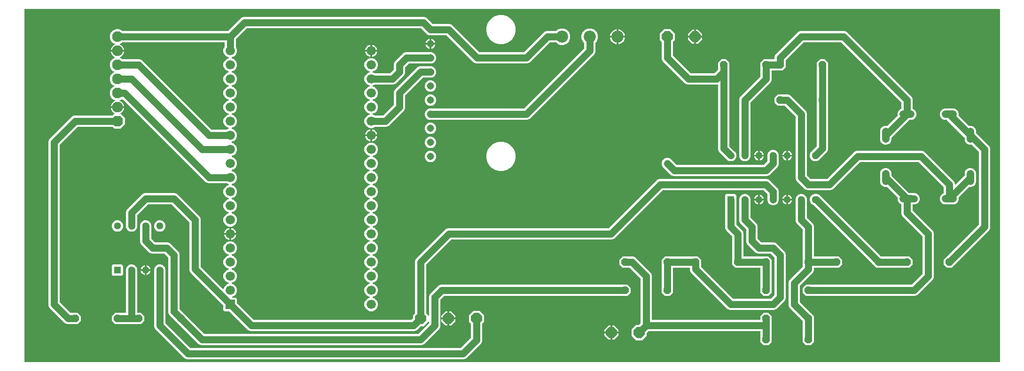
<source format=gbr>
G04 EAGLE Gerber RS-274X export*
G75*
%MOMM*%
%FSLAX34Y34*%
%LPD*%
%INBottom Copper*%
%IPPOS*%
%AMOC8*
5,1,8,0,0,1.08239X$1,22.5*%
G01*
%ADD10C,1.320800*%
%ADD11P,1.429621X8X22.500000*%
%ADD12P,1.429621X8X202.500000*%
%ADD13R,1.676400X1.676400*%
%ADD14C,1.676400*%
%ADD15P,2.089446X8X22.500000*%
%ADD16C,1.930400*%
%ADD17R,1.278000X1.278000*%
%ADD18C,1.278000*%
%ADD19C,1.308000*%
%ADD20P,2.164780X8X202.500000*%
%ADD21P,2.164780X8X22.500000*%
%ADD22R,1.288000X1.288000*%
%ADD23C,1.288000*%
%ADD24C,2.184400*%
%ADD25C,1.270000*%
%ADD26C,1.206400*%

G36*
X1830398Y353064D02*
X1830398Y353064D01*
X1830417Y353062D01*
X1830519Y353084D01*
X1830621Y353100D01*
X1830638Y353110D01*
X1830658Y353114D01*
X1830747Y353167D01*
X1830838Y353216D01*
X1830852Y353230D01*
X1830869Y353240D01*
X1830936Y353319D01*
X1831008Y353394D01*
X1831016Y353412D01*
X1831029Y353427D01*
X1831068Y353523D01*
X1831111Y353617D01*
X1831113Y353637D01*
X1831121Y353655D01*
X1831139Y353822D01*
X1831139Y989078D01*
X1831136Y989098D01*
X1831138Y989117D01*
X1831116Y989219D01*
X1831100Y989321D01*
X1831090Y989338D01*
X1831086Y989358D01*
X1831033Y989447D01*
X1830984Y989538D01*
X1830970Y989552D01*
X1830960Y989569D01*
X1830881Y989636D01*
X1830806Y989708D01*
X1830788Y989716D01*
X1830773Y989729D01*
X1830677Y989768D01*
X1830583Y989811D01*
X1830563Y989813D01*
X1830545Y989821D01*
X1830378Y989839D01*
X74422Y989839D01*
X74402Y989836D01*
X74383Y989838D01*
X74281Y989816D01*
X74179Y989800D01*
X74162Y989790D01*
X74142Y989786D01*
X74053Y989733D01*
X73962Y989684D01*
X73948Y989670D01*
X73931Y989660D01*
X73864Y989581D01*
X73792Y989506D01*
X73784Y989488D01*
X73771Y989473D01*
X73732Y989377D01*
X73689Y989283D01*
X73687Y989263D01*
X73679Y989245D01*
X73661Y989078D01*
X73661Y353822D01*
X73664Y353802D01*
X73662Y353783D01*
X73684Y353681D01*
X73700Y353579D01*
X73710Y353562D01*
X73714Y353542D01*
X73767Y353453D01*
X73816Y353362D01*
X73830Y353348D01*
X73840Y353331D01*
X73919Y353264D01*
X73994Y353192D01*
X74012Y353184D01*
X74027Y353171D01*
X74123Y353132D01*
X74217Y353089D01*
X74237Y353087D01*
X74255Y353079D01*
X74422Y353061D01*
X1830378Y353061D01*
X1830398Y353064D01*
G37*
%LPC*%
G36*
X160786Y421385D02*
X160786Y421385D01*
X160755Y421416D01*
X160681Y421469D01*
X160612Y421529D01*
X160581Y421541D01*
X160555Y421560D01*
X160468Y421587D01*
X160383Y421621D01*
X160343Y421625D01*
X160320Y421632D01*
X160288Y421631D01*
X160217Y421639D01*
X150379Y421639D01*
X146644Y423186D01*
X118386Y451444D01*
X116839Y455179D01*
X116839Y751321D01*
X118386Y755056D01*
X159344Y796014D01*
X163079Y797561D01*
X232106Y797561D01*
X232196Y797575D01*
X232287Y797583D01*
X232317Y797595D01*
X232349Y797600D01*
X232430Y797643D01*
X232514Y797679D01*
X232546Y797705D01*
X232566Y797716D01*
X232589Y797739D01*
X232645Y797784D01*
X235708Y800847D01*
X235717Y800860D01*
X235730Y800870D01*
X235789Y800960D01*
X235851Y801047D01*
X235856Y801062D01*
X235865Y801075D01*
X235892Y801179D01*
X235924Y801282D01*
X235923Y801298D01*
X235927Y801313D01*
X235920Y801420D01*
X235917Y801528D01*
X235912Y801543D01*
X235911Y801558D01*
X235870Y801657D01*
X235833Y801759D01*
X235823Y801771D01*
X235817Y801786D01*
X235746Y801866D01*
X235679Y801951D01*
X235666Y801959D01*
X235655Y801971D01*
X235515Y802063D01*
X234910Y802372D01*
X233357Y803500D01*
X232000Y804857D01*
X230872Y806410D01*
X230001Y808120D01*
X229407Y809945D01*
X229197Y811277D01*
X240538Y811277D01*
X240558Y811280D01*
X240577Y811278D01*
X240679Y811300D01*
X240781Y811317D01*
X240798Y811326D01*
X240818Y811330D01*
X240907Y811383D01*
X240998Y811432D01*
X241012Y811446D01*
X241029Y811456D01*
X241096Y811535D01*
X241167Y811610D01*
X241176Y811628D01*
X241189Y811643D01*
X241227Y811739D01*
X241271Y811833D01*
X241273Y811853D01*
X241281Y811871D01*
X241299Y812038D01*
X241299Y813562D01*
X241296Y813582D01*
X241298Y813601D01*
X241276Y813703D01*
X241259Y813805D01*
X241250Y813822D01*
X241246Y813842D01*
X241193Y813931D01*
X241144Y814022D01*
X241130Y814036D01*
X241120Y814053D01*
X241041Y814120D01*
X240966Y814191D01*
X240948Y814200D01*
X240933Y814213D01*
X240837Y814252D01*
X240743Y814295D01*
X240723Y814297D01*
X240705Y814305D01*
X240538Y814323D01*
X229197Y814323D01*
X229407Y815655D01*
X230001Y817480D01*
X230872Y819190D01*
X232000Y820743D01*
X233357Y822100D01*
X234910Y823228D01*
X236620Y824099D01*
X236642Y824107D01*
X236732Y824153D01*
X236825Y824194D01*
X236841Y824209D01*
X236861Y824220D01*
X236931Y824292D01*
X237006Y824361D01*
X237017Y824380D01*
X237032Y824396D01*
X237076Y824487D01*
X237125Y824576D01*
X237128Y824598D01*
X237138Y824618D01*
X237150Y824718D01*
X237168Y824818D01*
X237165Y824840D01*
X237168Y824862D01*
X237147Y824961D01*
X237132Y825062D01*
X237122Y825081D01*
X237118Y825103D01*
X237067Y825191D01*
X237021Y825281D01*
X237005Y825296D01*
X236994Y825316D01*
X236918Y825382D01*
X236845Y825453D01*
X236821Y825466D01*
X236809Y825477D01*
X236779Y825490D01*
X236698Y825534D01*
X233674Y826787D01*
X229887Y830574D01*
X227837Y835522D01*
X227837Y840878D01*
X229887Y845826D01*
X233674Y849613D01*
X235083Y850197D01*
X235144Y850235D01*
X235209Y850264D01*
X235248Y850299D01*
X235292Y850326D01*
X235338Y850382D01*
X235390Y850430D01*
X235415Y850476D01*
X235449Y850516D01*
X235474Y850583D01*
X235509Y850646D01*
X235518Y850697D01*
X235537Y850745D01*
X235540Y850817D01*
X235553Y850888D01*
X235545Y850939D01*
X235547Y850991D01*
X235527Y851060D01*
X235517Y851131D01*
X235493Y851177D01*
X235479Y851227D01*
X235438Y851286D01*
X235405Y851350D01*
X235368Y851387D01*
X235338Y851429D01*
X235281Y851472D01*
X235230Y851522D01*
X235167Y851557D01*
X235141Y851576D01*
X235119Y851583D01*
X235083Y851603D01*
X233674Y852187D01*
X229887Y855974D01*
X227837Y860922D01*
X227837Y866278D01*
X229887Y871226D01*
X233674Y875013D01*
X235083Y875597D01*
X235144Y875635D01*
X235209Y875664D01*
X235248Y875699D01*
X235292Y875726D01*
X235338Y875782D01*
X235390Y875830D01*
X235415Y875876D01*
X235449Y875916D01*
X235474Y875983D01*
X235509Y876046D01*
X235518Y876097D01*
X235537Y876145D01*
X235540Y876217D01*
X235553Y876288D01*
X235545Y876339D01*
X235547Y876391D01*
X235527Y876460D01*
X235517Y876531D01*
X235493Y876577D01*
X235479Y876627D01*
X235438Y876686D01*
X235405Y876750D01*
X235368Y876787D01*
X235338Y876829D01*
X235281Y876872D01*
X235230Y876922D01*
X235167Y876957D01*
X235141Y876976D01*
X235119Y876983D01*
X235083Y877003D01*
X233674Y877587D01*
X229887Y881374D01*
X227837Y886322D01*
X227837Y891678D01*
X229887Y896626D01*
X233674Y900413D01*
X236698Y901666D01*
X236785Y901719D01*
X236874Y901768D01*
X236889Y901784D01*
X236907Y901796D01*
X236972Y901874D01*
X237041Y901948D01*
X237050Y901968D01*
X237064Y901985D01*
X237101Y902080D01*
X237142Y902172D01*
X237145Y902194D01*
X237152Y902215D01*
X237157Y902316D01*
X237167Y902417D01*
X237162Y902438D01*
X237163Y902460D01*
X237135Y902558D01*
X237112Y902656D01*
X237100Y902675D01*
X237094Y902697D01*
X237037Y902780D01*
X236984Y902866D01*
X236967Y902880D01*
X236954Y902899D01*
X236873Y902959D01*
X236795Y903024D01*
X236770Y903035D01*
X236757Y903045D01*
X236726Y903056D01*
X236642Y903093D01*
X236620Y903101D01*
X234910Y903972D01*
X233357Y905100D01*
X232000Y906457D01*
X230872Y908010D01*
X230001Y909720D01*
X229407Y911545D01*
X229197Y912877D01*
X240538Y912877D01*
X240558Y912880D01*
X240577Y912878D01*
X240679Y912900D01*
X240781Y912917D01*
X240798Y912926D01*
X240818Y912930D01*
X240907Y912983D01*
X240998Y913032D01*
X241012Y913046D01*
X241029Y913056D01*
X241096Y913135D01*
X241167Y913210D01*
X241176Y913228D01*
X241189Y913243D01*
X241227Y913339D01*
X241271Y913433D01*
X241273Y913453D01*
X241281Y913471D01*
X241299Y913638D01*
X241299Y915162D01*
X241296Y915182D01*
X241298Y915201D01*
X241276Y915303D01*
X241259Y915405D01*
X241250Y915422D01*
X241246Y915442D01*
X241193Y915531D01*
X241144Y915622D01*
X241130Y915636D01*
X241120Y915653D01*
X241041Y915720D01*
X240966Y915791D01*
X240948Y915800D01*
X240933Y915813D01*
X240837Y915852D01*
X240743Y915895D01*
X240723Y915897D01*
X240705Y915905D01*
X240538Y915923D01*
X229197Y915923D01*
X229407Y917255D01*
X230001Y919080D01*
X230872Y920790D01*
X232000Y922343D01*
X233357Y923700D01*
X234910Y924828D01*
X236620Y925699D01*
X236642Y925707D01*
X236732Y925753D01*
X236825Y925794D01*
X236841Y925809D01*
X236861Y925820D01*
X236931Y925892D01*
X237006Y925961D01*
X237017Y925980D01*
X237032Y925996D01*
X237076Y926087D01*
X237125Y926176D01*
X237128Y926198D01*
X237138Y926218D01*
X237150Y926318D01*
X237168Y926418D01*
X237165Y926440D01*
X237168Y926462D01*
X237147Y926561D01*
X237132Y926662D01*
X237122Y926681D01*
X237118Y926703D01*
X237067Y926791D01*
X237021Y926881D01*
X237005Y926896D01*
X236994Y926916D01*
X236918Y926982D01*
X236845Y927053D01*
X236821Y927066D01*
X236809Y927077D01*
X236779Y927090D01*
X236698Y927134D01*
X233674Y928387D01*
X229887Y932174D01*
X227837Y937122D01*
X227837Y942478D01*
X229887Y947426D01*
X233674Y951213D01*
X238622Y953263D01*
X243978Y953263D01*
X248926Y951213D01*
X249955Y950184D01*
X250029Y950131D01*
X250099Y950071D01*
X250129Y950059D01*
X250155Y950040D01*
X250242Y950013D01*
X250327Y949979D01*
X250368Y949975D01*
X250390Y949968D01*
X250422Y949969D01*
X250494Y949961D01*
X439976Y949961D01*
X440066Y949975D01*
X440157Y949983D01*
X440187Y949995D01*
X440219Y950000D01*
X440299Y950043D01*
X440383Y950079D01*
X440415Y950105D01*
X440436Y950116D01*
X440458Y950139D01*
X440514Y950184D01*
X464144Y973814D01*
X467879Y975361D01*
X794501Y975361D01*
X798236Y973814D01*
X809166Y962884D01*
X809240Y962831D01*
X809309Y962771D01*
X809339Y962759D01*
X809366Y962740D01*
X809452Y962713D01*
X809537Y962679D01*
X809578Y962675D01*
X809601Y962668D01*
X809633Y962669D01*
X809704Y962661D01*
X840221Y962661D01*
X843956Y961114D01*
X892986Y912084D01*
X893060Y912031D01*
X893129Y911971D01*
X893159Y911959D01*
X893186Y911940D01*
X893272Y911913D01*
X893357Y911879D01*
X893398Y911875D01*
X893421Y911868D01*
X893453Y911869D01*
X893524Y911861D01*
X973376Y911861D01*
X973466Y911875D01*
X973557Y911883D01*
X973587Y911895D01*
X973619Y911900D01*
X973699Y911943D01*
X973783Y911979D01*
X973815Y912005D01*
X973836Y912016D01*
X973858Y912039D01*
X973914Y912084D01*
X1010244Y948414D01*
X1013979Y949961D01*
X1031210Y949961D01*
X1031300Y949975D01*
X1031391Y949983D01*
X1031421Y949995D01*
X1031453Y950000D01*
X1031534Y950043D01*
X1031618Y950079D01*
X1031650Y950105D01*
X1031670Y950116D01*
X1031692Y950139D01*
X1031748Y950184D01*
X1033855Y952290D01*
X1039269Y954533D01*
X1045131Y954533D01*
X1050545Y952290D01*
X1054690Y948145D01*
X1056933Y942731D01*
X1056933Y936869D01*
X1054690Y931455D01*
X1050545Y927310D01*
X1045131Y925067D01*
X1039269Y925067D01*
X1033855Y927310D01*
X1031748Y929416D01*
X1031674Y929469D01*
X1031605Y929529D01*
X1031575Y929541D01*
X1031549Y929560D01*
X1031462Y929587D01*
X1031377Y929621D01*
X1031336Y929625D01*
X1031314Y929632D01*
X1031281Y929631D01*
X1031210Y929639D01*
X1020524Y929639D01*
X1020434Y929625D01*
X1020343Y929617D01*
X1020313Y929605D01*
X1020281Y929600D01*
X1020201Y929557D01*
X1020117Y929521D01*
X1020085Y929495D01*
X1020064Y929484D01*
X1020042Y929461D01*
X1019986Y929416D01*
X983656Y893086D01*
X979921Y891539D01*
X886979Y891539D01*
X883244Y893086D01*
X834214Y942116D01*
X834140Y942169D01*
X834071Y942229D01*
X834041Y942241D01*
X834014Y942260D01*
X833928Y942287D01*
X833843Y942321D01*
X833802Y942325D01*
X833779Y942332D01*
X833747Y942331D01*
X833676Y942339D01*
X807849Y942339D01*
X807784Y942329D01*
X807719Y942328D01*
X807639Y942305D01*
X807606Y942300D01*
X807589Y942290D01*
X807558Y942281D01*
X807239Y942149D01*
X803121Y942149D01*
X799317Y943725D01*
X796405Y946637D01*
X796273Y946956D01*
X796238Y947011D01*
X796213Y947072D01*
X796161Y947137D01*
X796143Y947165D01*
X796128Y947177D01*
X796108Y947203D01*
X788494Y954816D01*
X788420Y954869D01*
X788351Y954929D01*
X788321Y954941D01*
X788294Y954960D01*
X788208Y954987D01*
X788123Y955021D01*
X788082Y955025D01*
X788059Y955032D01*
X788027Y955031D01*
X787956Y955039D01*
X474424Y955039D01*
X474334Y955025D01*
X474243Y955017D01*
X474213Y955005D01*
X474181Y955000D01*
X474101Y954957D01*
X474017Y954921D01*
X473985Y954895D01*
X473964Y954884D01*
X473942Y954861D01*
X473886Y954816D01*
X454884Y935814D01*
X454831Y935740D01*
X454771Y935671D01*
X454759Y935641D01*
X454740Y935614D01*
X454713Y935528D01*
X454679Y935443D01*
X454675Y935402D01*
X454668Y935379D01*
X454669Y935347D01*
X454661Y935276D01*
X454661Y921798D01*
X454675Y921708D01*
X454683Y921617D01*
X454695Y921587D01*
X454700Y921555D01*
X454743Y921474D01*
X454779Y921390D01*
X454805Y921358D01*
X454816Y921338D01*
X454829Y921325D01*
X456693Y916825D01*
X456693Y911975D01*
X454836Y907493D01*
X451407Y904064D01*
X447399Y902403D01*
X447338Y902365D01*
X447272Y902336D01*
X447234Y902301D01*
X447189Y902274D01*
X447144Y902218D01*
X447091Y902170D01*
X447066Y902124D01*
X447033Y902084D01*
X447007Y902017D01*
X446972Y901954D01*
X446963Y901903D01*
X446944Y901855D01*
X446941Y901783D01*
X446929Y901712D01*
X446936Y901661D01*
X446934Y901609D01*
X446954Y901540D01*
X446964Y901469D01*
X446988Y901423D01*
X447003Y901373D01*
X447043Y901314D01*
X447076Y901250D01*
X447113Y901213D01*
X447143Y901171D01*
X447200Y901128D01*
X447252Y901078D01*
X447314Y901043D01*
X447340Y901024D01*
X447362Y901017D01*
X447399Y900997D01*
X451407Y899336D01*
X454836Y895907D01*
X456693Y891425D01*
X456693Y886575D01*
X454836Y882093D01*
X451407Y878664D01*
X447399Y877003D01*
X447338Y876965D01*
X447272Y876936D01*
X447234Y876901D01*
X447189Y876874D01*
X447144Y876818D01*
X447091Y876770D01*
X447066Y876724D01*
X447033Y876684D01*
X447007Y876617D01*
X446972Y876554D01*
X446963Y876503D01*
X446944Y876455D01*
X446941Y876383D01*
X446929Y876312D01*
X446936Y876261D01*
X446934Y876209D01*
X446954Y876140D01*
X446964Y876069D01*
X446988Y876023D01*
X447003Y875973D01*
X447043Y875914D01*
X447076Y875850D01*
X447113Y875813D01*
X447143Y875771D01*
X447200Y875728D01*
X447252Y875678D01*
X447314Y875643D01*
X447340Y875624D01*
X447362Y875617D01*
X447399Y875597D01*
X451407Y873936D01*
X454836Y870507D01*
X456693Y866025D01*
X456693Y861175D01*
X454836Y856693D01*
X451407Y853264D01*
X447399Y851603D01*
X447338Y851565D01*
X447272Y851536D01*
X447234Y851501D01*
X447189Y851474D01*
X447144Y851418D01*
X447091Y851370D01*
X447066Y851324D01*
X447033Y851284D01*
X447007Y851217D01*
X446972Y851154D01*
X446963Y851103D01*
X446944Y851055D01*
X446941Y850983D01*
X446929Y850912D01*
X446936Y850861D01*
X446934Y850809D01*
X446954Y850740D01*
X446964Y850669D01*
X446988Y850623D01*
X447003Y850573D01*
X447043Y850514D01*
X447076Y850450D01*
X447113Y850413D01*
X447143Y850371D01*
X447200Y850328D01*
X447252Y850278D01*
X447314Y850243D01*
X447340Y850224D01*
X447362Y850217D01*
X447399Y850197D01*
X451407Y848536D01*
X454836Y845107D01*
X456693Y840625D01*
X456693Y835775D01*
X454836Y831293D01*
X451407Y827864D01*
X447399Y826203D01*
X447338Y826165D01*
X447272Y826136D01*
X447234Y826101D01*
X447189Y826074D01*
X447144Y826018D01*
X447091Y825970D01*
X447066Y825924D01*
X447033Y825884D01*
X447007Y825817D01*
X446972Y825754D01*
X446963Y825703D01*
X446944Y825655D01*
X446941Y825583D01*
X446929Y825512D01*
X446936Y825461D01*
X446934Y825409D01*
X446954Y825340D01*
X446964Y825269D01*
X446988Y825223D01*
X447003Y825173D01*
X447043Y825114D01*
X447076Y825050D01*
X447113Y825013D01*
X447143Y824971D01*
X447200Y824928D01*
X447252Y824878D01*
X447314Y824843D01*
X447340Y824824D01*
X447362Y824817D01*
X447399Y824797D01*
X451407Y823136D01*
X454836Y819707D01*
X456693Y815225D01*
X456693Y810375D01*
X454836Y805893D01*
X451407Y802464D01*
X447399Y800803D01*
X447338Y800765D01*
X447272Y800736D01*
X447234Y800701D01*
X447189Y800674D01*
X447144Y800618D01*
X447091Y800570D01*
X447066Y800524D01*
X447033Y800484D01*
X447007Y800417D01*
X446972Y800354D01*
X446963Y800303D01*
X446944Y800255D01*
X446941Y800183D01*
X446929Y800112D01*
X446936Y800061D01*
X446934Y800009D01*
X446954Y799940D01*
X446964Y799869D01*
X446988Y799823D01*
X447003Y799773D01*
X447043Y799714D01*
X447076Y799650D01*
X447113Y799613D01*
X447143Y799571D01*
X447200Y799528D01*
X447252Y799478D01*
X447314Y799443D01*
X447340Y799424D01*
X447362Y799417D01*
X447399Y799397D01*
X451407Y797736D01*
X454836Y794307D01*
X456693Y789825D01*
X456693Y784975D01*
X454836Y780493D01*
X451407Y777064D01*
X447399Y775403D01*
X447338Y775365D01*
X447272Y775336D01*
X447234Y775301D01*
X447189Y775274D01*
X447144Y775218D01*
X447091Y775170D01*
X447066Y775124D01*
X447033Y775084D01*
X447007Y775017D01*
X446972Y774954D01*
X446963Y774903D01*
X446944Y774855D01*
X446941Y774783D01*
X446929Y774712D01*
X446936Y774661D01*
X446934Y774609D01*
X446954Y774540D01*
X446964Y774469D01*
X446988Y774423D01*
X447003Y774373D01*
X447043Y774314D01*
X447076Y774250D01*
X447113Y774213D01*
X447143Y774171D01*
X447200Y774128D01*
X447252Y774078D01*
X447314Y774043D01*
X447340Y774024D01*
X447362Y774017D01*
X447399Y773997D01*
X451407Y772336D01*
X454836Y768907D01*
X456693Y764425D01*
X456693Y759575D01*
X454836Y755093D01*
X451407Y751664D01*
X447399Y750003D01*
X447338Y749965D01*
X447272Y749936D01*
X447234Y749901D01*
X447189Y749874D01*
X447144Y749818D01*
X447091Y749770D01*
X447066Y749724D01*
X447033Y749684D01*
X447007Y749617D01*
X446972Y749554D01*
X446963Y749503D01*
X446944Y749455D01*
X446941Y749383D01*
X446929Y749312D01*
X446936Y749261D01*
X446934Y749209D01*
X446954Y749140D01*
X446964Y749069D01*
X446988Y749023D01*
X447003Y748973D01*
X447043Y748914D01*
X447076Y748850D01*
X447113Y748813D01*
X447143Y748771D01*
X447200Y748728D01*
X447252Y748678D01*
X447314Y748643D01*
X447340Y748624D01*
X447362Y748617D01*
X447399Y748597D01*
X451407Y746936D01*
X454836Y743507D01*
X456693Y739025D01*
X456693Y734175D01*
X454836Y729693D01*
X451407Y726264D01*
X447399Y724603D01*
X447338Y724565D01*
X447272Y724536D01*
X447234Y724501D01*
X447189Y724474D01*
X447144Y724418D01*
X447091Y724370D01*
X447066Y724324D01*
X447033Y724284D01*
X447007Y724217D01*
X446972Y724154D01*
X446963Y724103D01*
X446944Y724055D01*
X446941Y723983D01*
X446929Y723912D01*
X446936Y723861D01*
X446934Y723809D01*
X446954Y723740D01*
X446964Y723669D01*
X446988Y723623D01*
X447003Y723573D01*
X447043Y723514D01*
X447076Y723450D01*
X447113Y723413D01*
X447143Y723371D01*
X447200Y723328D01*
X447252Y723278D01*
X447314Y723243D01*
X447340Y723224D01*
X447362Y723217D01*
X447399Y723197D01*
X451407Y721536D01*
X454836Y718107D01*
X456693Y713625D01*
X456693Y708775D01*
X454836Y704293D01*
X451407Y700864D01*
X447399Y699203D01*
X447338Y699165D01*
X447272Y699136D01*
X447234Y699101D01*
X447189Y699074D01*
X447144Y699018D01*
X447091Y698970D01*
X447066Y698924D01*
X447033Y698884D01*
X447007Y698817D01*
X446972Y698754D01*
X446963Y698703D01*
X446944Y698655D01*
X446941Y698583D01*
X446929Y698512D01*
X446936Y698461D01*
X446934Y698409D01*
X446954Y698340D01*
X446964Y698269D01*
X446988Y698223D01*
X447003Y698173D01*
X447043Y698114D01*
X447076Y698050D01*
X447113Y698013D01*
X447143Y697971D01*
X447200Y697928D01*
X447252Y697878D01*
X447314Y697843D01*
X447340Y697824D01*
X447362Y697817D01*
X447399Y697797D01*
X451407Y696136D01*
X454836Y692707D01*
X456693Y688225D01*
X456693Y683375D01*
X454836Y678893D01*
X451407Y675464D01*
X447399Y673803D01*
X447338Y673765D01*
X447272Y673736D01*
X447234Y673701D01*
X447189Y673674D01*
X447144Y673618D01*
X447091Y673570D01*
X447066Y673524D01*
X447033Y673484D01*
X447007Y673417D01*
X446972Y673354D01*
X446963Y673303D01*
X446944Y673255D01*
X446941Y673183D01*
X446929Y673112D01*
X446936Y673061D01*
X446934Y673009D01*
X446954Y672940D01*
X446964Y672869D01*
X446988Y672823D01*
X447003Y672773D01*
X447043Y672714D01*
X447076Y672650D01*
X447113Y672613D01*
X447143Y672571D01*
X447200Y672528D01*
X447252Y672478D01*
X447314Y672443D01*
X447340Y672424D01*
X447362Y672417D01*
X447399Y672397D01*
X451407Y670736D01*
X454836Y667307D01*
X456693Y662825D01*
X456693Y657975D01*
X454836Y653493D01*
X451407Y650064D01*
X447399Y648403D01*
X447338Y648365D01*
X447272Y648336D01*
X447234Y648301D01*
X447189Y648274D01*
X447144Y648218D01*
X447091Y648170D01*
X447066Y648124D01*
X447033Y648084D01*
X447007Y648017D01*
X446972Y647954D01*
X446963Y647903D01*
X446944Y647855D01*
X446941Y647783D01*
X446929Y647712D01*
X446936Y647661D01*
X446934Y647609D01*
X446954Y647540D01*
X446964Y647469D01*
X446988Y647423D01*
X447003Y647373D01*
X447043Y647314D01*
X447076Y647250D01*
X447113Y647213D01*
X447143Y647171D01*
X447200Y647128D01*
X447252Y647078D01*
X447314Y647043D01*
X447340Y647024D01*
X447362Y647017D01*
X447399Y646997D01*
X451407Y645336D01*
X454836Y641907D01*
X456693Y637425D01*
X456693Y632575D01*
X454836Y628093D01*
X451407Y624664D01*
X447399Y623003D01*
X447338Y622965D01*
X447272Y622936D01*
X447234Y622901D01*
X447189Y622874D01*
X447144Y622818D01*
X447091Y622770D01*
X447066Y622724D01*
X447033Y622684D01*
X447007Y622617D01*
X446972Y622554D01*
X446963Y622503D01*
X446944Y622455D01*
X446941Y622383D01*
X446929Y622312D01*
X446936Y622261D01*
X446934Y622209D01*
X446954Y622140D01*
X446964Y622069D01*
X446988Y622023D01*
X447003Y621973D01*
X447043Y621914D01*
X447076Y621850D01*
X447113Y621813D01*
X447143Y621771D01*
X447200Y621728D01*
X447252Y621678D01*
X447314Y621643D01*
X447340Y621624D01*
X447362Y621617D01*
X447399Y621597D01*
X451407Y619936D01*
X454836Y616507D01*
X456693Y612025D01*
X456693Y607175D01*
X454836Y602693D01*
X451407Y599264D01*
X446925Y597407D01*
X442075Y597407D01*
X437593Y599264D01*
X434164Y602693D01*
X432307Y607175D01*
X432307Y612025D01*
X434164Y616507D01*
X437593Y619936D01*
X441601Y621597D01*
X441662Y621634D01*
X441728Y621664D01*
X441766Y621699D01*
X441811Y621726D01*
X441856Y621781D01*
X441909Y621830D01*
X441934Y621876D01*
X441967Y621916D01*
X441993Y621983D01*
X442028Y622046D01*
X442037Y622097D01*
X442056Y622145D01*
X442059Y622217D01*
X442071Y622288D01*
X442064Y622339D01*
X442066Y622391D01*
X442046Y622460D01*
X442036Y622531D01*
X442012Y622577D01*
X441997Y622627D01*
X441957Y622686D01*
X441924Y622750D01*
X441887Y622787D01*
X441857Y622829D01*
X441800Y622872D01*
X441748Y622922D01*
X441686Y622957D01*
X441660Y622976D01*
X441638Y622983D01*
X441601Y623003D01*
X437593Y624664D01*
X434164Y628093D01*
X432307Y632575D01*
X432307Y637425D01*
X434164Y641907D01*
X437593Y645336D01*
X441601Y646997D01*
X441662Y647034D01*
X441728Y647064D01*
X441766Y647099D01*
X441811Y647126D01*
X441856Y647181D01*
X441909Y647230D01*
X441934Y647276D01*
X441967Y647316D01*
X441993Y647383D01*
X442028Y647446D01*
X442037Y647497D01*
X442056Y647545D01*
X442059Y647617D01*
X442071Y647688D01*
X442064Y647739D01*
X442066Y647791D01*
X442046Y647860D01*
X442036Y647931D01*
X442012Y647977D01*
X441997Y648027D01*
X441957Y648086D01*
X441924Y648150D01*
X441887Y648187D01*
X441857Y648229D01*
X441800Y648272D01*
X441748Y648322D01*
X441686Y648357D01*
X441660Y648376D01*
X441638Y648383D01*
X441601Y648403D01*
X437593Y650064D01*
X434164Y653493D01*
X432307Y657975D01*
X432307Y662825D01*
X434164Y667307D01*
X437593Y670736D01*
X441601Y672397D01*
X441662Y672434D01*
X441728Y672464D01*
X441766Y672499D01*
X441811Y672526D01*
X441856Y672581D01*
X441909Y672630D01*
X441934Y672676D01*
X441967Y672716D01*
X441993Y672783D01*
X442028Y672846D01*
X442037Y672897D01*
X442056Y672945D01*
X442059Y673017D01*
X442071Y673088D01*
X442064Y673139D01*
X442066Y673191D01*
X442046Y673260D01*
X442036Y673331D01*
X442012Y673377D01*
X441997Y673427D01*
X441957Y673486D01*
X441924Y673550D01*
X441887Y673587D01*
X441857Y673629D01*
X441800Y673672D01*
X441748Y673722D01*
X441686Y673757D01*
X441660Y673776D01*
X441638Y673783D01*
X441601Y673803D01*
X437555Y675479D01*
X437497Y675529D01*
X437467Y675541D01*
X437441Y675560D01*
X437354Y675587D01*
X437269Y675621D01*
X437228Y675625D01*
X437206Y675632D01*
X437174Y675631D01*
X437102Y675639D01*
X404379Y675639D01*
X400644Y677186D01*
X250523Y827307D01*
X250507Y827319D01*
X250495Y827335D01*
X250407Y827391D01*
X250323Y827451D01*
X250304Y827457D01*
X250288Y827468D01*
X250187Y827493D01*
X250088Y827523D01*
X250068Y827523D01*
X250049Y827528D01*
X249946Y827520D01*
X249842Y827517D01*
X249824Y827510D01*
X249804Y827509D01*
X249709Y827468D01*
X249611Y827433D01*
X249596Y827420D01*
X249578Y827412D01*
X249447Y827307D01*
X248926Y826787D01*
X245902Y825534D01*
X245815Y825481D01*
X245726Y825432D01*
X245711Y825416D01*
X245693Y825404D01*
X245628Y825326D01*
X245559Y825252D01*
X245550Y825232D01*
X245536Y825215D01*
X245499Y825120D01*
X245458Y825028D01*
X245455Y825006D01*
X245448Y824985D01*
X245443Y824884D01*
X245433Y824783D01*
X245438Y824762D01*
X245437Y824740D01*
X245465Y824642D01*
X245488Y824544D01*
X245500Y824525D01*
X245506Y824503D01*
X245563Y824420D01*
X245616Y824334D01*
X245633Y824320D01*
X245646Y824301D01*
X245727Y824241D01*
X245805Y824176D01*
X245830Y824165D01*
X245843Y824155D01*
X245874Y824144D01*
X245958Y824107D01*
X245980Y824099D01*
X247690Y823228D01*
X249243Y822100D01*
X250600Y820743D01*
X251728Y819190D01*
X252599Y817480D01*
X253193Y815655D01*
X253403Y814323D01*
X242062Y814323D01*
X242042Y814320D01*
X242023Y814322D01*
X241921Y814300D01*
X241819Y814283D01*
X241802Y814274D01*
X241782Y814270D01*
X241693Y814217D01*
X241602Y814168D01*
X241588Y814154D01*
X241571Y814144D01*
X241504Y814065D01*
X241433Y813990D01*
X241424Y813972D01*
X241411Y813957D01*
X241373Y813861D01*
X241329Y813767D01*
X241327Y813747D01*
X241319Y813729D01*
X241301Y813562D01*
X241301Y812038D01*
X241304Y812018D01*
X241302Y811999D01*
X241324Y811897D01*
X241341Y811795D01*
X241350Y811778D01*
X241354Y811758D01*
X241407Y811669D01*
X241456Y811578D01*
X241470Y811564D01*
X241480Y811547D01*
X241559Y811480D01*
X241634Y811409D01*
X241652Y811400D01*
X241667Y811387D01*
X241763Y811348D01*
X241857Y811305D01*
X241877Y811303D01*
X241895Y811295D01*
X242062Y811277D01*
X253403Y811277D01*
X253193Y809945D01*
X252599Y808120D01*
X251728Y806410D01*
X250600Y804857D01*
X249243Y803500D01*
X247690Y802372D01*
X247085Y802063D01*
X247072Y802054D01*
X247057Y802048D01*
X246974Y801982D01*
X246887Y801918D01*
X246878Y801905D01*
X246865Y801895D01*
X246807Y801805D01*
X246745Y801717D01*
X246741Y801701D01*
X246732Y801688D01*
X246706Y801584D01*
X246675Y801481D01*
X246676Y801465D01*
X246672Y801449D01*
X246680Y801342D01*
X246684Y801235D01*
X246690Y801220D01*
X246691Y801204D01*
X246733Y801106D01*
X246771Y801005D01*
X246781Y800992D01*
X246788Y800978D01*
X246892Y800847D01*
X254763Y792976D01*
X254763Y781824D01*
X246876Y773937D01*
X235724Y773937D01*
X232645Y777016D01*
X232571Y777069D01*
X232501Y777129D01*
X232471Y777141D01*
X232445Y777160D01*
X232358Y777187D01*
X232273Y777221D01*
X232232Y777225D01*
X232210Y777232D01*
X232178Y777231D01*
X232106Y777239D01*
X169624Y777239D01*
X169534Y777225D01*
X169443Y777217D01*
X169413Y777205D01*
X169381Y777200D01*
X169301Y777157D01*
X169217Y777121D01*
X169185Y777095D01*
X169164Y777084D01*
X169142Y777061D01*
X169086Y777016D01*
X137384Y745314D01*
X137331Y745240D01*
X137271Y745171D01*
X137259Y745141D01*
X137240Y745114D01*
X137213Y745028D01*
X137179Y744943D01*
X137175Y744902D01*
X137168Y744879D01*
X137169Y744847D01*
X137161Y744776D01*
X137161Y461724D01*
X137175Y461634D01*
X137183Y461543D01*
X137195Y461513D01*
X137200Y461481D01*
X137243Y461401D01*
X137279Y461317D01*
X137305Y461285D01*
X137316Y461264D01*
X137339Y461242D01*
X137384Y461186D01*
X156386Y442184D01*
X156460Y442131D01*
X156529Y442071D01*
X156559Y442059D01*
X156586Y442040D01*
X156672Y442013D01*
X156757Y441979D01*
X156798Y441975D01*
X156821Y441968D01*
X156853Y441969D01*
X156924Y441961D01*
X160217Y441961D01*
X160307Y441975D01*
X160398Y441983D01*
X160428Y441995D01*
X160460Y442000D01*
X160540Y442043D01*
X160624Y442079D01*
X160656Y442105D01*
X160677Y442116D01*
X160699Y442139D01*
X160755Y442184D01*
X160786Y442215D01*
X169414Y442215D01*
X175515Y436114D01*
X175515Y427486D01*
X169414Y421385D01*
X160786Y421385D01*
G37*
%LPD*%
%LPC*%
G36*
X391679Y383539D02*
X391679Y383539D01*
X387944Y385086D01*
X384979Y388051D01*
X351868Y421162D01*
X351794Y421215D01*
X351725Y421275D01*
X351695Y421287D01*
X351669Y421306D01*
X351582Y421333D01*
X351497Y421367D01*
X351456Y421371D01*
X351433Y421378D01*
X351401Y421377D01*
X351330Y421385D01*
X351286Y421385D01*
X345185Y427486D01*
X345185Y427530D01*
X345171Y427620D01*
X345163Y427711D01*
X345151Y427741D01*
X345146Y427773D01*
X345103Y427853D01*
X345067Y427937D01*
X345041Y427969D01*
X345030Y427990D01*
X345007Y428012D01*
X344962Y428068D01*
X337251Y435779D01*
X334286Y438744D01*
X332739Y442479D01*
X332739Y541576D01*
X332725Y541666D01*
X332717Y541757D01*
X332705Y541787D01*
X332700Y541819D01*
X332657Y541899D01*
X332621Y541983D01*
X332595Y542015D01*
X332584Y542036D01*
X332561Y542058D01*
X332516Y542114D01*
X326214Y548416D01*
X326140Y548469D01*
X326071Y548529D01*
X326041Y548541D01*
X326014Y548560D01*
X325928Y548587D01*
X325843Y548621D01*
X325802Y548625D01*
X325779Y548632D01*
X325747Y548631D01*
X325676Y548639D01*
X302779Y548639D01*
X299044Y550186D01*
X283486Y565744D01*
X281939Y569479D01*
X281939Y596092D01*
X281929Y596157D01*
X281928Y596223D01*
X281905Y596303D01*
X281900Y596335D01*
X281890Y596352D01*
X281881Y596384D01*
X281849Y596461D01*
X281849Y600539D01*
X283410Y604307D01*
X286293Y607190D01*
X290061Y608751D01*
X294139Y608751D01*
X297907Y607190D01*
X300790Y604307D01*
X302351Y600539D01*
X302351Y596461D01*
X302319Y596384D01*
X302304Y596320D01*
X302279Y596259D01*
X302270Y596176D01*
X302263Y596144D01*
X302264Y596125D01*
X302261Y596092D01*
X302261Y576024D01*
X302275Y575934D01*
X302283Y575843D01*
X302295Y575813D01*
X302300Y575781D01*
X302343Y575701D01*
X302379Y575617D01*
X302405Y575585D01*
X302416Y575564D01*
X302439Y575542D01*
X302484Y575486D01*
X308786Y569184D01*
X308860Y569131D01*
X308929Y569071D01*
X308959Y569059D01*
X308986Y569040D01*
X309072Y569013D01*
X309157Y568979D01*
X309198Y568975D01*
X309221Y568968D01*
X309253Y568969D01*
X309324Y568961D01*
X332221Y568961D01*
X335956Y567414D01*
X351514Y551856D01*
X353061Y548121D01*
X353061Y449024D01*
X353075Y448934D01*
X353083Y448843D01*
X353095Y448813D01*
X353100Y448781D01*
X353143Y448701D01*
X353179Y448617D01*
X353205Y448585D01*
X353216Y448564D01*
X353239Y448542D01*
X353284Y448486D01*
X359332Y442438D01*
X359406Y442385D01*
X359475Y442325D01*
X359505Y442313D01*
X359531Y442294D01*
X359618Y442267D01*
X359703Y442233D01*
X359744Y442229D01*
X359767Y442222D01*
X359799Y442223D01*
X359870Y442215D01*
X359914Y442215D01*
X366015Y436114D01*
X366015Y436070D01*
X366029Y435980D01*
X366037Y435889D01*
X366049Y435859D01*
X366054Y435827D01*
X366097Y435747D01*
X366133Y435663D01*
X366159Y435631D01*
X366170Y435610D01*
X366193Y435588D01*
X366238Y435532D01*
X397686Y404084D01*
X397760Y404031D01*
X397829Y403971D01*
X397859Y403959D01*
X397886Y403940D01*
X397972Y403913D01*
X398057Y403879D01*
X398098Y403875D01*
X398121Y403868D01*
X398153Y403869D01*
X398224Y403861D01*
X782876Y403861D01*
X782966Y403875D01*
X783057Y403883D01*
X783087Y403895D01*
X783119Y403900D01*
X783199Y403943D01*
X783283Y403979D01*
X783315Y404005D01*
X783336Y404016D01*
X783358Y404039D01*
X783414Y404084D01*
X802416Y423086D01*
X802469Y423160D01*
X802529Y423229D01*
X802541Y423259D01*
X802560Y423286D01*
X802587Y423372D01*
X802621Y423457D01*
X802625Y423498D01*
X802632Y423521D01*
X802631Y423553D01*
X802639Y423624D01*
X802639Y425670D01*
X802628Y425741D01*
X802626Y425813D01*
X802608Y425862D01*
X802600Y425913D01*
X802566Y425976D01*
X802541Y426044D01*
X802509Y426084D01*
X802484Y426130D01*
X802432Y426180D01*
X802388Y426236D01*
X802344Y426264D01*
X802306Y426300D01*
X802241Y426330D01*
X802181Y426369D01*
X802130Y426381D01*
X802083Y426403D01*
X802012Y426411D01*
X801942Y426429D01*
X801890Y426425D01*
X801839Y426430D01*
X801768Y426415D01*
X801697Y426410D01*
X801649Y426389D01*
X801598Y426378D01*
X801537Y426341D01*
X801471Y426313D01*
X801415Y426268D01*
X801387Y426252D01*
X801372Y426234D01*
X801340Y426208D01*
X793121Y417989D01*
X788274Y417989D01*
X788184Y417975D01*
X788093Y417967D01*
X788063Y417955D01*
X788031Y417950D01*
X787951Y417907D01*
X787867Y417871D01*
X787835Y417845D01*
X787814Y417834D01*
X787792Y417811D01*
X787736Y417766D01*
X780456Y410486D01*
X776721Y408939D01*
X480579Y408939D01*
X476844Y410486D01*
X473879Y413451D01*
X442546Y444784D01*
X442472Y444837D01*
X442403Y444897D01*
X442373Y444909D01*
X442347Y444928D01*
X442260Y444955D01*
X442175Y444989D01*
X442134Y444993D01*
X442111Y445000D01*
X442079Y444999D01*
X442008Y445007D01*
X434540Y445007D01*
X432307Y447240D01*
X432307Y454708D01*
X432293Y454798D01*
X432285Y454889D01*
X432273Y454919D01*
X432268Y454951D01*
X432225Y455031D01*
X432189Y455115D01*
X432163Y455147D01*
X432152Y455168D01*
X432129Y455190D01*
X432084Y455246D01*
X375351Y511979D01*
X372386Y514944D01*
X370839Y518679D01*
X370839Y605076D01*
X370825Y605166D01*
X370817Y605257D01*
X370805Y605287D01*
X370800Y605319D01*
X370757Y605399D01*
X370721Y605483D01*
X370695Y605515D01*
X370684Y605536D01*
X370661Y605558D01*
X370616Y605614D01*
X338914Y637316D01*
X338840Y637369D01*
X338771Y637429D01*
X338741Y637441D01*
X338714Y637460D01*
X338628Y637487D01*
X338543Y637521D01*
X338502Y637525D01*
X338479Y637532D01*
X338447Y637531D01*
X338376Y637539D01*
X296624Y637539D01*
X296534Y637525D01*
X296443Y637517D01*
X296413Y637505D01*
X296381Y637500D01*
X296301Y637457D01*
X296217Y637421D01*
X296185Y637395D01*
X296164Y637384D01*
X296142Y637361D01*
X296086Y637316D01*
X277084Y618314D01*
X277031Y618240D01*
X276971Y618171D01*
X276959Y618141D01*
X276940Y618114D01*
X276913Y618028D01*
X276879Y617943D01*
X276875Y617902D01*
X276868Y617879D01*
X276869Y617847D01*
X276861Y617776D01*
X276861Y600908D01*
X276871Y600843D01*
X276872Y600777D01*
X276895Y600697D01*
X276900Y600665D01*
X276910Y600648D01*
X276919Y600616D01*
X276951Y600539D01*
X276951Y596461D01*
X275390Y592693D01*
X272507Y589810D01*
X268739Y588249D01*
X264661Y588249D01*
X260893Y589810D01*
X258010Y592693D01*
X256449Y596461D01*
X256449Y600539D01*
X256481Y600616D01*
X256496Y600680D01*
X256521Y600741D01*
X256530Y600824D01*
X256537Y600856D01*
X256536Y600875D01*
X256539Y600908D01*
X256539Y624321D01*
X258086Y628056D01*
X286344Y656314D01*
X290079Y657861D01*
X344921Y657861D01*
X348656Y656314D01*
X389614Y615356D01*
X391161Y611621D01*
X391161Y525224D01*
X391175Y525134D01*
X391183Y525043D01*
X391195Y525013D01*
X391200Y524981D01*
X391243Y524901D01*
X391279Y524817D01*
X391305Y524785D01*
X391316Y524764D01*
X391339Y524742D01*
X391384Y524686D01*
X431132Y484938D01*
X431169Y484911D01*
X431200Y484877D01*
X431268Y484839D01*
X431331Y484794D01*
X431375Y484781D01*
X431416Y484759D01*
X431492Y484745D01*
X431567Y484722D01*
X431612Y484723D01*
X431658Y484715D01*
X431735Y484726D01*
X431812Y484728D01*
X431856Y484744D01*
X431901Y484751D01*
X431970Y484786D01*
X432043Y484813D01*
X432079Y484841D01*
X432120Y484862D01*
X432175Y484918D01*
X432235Y484966D01*
X432260Y485005D01*
X432292Y485038D01*
X432358Y485158D01*
X432368Y485173D01*
X432370Y485178D01*
X432373Y485185D01*
X434164Y489507D01*
X437593Y492936D01*
X441601Y494597D01*
X441662Y494634D01*
X441728Y494664D01*
X441766Y494699D01*
X441811Y494726D01*
X441856Y494781D01*
X441909Y494830D01*
X441934Y494876D01*
X441967Y494916D01*
X441993Y494983D01*
X442028Y495046D01*
X442037Y495097D01*
X442056Y495145D01*
X442059Y495217D01*
X442071Y495288D01*
X442064Y495339D01*
X442066Y495391D01*
X442046Y495460D01*
X442036Y495531D01*
X442012Y495577D01*
X441997Y495627D01*
X441957Y495686D01*
X441924Y495750D01*
X441887Y495787D01*
X441857Y495829D01*
X441800Y495872D01*
X441748Y495922D01*
X441686Y495957D01*
X441660Y495976D01*
X441638Y495983D01*
X441601Y496003D01*
X437593Y497664D01*
X434164Y501093D01*
X432307Y505575D01*
X432307Y510425D01*
X434164Y514907D01*
X437593Y518336D01*
X441601Y519997D01*
X441662Y520034D01*
X441728Y520064D01*
X441766Y520099D01*
X441811Y520126D01*
X441856Y520181D01*
X441909Y520230D01*
X441934Y520276D01*
X441967Y520316D01*
X441993Y520383D01*
X442028Y520446D01*
X442037Y520497D01*
X442056Y520545D01*
X442059Y520617D01*
X442071Y520688D01*
X442064Y520739D01*
X442066Y520791D01*
X442046Y520860D01*
X442036Y520931D01*
X442012Y520977D01*
X441997Y521027D01*
X441957Y521086D01*
X441924Y521150D01*
X441887Y521187D01*
X441857Y521229D01*
X441800Y521272D01*
X441748Y521322D01*
X441686Y521357D01*
X441660Y521376D01*
X441638Y521383D01*
X441601Y521403D01*
X437593Y523064D01*
X434164Y526493D01*
X432307Y530975D01*
X432307Y535825D01*
X434164Y540307D01*
X437593Y543736D01*
X441601Y545397D01*
X441662Y545434D01*
X441728Y545464D01*
X441766Y545499D01*
X441811Y545526D01*
X441856Y545581D01*
X441909Y545630D01*
X441934Y545676D01*
X441967Y545716D01*
X441993Y545783D01*
X442028Y545846D01*
X442037Y545897D01*
X442056Y545945D01*
X442059Y546017D01*
X442071Y546088D01*
X442064Y546139D01*
X442066Y546191D01*
X442046Y546260D01*
X442036Y546331D01*
X442012Y546377D01*
X441997Y546427D01*
X441957Y546486D01*
X441924Y546550D01*
X441887Y546587D01*
X441857Y546629D01*
X441800Y546672D01*
X441748Y546722D01*
X441686Y546757D01*
X441660Y546776D01*
X441638Y546783D01*
X441601Y546803D01*
X437593Y548464D01*
X434164Y551893D01*
X432307Y556375D01*
X432307Y561225D01*
X434164Y565707D01*
X437593Y569136D01*
X442075Y570993D01*
X446925Y570993D01*
X451407Y569136D01*
X454836Y565707D01*
X456693Y561225D01*
X456693Y556375D01*
X454836Y551893D01*
X451407Y548464D01*
X447399Y546803D01*
X447338Y546765D01*
X447272Y546736D01*
X447234Y546701D01*
X447189Y546674D01*
X447144Y546618D01*
X447091Y546570D01*
X447066Y546524D01*
X447033Y546484D01*
X447007Y546417D01*
X446972Y546354D01*
X446963Y546303D01*
X446944Y546255D01*
X446941Y546183D01*
X446929Y546112D01*
X446936Y546061D01*
X446934Y546009D01*
X446954Y545940D01*
X446964Y545869D01*
X446988Y545823D01*
X447003Y545773D01*
X447043Y545714D01*
X447076Y545650D01*
X447113Y545613D01*
X447143Y545571D01*
X447200Y545528D01*
X447252Y545478D01*
X447314Y545443D01*
X447340Y545424D01*
X447362Y545417D01*
X447399Y545397D01*
X451407Y543736D01*
X454836Y540307D01*
X456693Y535825D01*
X456693Y530975D01*
X454836Y526493D01*
X451407Y523064D01*
X447399Y521403D01*
X447338Y521365D01*
X447272Y521336D01*
X447234Y521301D01*
X447189Y521274D01*
X447144Y521218D01*
X447091Y521170D01*
X447066Y521124D01*
X447033Y521084D01*
X447007Y521017D01*
X446972Y520954D01*
X446963Y520903D01*
X446944Y520855D01*
X446941Y520783D01*
X446929Y520712D01*
X446936Y520661D01*
X446934Y520609D01*
X446954Y520540D01*
X446964Y520469D01*
X446988Y520423D01*
X447003Y520373D01*
X447043Y520314D01*
X447076Y520250D01*
X447113Y520213D01*
X447143Y520171D01*
X447200Y520128D01*
X447252Y520078D01*
X447314Y520043D01*
X447340Y520024D01*
X447362Y520017D01*
X447399Y519997D01*
X451407Y518336D01*
X454836Y514907D01*
X456693Y510425D01*
X456693Y505575D01*
X454836Y501093D01*
X451407Y497664D01*
X447399Y496003D01*
X447338Y495965D01*
X447272Y495936D01*
X447234Y495901D01*
X447189Y495874D01*
X447144Y495818D01*
X447091Y495770D01*
X447066Y495724D01*
X447033Y495684D01*
X447007Y495617D01*
X446972Y495554D01*
X446963Y495503D01*
X446944Y495455D01*
X446941Y495383D01*
X446929Y495312D01*
X446936Y495261D01*
X446934Y495209D01*
X446954Y495140D01*
X446964Y495069D01*
X446988Y495023D01*
X447003Y494973D01*
X447043Y494914D01*
X447076Y494850D01*
X447113Y494813D01*
X447143Y494771D01*
X447200Y494728D01*
X447252Y494678D01*
X447314Y494643D01*
X447340Y494624D01*
X447362Y494617D01*
X447399Y494597D01*
X451407Y492936D01*
X454836Y489507D01*
X456693Y485025D01*
X456693Y480175D01*
X454836Y475693D01*
X451407Y472264D01*
X448012Y470857D01*
X447929Y470806D01*
X447843Y470760D01*
X447825Y470741D01*
X447803Y470728D01*
X447741Y470653D01*
X447674Y470582D01*
X447663Y470558D01*
X447646Y470538D01*
X447611Y470447D01*
X447570Y470359D01*
X447567Y470333D01*
X447558Y470309D01*
X447554Y470211D01*
X447543Y470115D01*
X447548Y470089D01*
X447547Y470063D01*
X447574Y469969D01*
X447595Y469874D01*
X447608Y469852D01*
X447616Y469827D01*
X447671Y469747D01*
X447721Y469663D01*
X447741Y469646D01*
X447756Y469625D01*
X447834Y469566D01*
X447908Y469503D01*
X447932Y469493D01*
X447953Y469478D01*
X448046Y469448D01*
X448136Y469411D01*
X448169Y469408D01*
X448187Y469402D01*
X448220Y469402D01*
X448303Y469393D01*
X454460Y469393D01*
X456693Y467160D01*
X456693Y459692D01*
X456707Y459602D01*
X456715Y459511D01*
X456727Y459481D01*
X456732Y459449D01*
X456775Y459369D01*
X456811Y459285D01*
X456837Y459253D01*
X456848Y459232D01*
X456871Y459210D01*
X456916Y459154D01*
X486586Y429484D01*
X486660Y429431D01*
X486729Y429371D01*
X486759Y429359D01*
X486786Y429340D01*
X486872Y429313D01*
X486957Y429279D01*
X486998Y429275D01*
X487021Y429268D01*
X487053Y429269D01*
X487124Y429261D01*
X770176Y429261D01*
X770266Y429275D01*
X770357Y429283D01*
X770387Y429295D01*
X770419Y429300D01*
X770499Y429343D01*
X770583Y429379D01*
X770615Y429405D01*
X770636Y429416D01*
X770658Y429439D01*
X770714Y429484D01*
X773366Y432136D01*
X773419Y432210D01*
X773479Y432279D01*
X773491Y432309D01*
X773510Y432336D01*
X773537Y432422D01*
X773571Y432507D01*
X773575Y432548D01*
X773582Y432571D01*
X773581Y432603D01*
X773589Y432674D01*
X773589Y437521D01*
X777016Y440948D01*
X777069Y441022D01*
X777129Y441091D01*
X777141Y441121D01*
X777160Y441147D01*
X777187Y441234D01*
X777221Y441319D01*
X777225Y441360D01*
X777232Y441382D01*
X777231Y441415D01*
X777239Y441486D01*
X777239Y535421D01*
X778786Y539156D01*
X832444Y592814D01*
X836179Y594361D01*
X1125776Y594361D01*
X1125866Y594375D01*
X1125957Y594383D01*
X1125987Y594395D01*
X1126019Y594400D01*
X1126099Y594443D01*
X1126183Y594479D01*
X1126215Y594505D01*
X1126236Y594516D01*
X1126251Y594531D01*
X1126252Y594532D01*
X1126262Y594542D01*
X1126314Y594584D01*
X1213444Y681714D01*
X1217179Y683261D01*
X1411721Y683261D01*
X1415456Y681714D01*
X1431014Y666156D01*
X1432561Y662421D01*
X1432561Y648377D01*
X1432571Y648312D01*
X1432572Y648247D01*
X1432595Y648167D01*
X1432600Y648134D01*
X1432601Y648134D01*
X1432601Y644071D01*
X1431048Y640322D01*
X1428178Y637452D01*
X1424429Y635899D01*
X1420371Y635899D01*
X1416622Y637452D01*
X1413752Y640322D01*
X1412199Y644071D01*
X1412199Y648157D01*
X1412221Y648210D01*
X1412230Y648293D01*
X1412237Y648325D01*
X1412236Y648345D01*
X1412239Y648377D01*
X1412239Y655876D01*
X1412225Y655966D01*
X1412217Y656057D01*
X1412205Y656087D01*
X1412200Y656119D01*
X1412157Y656199D01*
X1412121Y656283D01*
X1412095Y656315D01*
X1412084Y656336D01*
X1412061Y656358D01*
X1412016Y656414D01*
X1405714Y662716D01*
X1405640Y662769D01*
X1405571Y662829D01*
X1405541Y662841D01*
X1405514Y662860D01*
X1405428Y662887D01*
X1405343Y662921D01*
X1405302Y662925D01*
X1405279Y662932D01*
X1405247Y662931D01*
X1405176Y662939D01*
X1223724Y662939D01*
X1223634Y662925D01*
X1223543Y662917D01*
X1223513Y662905D01*
X1223481Y662900D01*
X1223401Y662857D01*
X1223317Y662821D01*
X1223285Y662795D01*
X1223264Y662784D01*
X1223242Y662761D01*
X1223186Y662716D01*
X1136056Y575586D01*
X1132321Y574039D01*
X842724Y574039D01*
X842634Y574025D01*
X842543Y574017D01*
X842513Y574005D01*
X842481Y574000D01*
X842401Y573957D01*
X842317Y573921D01*
X842285Y573895D01*
X842264Y573884D01*
X842242Y573861D01*
X842186Y573816D01*
X797784Y529414D01*
X797737Y529349D01*
X797726Y529338D01*
X797723Y529332D01*
X797671Y529271D01*
X797659Y529241D01*
X797640Y529214D01*
X797613Y529128D01*
X797579Y529043D01*
X797575Y529002D01*
X797568Y528979D01*
X797569Y528947D01*
X797561Y528876D01*
X797561Y441486D01*
X797575Y441396D01*
X797583Y441305D01*
X797595Y441275D01*
X797600Y441243D01*
X797643Y441162D01*
X797679Y441079D01*
X797705Y441046D01*
X797716Y441026D01*
X797739Y441004D01*
X797784Y440948D01*
X801340Y437392D01*
X801398Y437350D01*
X801450Y437300D01*
X801497Y437278D01*
X801539Y437248D01*
X801608Y437227D01*
X801673Y437197D01*
X801725Y437191D01*
X801775Y437176D01*
X801846Y437178D01*
X801917Y437170D01*
X801968Y437181D01*
X802020Y437182D01*
X802088Y437207D01*
X802158Y437222D01*
X802202Y437249D01*
X802251Y437266D01*
X802307Y437311D01*
X802369Y437348D01*
X802403Y437388D01*
X802443Y437420D01*
X802482Y437480D01*
X802529Y437535D01*
X802548Y437583D01*
X802576Y437627D01*
X802594Y437697D01*
X802621Y437763D01*
X802629Y437834D01*
X802637Y437866D01*
X802635Y437889D01*
X802639Y437930D01*
X802639Y471921D01*
X804186Y475656D01*
X819744Y491214D01*
X823479Y492761D01*
X1150817Y492761D01*
X1150907Y492775D01*
X1150998Y492783D01*
X1151028Y492795D01*
X1151060Y492800D01*
X1151140Y492843D01*
X1151224Y492879D01*
X1151256Y492905D01*
X1151277Y492916D01*
X1151299Y492939D01*
X1151355Y492984D01*
X1151386Y493015D01*
X1160014Y493015D01*
X1166115Y486914D01*
X1166115Y478286D01*
X1160014Y472185D01*
X1151386Y472185D01*
X1151355Y472216D01*
X1151281Y472269D01*
X1151212Y472329D01*
X1151181Y472341D01*
X1151155Y472360D01*
X1151068Y472387D01*
X1150983Y472421D01*
X1150943Y472425D01*
X1150920Y472432D01*
X1150888Y472431D01*
X1150817Y472439D01*
X830024Y472439D01*
X829934Y472425D01*
X829843Y472417D01*
X829813Y472405D01*
X829781Y472400D01*
X829701Y472357D01*
X829617Y472321D01*
X829585Y472295D01*
X829564Y472284D01*
X829542Y472261D01*
X829486Y472216D01*
X823184Y465914D01*
X823131Y465840D01*
X823071Y465771D01*
X823059Y465741D01*
X823040Y465714D01*
X823013Y465628D01*
X822979Y465543D01*
X822975Y465502D01*
X822968Y465479D01*
X822969Y465447D01*
X822961Y465376D01*
X822961Y417079D01*
X821414Y413344D01*
X793156Y385086D01*
X789421Y383539D01*
X391679Y383539D01*
G37*
%LPD*%
G36*
X437192Y772175D02*
X437192Y772175D01*
X437283Y772183D01*
X437313Y772195D01*
X437345Y772200D01*
X437426Y772243D01*
X437510Y772279D01*
X437542Y772305D01*
X437562Y772316D01*
X437575Y772329D01*
X441601Y773997D01*
X441662Y774034D01*
X441728Y774064D01*
X441766Y774099D01*
X441811Y774126D01*
X441856Y774181D01*
X441909Y774230D01*
X441934Y774276D01*
X441967Y774316D01*
X441993Y774383D01*
X442028Y774446D01*
X442037Y774497D01*
X442056Y774545D01*
X442059Y774617D01*
X442071Y774688D01*
X442064Y774739D01*
X442066Y774791D01*
X442046Y774860D01*
X442036Y774931D01*
X442012Y774977D01*
X441997Y775027D01*
X441957Y775086D01*
X441924Y775150D01*
X441887Y775187D01*
X441857Y775229D01*
X441800Y775272D01*
X441748Y775322D01*
X441686Y775357D01*
X441660Y775376D01*
X441638Y775383D01*
X441601Y775403D01*
X437593Y777064D01*
X434164Y780493D01*
X432307Y784975D01*
X432307Y789825D01*
X434164Y794307D01*
X437593Y797736D01*
X441601Y799397D01*
X441662Y799434D01*
X441728Y799464D01*
X441766Y799499D01*
X441811Y799526D01*
X441856Y799581D01*
X441909Y799630D01*
X441934Y799676D01*
X441967Y799716D01*
X441993Y799783D01*
X442028Y799846D01*
X442037Y799897D01*
X442056Y799945D01*
X442059Y800017D01*
X442071Y800088D01*
X442064Y800139D01*
X442066Y800191D01*
X442046Y800260D01*
X442036Y800331D01*
X442012Y800377D01*
X441997Y800427D01*
X441957Y800486D01*
X441924Y800550D01*
X441887Y800587D01*
X441857Y800629D01*
X441800Y800672D01*
X441748Y800722D01*
X441686Y800757D01*
X441660Y800776D01*
X441638Y800783D01*
X441601Y800803D01*
X437593Y802464D01*
X434164Y805893D01*
X432307Y810375D01*
X432307Y815225D01*
X434164Y819707D01*
X437593Y823136D01*
X441601Y824797D01*
X441662Y824834D01*
X441728Y824864D01*
X441766Y824899D01*
X441811Y824926D01*
X441856Y824981D01*
X441909Y825030D01*
X441934Y825076D01*
X441967Y825116D01*
X441993Y825183D01*
X442028Y825246D01*
X442037Y825297D01*
X442056Y825345D01*
X442059Y825417D01*
X442071Y825488D01*
X442064Y825539D01*
X442066Y825591D01*
X442046Y825660D01*
X442036Y825731D01*
X442012Y825777D01*
X441997Y825827D01*
X441957Y825886D01*
X441924Y825950D01*
X441887Y825987D01*
X441857Y826029D01*
X441800Y826072D01*
X441748Y826122D01*
X441686Y826157D01*
X441660Y826176D01*
X441638Y826183D01*
X441601Y826203D01*
X437593Y827864D01*
X434164Y831293D01*
X432307Y835775D01*
X432307Y840625D01*
X434164Y845107D01*
X437593Y848536D01*
X441601Y850197D01*
X441662Y850234D01*
X441728Y850264D01*
X441766Y850299D01*
X441811Y850326D01*
X441856Y850381D01*
X441909Y850430D01*
X441934Y850476D01*
X441967Y850516D01*
X441993Y850583D01*
X442028Y850646D01*
X442037Y850697D01*
X442056Y850745D01*
X442059Y850817D01*
X442071Y850888D01*
X442064Y850939D01*
X442066Y850991D01*
X442046Y851060D01*
X442036Y851131D01*
X442012Y851177D01*
X441997Y851227D01*
X441957Y851286D01*
X441924Y851350D01*
X441887Y851387D01*
X441857Y851429D01*
X441800Y851472D01*
X441748Y851522D01*
X441686Y851557D01*
X441660Y851576D01*
X441638Y851583D01*
X441601Y851603D01*
X437593Y853264D01*
X434164Y856693D01*
X432307Y861175D01*
X432307Y866025D01*
X434164Y870507D01*
X437593Y873936D01*
X441601Y875597D01*
X441662Y875634D01*
X441728Y875664D01*
X441766Y875699D01*
X441811Y875726D01*
X441856Y875781D01*
X441909Y875830D01*
X441934Y875876D01*
X441967Y875916D01*
X441993Y875983D01*
X442028Y876046D01*
X442037Y876097D01*
X442056Y876145D01*
X442059Y876217D01*
X442071Y876288D01*
X442064Y876339D01*
X442066Y876391D01*
X442046Y876460D01*
X442036Y876531D01*
X442012Y876577D01*
X441997Y876627D01*
X441957Y876686D01*
X441924Y876750D01*
X441887Y876787D01*
X441857Y876829D01*
X441800Y876872D01*
X441748Y876922D01*
X441686Y876957D01*
X441660Y876976D01*
X441638Y876983D01*
X441601Y877003D01*
X437593Y878664D01*
X434164Y882093D01*
X432307Y886575D01*
X432307Y891425D01*
X434164Y895907D01*
X437593Y899336D01*
X441601Y900997D01*
X441662Y901034D01*
X441728Y901064D01*
X441766Y901099D01*
X441811Y901126D01*
X441856Y901181D01*
X441909Y901230D01*
X441934Y901276D01*
X441967Y901316D01*
X441993Y901383D01*
X442028Y901446D01*
X442037Y901497D01*
X442056Y901545D01*
X442059Y901617D01*
X442071Y901688D01*
X442064Y901739D01*
X442066Y901791D01*
X442046Y901860D01*
X442036Y901931D01*
X442012Y901977D01*
X441997Y902027D01*
X441957Y902086D01*
X441924Y902150D01*
X441887Y902187D01*
X441857Y902229D01*
X441800Y902272D01*
X441748Y902322D01*
X441686Y902357D01*
X441660Y902376D01*
X441638Y902383D01*
X441601Y902403D01*
X437593Y904064D01*
X434164Y907493D01*
X432307Y911975D01*
X432307Y916825D01*
X434179Y921345D01*
X434229Y921403D01*
X434241Y921433D01*
X434260Y921459D01*
X434287Y921546D01*
X434321Y921631D01*
X434325Y921672D01*
X434332Y921694D01*
X434331Y921726D01*
X434339Y921798D01*
X434339Y928878D01*
X434336Y928898D01*
X434338Y928917D01*
X434316Y929019D01*
X434300Y929121D01*
X434290Y929138D01*
X434286Y929158D01*
X434233Y929247D01*
X434184Y929338D01*
X434170Y929352D01*
X434160Y929369D01*
X434081Y929436D01*
X434006Y929508D01*
X433988Y929516D01*
X433973Y929529D01*
X433877Y929568D01*
X433783Y929611D01*
X433763Y929613D01*
X433745Y929621D01*
X433578Y929639D01*
X250494Y929639D01*
X250404Y929625D01*
X250313Y929617D01*
X250283Y929605D01*
X250251Y929600D01*
X250170Y929557D01*
X250086Y929521D01*
X250054Y929495D01*
X250034Y929484D01*
X250011Y929461D01*
X249955Y929416D01*
X248926Y928387D01*
X245902Y927134D01*
X245815Y927081D01*
X245726Y927032D01*
X245711Y927016D01*
X245693Y927004D01*
X245628Y926926D01*
X245559Y926852D01*
X245550Y926832D01*
X245536Y926815D01*
X245499Y926720D01*
X245458Y926628D01*
X245455Y926606D01*
X245448Y926585D01*
X245443Y926484D01*
X245433Y926383D01*
X245438Y926362D01*
X245437Y926340D01*
X245465Y926242D01*
X245488Y926144D01*
X245500Y926125D01*
X245506Y926103D01*
X245563Y926020D01*
X245616Y925934D01*
X245633Y925920D01*
X245646Y925901D01*
X245727Y925841D01*
X245805Y925776D01*
X245830Y925765D01*
X245843Y925755D01*
X245874Y925744D01*
X245958Y925707D01*
X245980Y925699D01*
X247690Y924828D01*
X249243Y923700D01*
X250600Y922343D01*
X251728Y920790D01*
X252599Y919080D01*
X253193Y917255D01*
X253403Y915923D01*
X242062Y915923D01*
X242042Y915920D01*
X242023Y915922D01*
X241921Y915900D01*
X241819Y915883D01*
X241802Y915874D01*
X241782Y915870D01*
X241693Y915817D01*
X241602Y915768D01*
X241588Y915754D01*
X241571Y915744D01*
X241504Y915665D01*
X241433Y915590D01*
X241424Y915572D01*
X241411Y915557D01*
X241373Y915461D01*
X241329Y915367D01*
X241327Y915347D01*
X241319Y915329D01*
X241301Y915162D01*
X241301Y913638D01*
X241304Y913618D01*
X241302Y913599D01*
X241324Y913497D01*
X241341Y913395D01*
X241350Y913378D01*
X241354Y913358D01*
X241407Y913269D01*
X241456Y913178D01*
X241470Y913164D01*
X241480Y913147D01*
X241559Y913080D01*
X241634Y913009D01*
X241652Y913000D01*
X241667Y912987D01*
X241763Y912948D01*
X241857Y912905D01*
X241877Y912903D01*
X241895Y912895D01*
X242062Y912877D01*
X253403Y912877D01*
X253193Y911545D01*
X252599Y909720D01*
X251728Y908010D01*
X250600Y906457D01*
X249243Y905100D01*
X247690Y903972D01*
X245980Y903101D01*
X245958Y903093D01*
X245868Y903047D01*
X245775Y903006D01*
X245759Y902991D01*
X245739Y902980D01*
X245669Y902908D01*
X245594Y902839D01*
X245583Y902820D01*
X245568Y902804D01*
X245524Y902713D01*
X245475Y902624D01*
X245472Y902602D01*
X245462Y902582D01*
X245450Y902482D01*
X245432Y902382D01*
X245435Y902360D01*
X245432Y902338D01*
X245453Y902239D01*
X245468Y902138D01*
X245478Y902119D01*
X245482Y902097D01*
X245533Y902009D01*
X245579Y901919D01*
X245595Y901904D01*
X245606Y901884D01*
X245682Y901818D01*
X245755Y901747D01*
X245779Y901734D01*
X245791Y901723D01*
X245821Y901710D01*
X245902Y901666D01*
X248926Y900413D01*
X249955Y899384D01*
X250029Y899331D01*
X250099Y899271D01*
X250129Y899259D01*
X250155Y899240D01*
X250242Y899213D01*
X250327Y899179D01*
X250368Y899175D01*
X250390Y899168D01*
X250422Y899169D01*
X250494Y899161D01*
X281421Y899161D01*
X285156Y897614D01*
X410386Y772384D01*
X410460Y772331D01*
X410529Y772271D01*
X410559Y772259D01*
X410586Y772240D01*
X410672Y772213D01*
X410757Y772179D01*
X410798Y772175D01*
X410821Y772168D01*
X410853Y772169D01*
X410924Y772161D01*
X437102Y772161D01*
X437192Y772175D01*
G37*
%LPC*%
G36*
X366279Y358139D02*
X366279Y358139D01*
X362544Y359686D01*
X359579Y362651D01*
X311851Y410379D01*
X308886Y413344D01*
X307339Y417079D01*
X307339Y516692D01*
X307329Y516757D01*
X307328Y516823D01*
X307305Y516903D01*
X307300Y516935D01*
X307290Y516952D01*
X307281Y516984D01*
X307249Y517061D01*
X307249Y521139D01*
X308810Y524907D01*
X311693Y527790D01*
X315461Y529351D01*
X319539Y529351D01*
X323307Y527790D01*
X326190Y524907D01*
X327751Y521139D01*
X327751Y517061D01*
X327719Y516984D01*
X327710Y516947D01*
X327704Y516934D01*
X327702Y516916D01*
X327679Y516859D01*
X327670Y516776D01*
X327663Y516744D01*
X327664Y516725D01*
X327661Y516692D01*
X327661Y423624D01*
X327675Y423534D01*
X327683Y423443D01*
X327695Y423413D01*
X327700Y423381D01*
X327743Y423301D01*
X327779Y423217D01*
X327805Y423185D01*
X327816Y423164D01*
X327839Y423142D01*
X327884Y423086D01*
X372286Y378684D01*
X372360Y378631D01*
X372429Y378571D01*
X372459Y378559D01*
X372485Y378540D01*
X372572Y378513D01*
X372657Y378479D01*
X372698Y378475D01*
X372721Y378468D01*
X372753Y378469D01*
X372824Y378461D01*
X859076Y378461D01*
X859166Y378475D01*
X859257Y378483D01*
X859287Y378495D01*
X859319Y378500D01*
X859399Y378543D01*
X859483Y378579D01*
X859515Y378605D01*
X859536Y378616D01*
X859558Y378639D01*
X859614Y378684D01*
X877816Y396886D01*
X877869Y396960D01*
X877929Y397029D01*
X877941Y397059D01*
X877960Y397086D01*
X877987Y397172D01*
X878021Y397257D01*
X878025Y397298D01*
X878032Y397321D01*
X878031Y397353D01*
X878039Y397424D01*
X878039Y422114D01*
X878025Y422204D01*
X878017Y422295D01*
X878005Y422325D01*
X878000Y422357D01*
X877957Y422438D01*
X877921Y422521D01*
X877895Y422554D01*
X877884Y422574D01*
X877861Y422596D01*
X877816Y422652D01*
X874389Y426079D01*
X874389Y437521D01*
X882479Y445611D01*
X893921Y445611D01*
X902011Y437521D01*
X902011Y426079D01*
X898584Y422652D01*
X898531Y422578D01*
X898471Y422509D01*
X898459Y422479D01*
X898440Y422453D01*
X898413Y422366D01*
X898379Y422281D01*
X898375Y422240D01*
X898368Y422218D01*
X898369Y422185D01*
X898361Y422114D01*
X898361Y390879D01*
X896814Y387144D01*
X893849Y384179D01*
X872321Y362651D01*
X869356Y359686D01*
X865621Y358139D01*
X366279Y358139D01*
G37*
%LPD*%
%LPC*%
G36*
X1369571Y715299D02*
X1369571Y715299D01*
X1365822Y716852D01*
X1362952Y719722D01*
X1361399Y723471D01*
X1361399Y727557D01*
X1361421Y727610D01*
X1361430Y727693D01*
X1361437Y727725D01*
X1361436Y727744D01*
X1361439Y727777D01*
X1361439Y827521D01*
X1362986Y831256D01*
X1399316Y867586D01*
X1399369Y867660D01*
X1399429Y867729D01*
X1399441Y867759D01*
X1399460Y867786D01*
X1399487Y867872D01*
X1399521Y867957D01*
X1399525Y867998D01*
X1399532Y868021D01*
X1399531Y868053D01*
X1399539Y868124D01*
X1399539Y884117D01*
X1399525Y884207D01*
X1399517Y884298D01*
X1399505Y884328D01*
X1399500Y884360D01*
X1399457Y884440D01*
X1399421Y884524D01*
X1399395Y884556D01*
X1399384Y884577D01*
X1399361Y884599D01*
X1399316Y884655D01*
X1399285Y884686D01*
X1399285Y893314D01*
X1405386Y899415D01*
X1414014Y899415D01*
X1414045Y899384D01*
X1414119Y899331D01*
X1414188Y899271D01*
X1414218Y899259D01*
X1414245Y899240D01*
X1414332Y899213D01*
X1414416Y899179D01*
X1414457Y899175D01*
X1414480Y899168D01*
X1414512Y899169D01*
X1414583Y899161D01*
X1424178Y899161D01*
X1424198Y899164D01*
X1424217Y899162D01*
X1424319Y899184D01*
X1424421Y899200D01*
X1424438Y899210D01*
X1424458Y899214D01*
X1424547Y899267D01*
X1424638Y899316D01*
X1424652Y899330D01*
X1424669Y899340D01*
X1424736Y899419D01*
X1424808Y899494D01*
X1424816Y899512D01*
X1424829Y899527D01*
X1424868Y899623D01*
X1424911Y899717D01*
X1424913Y899737D01*
X1424921Y899755D01*
X1424939Y899922D01*
X1424939Y903721D01*
X1426486Y907456D01*
X1467444Y948414D01*
X1471179Y949961D01*
X1551421Y949961D01*
X1555156Y948414D01*
X1672314Y831256D01*
X1673861Y827521D01*
X1673861Y810408D01*
X1673880Y810293D01*
X1673897Y810177D01*
X1673899Y810172D01*
X1673900Y810165D01*
X1673955Y810063D01*
X1674008Y809958D01*
X1674013Y809954D01*
X1674016Y809948D01*
X1674100Y809868D01*
X1674184Y809786D01*
X1674190Y809782D01*
X1674194Y809779D01*
X1674211Y809771D01*
X1674331Y809705D01*
X1676204Y808929D01*
X1679133Y806000D01*
X1680719Y802172D01*
X1680719Y798028D01*
X1679133Y794200D01*
X1676204Y791271D01*
X1672376Y789685D01*
X1667970Y789685D01*
X1667880Y789671D01*
X1667789Y789663D01*
X1667759Y789651D01*
X1667727Y789646D01*
X1667647Y789603D01*
X1667563Y789567D01*
X1667531Y789541D01*
X1667510Y789530D01*
X1667488Y789507D01*
X1667432Y789462D01*
X1636238Y758268D01*
X1636185Y758194D01*
X1636125Y758125D01*
X1636113Y758095D01*
X1636094Y758068D01*
X1636067Y757982D01*
X1636033Y757897D01*
X1636029Y757856D01*
X1636022Y757833D01*
X1636023Y757801D01*
X1636015Y757730D01*
X1636015Y753324D01*
X1634429Y749496D01*
X1631500Y746567D01*
X1627672Y744981D01*
X1623528Y744981D01*
X1619700Y746567D01*
X1616771Y749496D01*
X1615185Y753324D01*
X1615185Y770676D01*
X1616771Y774504D01*
X1619700Y777433D01*
X1623528Y779019D01*
X1627719Y779019D01*
X1627724Y779017D01*
X1627837Y778989D01*
X1627843Y778989D01*
X1627850Y778988D01*
X1627967Y778999D01*
X1628082Y779008D01*
X1628088Y779010D01*
X1628094Y779011D01*
X1628203Y779059D01*
X1628309Y779104D01*
X1628315Y779109D01*
X1628319Y779111D01*
X1628333Y779124D01*
X1628440Y779209D01*
X1646491Y797260D01*
X1646559Y797355D01*
X1646629Y797449D01*
X1646631Y797455D01*
X1646634Y797460D01*
X1646668Y797571D01*
X1646705Y797683D01*
X1646705Y797689D01*
X1646707Y797695D01*
X1646704Y797812D01*
X1646703Y797929D01*
X1646700Y797936D01*
X1646700Y797941D01*
X1646694Y797958D01*
X1646681Y798002D01*
X1646681Y802172D01*
X1648267Y806000D01*
X1651196Y808929D01*
X1653069Y809705D01*
X1653169Y809766D01*
X1653269Y809826D01*
X1653273Y809831D01*
X1653278Y809835D01*
X1653353Y809925D01*
X1653429Y810013D01*
X1653431Y810019D01*
X1653435Y810024D01*
X1653477Y810132D01*
X1653521Y810242D01*
X1653522Y810249D01*
X1653523Y810254D01*
X1653524Y810272D01*
X1653539Y810408D01*
X1653539Y820976D01*
X1653525Y821066D01*
X1653517Y821157D01*
X1653505Y821187D01*
X1653500Y821219D01*
X1653457Y821299D01*
X1653421Y821383D01*
X1653395Y821415D01*
X1653384Y821436D01*
X1653361Y821458D01*
X1653316Y821514D01*
X1545414Y929416D01*
X1545340Y929469D01*
X1545271Y929529D01*
X1545241Y929541D01*
X1545214Y929560D01*
X1545128Y929587D01*
X1545043Y929621D01*
X1545002Y929625D01*
X1544979Y929632D01*
X1544947Y929631D01*
X1544876Y929639D01*
X1477724Y929639D01*
X1477634Y929625D01*
X1477543Y929617D01*
X1477513Y929605D01*
X1477481Y929600D01*
X1477401Y929557D01*
X1477317Y929521D01*
X1477285Y929495D01*
X1477264Y929484D01*
X1477242Y929461D01*
X1477186Y929416D01*
X1445484Y897714D01*
X1445431Y897640D01*
X1445371Y897571D01*
X1445359Y897541D01*
X1445340Y897514D01*
X1445313Y897428D01*
X1445279Y897343D01*
X1445275Y897302D01*
X1445268Y897279D01*
X1445269Y897247D01*
X1445261Y897176D01*
X1445261Y893883D01*
X1445275Y893793D01*
X1445283Y893702D01*
X1445295Y893672D01*
X1445300Y893640D01*
X1445343Y893560D01*
X1445379Y893476D01*
X1445405Y893444D01*
X1445416Y893423D01*
X1445439Y893401D01*
X1445484Y893345D01*
X1445515Y893314D01*
X1445515Y884686D01*
X1439414Y878585D01*
X1430786Y878585D01*
X1430755Y878616D01*
X1430681Y878669D01*
X1430612Y878729D01*
X1430582Y878741D01*
X1430555Y878760D01*
X1430468Y878787D01*
X1430384Y878821D01*
X1430343Y878825D01*
X1430320Y878832D01*
X1430288Y878831D01*
X1430217Y878839D01*
X1420622Y878839D01*
X1420602Y878836D01*
X1420583Y878838D01*
X1420481Y878816D01*
X1420379Y878800D01*
X1420362Y878790D01*
X1420342Y878786D01*
X1420253Y878733D01*
X1420162Y878684D01*
X1420148Y878670D01*
X1420131Y878660D01*
X1420064Y878581D01*
X1419992Y878506D01*
X1419984Y878488D01*
X1419971Y878473D01*
X1419932Y878377D01*
X1419889Y878283D01*
X1419887Y878263D01*
X1419879Y878245D01*
X1419861Y878078D01*
X1419861Y861579D01*
X1418314Y857844D01*
X1381984Y821514D01*
X1381931Y821440D01*
X1381871Y821371D01*
X1381859Y821341D01*
X1381840Y821314D01*
X1381813Y821228D01*
X1381779Y821143D01*
X1381775Y821102D01*
X1381768Y821079D01*
X1381769Y821047D01*
X1381761Y820976D01*
X1381761Y727777D01*
X1381771Y727712D01*
X1381772Y727647D01*
X1381795Y727567D01*
X1381800Y727534D01*
X1381801Y727534D01*
X1381801Y723471D01*
X1380248Y719722D01*
X1377378Y716852D01*
X1373629Y715299D01*
X1369571Y715299D01*
G37*
%LPD*%
%LPC*%
G36*
X1731224Y637285D02*
X1731224Y637285D01*
X1727396Y638871D01*
X1724467Y641800D01*
X1722881Y645628D01*
X1722881Y649772D01*
X1724467Y653600D01*
X1727396Y656529D01*
X1729269Y657305D01*
X1729369Y657366D01*
X1729469Y657426D01*
X1729473Y657431D01*
X1729478Y657435D01*
X1729553Y657525D01*
X1729629Y657613D01*
X1729631Y657619D01*
X1729635Y657624D01*
X1729677Y657732D01*
X1729721Y657842D01*
X1729722Y657849D01*
X1729723Y657854D01*
X1729724Y657872D01*
X1729739Y658008D01*
X1729739Y668576D01*
X1729725Y668666D01*
X1729717Y668757D01*
X1729705Y668787D01*
X1729700Y668819D01*
X1729657Y668899D01*
X1729621Y668983D01*
X1729595Y669015D01*
X1729584Y669036D01*
X1729561Y669058D01*
X1729516Y669114D01*
X1685114Y713516D01*
X1685040Y713569D01*
X1684971Y713629D01*
X1684941Y713641D01*
X1684914Y713660D01*
X1684828Y713687D01*
X1684743Y713721D01*
X1684702Y713725D01*
X1684679Y713732D01*
X1684647Y713731D01*
X1684576Y713739D01*
X1579324Y713739D01*
X1579234Y713725D01*
X1579143Y713717D01*
X1579113Y713705D01*
X1579081Y713700D01*
X1579001Y713657D01*
X1578917Y713621D01*
X1578885Y713595D01*
X1578864Y713584D01*
X1578842Y713561D01*
X1578786Y713516D01*
X1529756Y664486D01*
X1526021Y662939D01*
X1483879Y662939D01*
X1480144Y664486D01*
X1464586Y680044D01*
X1463039Y683779D01*
X1463039Y723223D01*
X1463029Y723288D01*
X1463028Y723353D01*
X1463005Y723433D01*
X1463000Y723466D01*
X1462999Y723466D01*
X1462999Y727557D01*
X1463021Y727610D01*
X1463030Y727693D01*
X1463037Y727725D01*
X1463036Y727744D01*
X1463039Y727777D01*
X1463039Y795576D01*
X1463025Y795666D01*
X1463017Y795757D01*
X1463005Y795787D01*
X1463000Y795819D01*
X1462957Y795899D01*
X1462921Y795983D01*
X1462895Y796015D01*
X1462884Y796036D01*
X1462861Y796058D01*
X1462816Y796114D01*
X1443814Y815116D01*
X1443740Y815169D01*
X1443671Y815229D01*
X1443641Y815241D01*
X1443614Y815260D01*
X1443528Y815287D01*
X1443443Y815321D01*
X1443402Y815325D01*
X1443379Y815332D01*
X1443347Y815331D01*
X1443276Y815339D01*
X1439983Y815339D01*
X1439893Y815325D01*
X1439802Y815317D01*
X1439772Y815305D01*
X1439740Y815300D01*
X1439660Y815257D01*
X1439576Y815221D01*
X1439544Y815195D01*
X1439523Y815184D01*
X1439501Y815161D01*
X1439445Y815116D01*
X1439414Y815085D01*
X1430786Y815085D01*
X1424685Y821186D01*
X1424685Y829814D01*
X1430786Y835915D01*
X1439414Y835915D01*
X1439445Y835884D01*
X1439519Y835831D01*
X1439588Y835771D01*
X1439618Y835759D01*
X1439645Y835740D01*
X1439732Y835713D01*
X1439816Y835679D01*
X1439857Y835675D01*
X1439880Y835668D01*
X1439912Y835669D01*
X1439983Y835661D01*
X1449821Y835661D01*
X1453556Y834114D01*
X1481814Y805856D01*
X1483361Y802121D01*
X1483361Y727777D01*
X1483371Y727712D01*
X1483372Y727647D01*
X1483395Y727567D01*
X1483400Y727534D01*
X1483401Y727534D01*
X1483401Y723443D01*
X1483379Y723390D01*
X1483370Y723307D01*
X1483363Y723275D01*
X1483364Y723256D01*
X1483361Y723223D01*
X1483361Y690324D01*
X1483375Y690234D01*
X1483383Y690143D01*
X1483395Y690113D01*
X1483400Y690081D01*
X1483443Y690001D01*
X1483479Y689917D01*
X1483505Y689885D01*
X1483516Y689864D01*
X1483539Y689842D01*
X1483584Y689786D01*
X1489886Y683484D01*
X1489960Y683431D01*
X1490029Y683371D01*
X1490059Y683359D01*
X1490086Y683340D01*
X1490172Y683313D01*
X1490257Y683279D01*
X1490298Y683275D01*
X1490321Y683268D01*
X1490353Y683269D01*
X1490424Y683261D01*
X1519476Y683261D01*
X1519566Y683275D01*
X1519657Y683283D01*
X1519687Y683295D01*
X1519719Y683300D01*
X1519799Y683343D01*
X1519883Y683379D01*
X1519915Y683405D01*
X1519936Y683416D01*
X1519958Y683439D01*
X1520014Y683484D01*
X1569044Y732514D01*
X1572779Y734061D01*
X1691121Y734061D01*
X1694856Y732514D01*
X1748514Y678856D01*
X1750061Y675121D01*
X1750061Y674068D01*
X1750072Y673997D01*
X1750074Y673926D01*
X1750092Y673877D01*
X1750100Y673825D01*
X1750134Y673762D01*
X1750159Y673695D01*
X1750191Y673654D01*
X1750216Y673608D01*
X1750268Y673559D01*
X1750312Y673503D01*
X1750356Y673474D01*
X1750394Y673438D01*
X1750459Y673408D01*
X1750519Y673370D01*
X1750570Y673357D01*
X1750617Y673335D01*
X1750688Y673327D01*
X1750758Y673309D01*
X1750810Y673314D01*
X1750861Y673308D01*
X1750932Y673323D01*
X1751003Y673329D01*
X1751051Y673349D01*
X1751102Y673360D01*
X1751163Y673397D01*
X1751229Y673425D01*
X1751285Y673470D01*
X1751313Y673486D01*
X1751328Y673504D01*
X1751360Y673530D01*
X1767362Y689532D01*
X1767415Y689606D01*
X1767475Y689675D01*
X1767487Y689705D01*
X1767506Y689732D01*
X1767533Y689818D01*
X1767567Y689903D01*
X1767571Y689944D01*
X1767578Y689967D01*
X1767577Y689999D01*
X1767585Y690070D01*
X1767585Y694476D01*
X1769171Y698304D01*
X1772100Y701233D01*
X1775928Y702819D01*
X1780072Y702819D01*
X1783900Y701233D01*
X1786829Y698304D01*
X1788415Y694476D01*
X1788415Y677124D01*
X1786829Y673296D01*
X1783900Y670367D01*
X1780072Y668781D01*
X1775881Y668781D01*
X1775876Y668783D01*
X1775763Y668811D01*
X1775757Y668811D01*
X1775750Y668812D01*
X1775633Y668801D01*
X1775518Y668792D01*
X1775512Y668790D01*
X1775506Y668789D01*
X1775397Y668741D01*
X1775291Y668696D01*
X1775285Y668691D01*
X1775281Y668689D01*
X1775267Y668676D01*
X1775160Y668591D01*
X1757109Y650540D01*
X1757041Y650445D01*
X1756971Y650351D01*
X1756969Y650345D01*
X1756966Y650340D01*
X1756931Y650228D01*
X1756895Y650117D01*
X1756895Y650111D01*
X1756893Y650105D01*
X1756896Y649988D01*
X1756897Y649871D01*
X1756900Y649864D01*
X1756900Y649859D01*
X1756906Y649842D01*
X1756919Y649798D01*
X1756919Y645628D01*
X1755333Y641800D01*
X1752404Y638871D01*
X1748576Y637285D01*
X1731224Y637285D01*
G37*
%LPD*%
%LPC*%
G36*
X1344179Y447039D02*
X1344179Y447039D01*
X1340444Y448586D01*
X1274086Y514944D01*
X1272539Y518679D01*
X1272539Y522478D01*
X1272536Y522498D01*
X1272538Y522517D01*
X1272516Y522619D01*
X1272500Y522721D01*
X1272490Y522738D01*
X1272486Y522758D01*
X1272433Y522847D01*
X1272384Y522938D01*
X1272370Y522952D01*
X1272360Y522969D01*
X1272281Y523036D01*
X1272206Y523108D01*
X1272188Y523116D01*
X1272173Y523129D01*
X1272077Y523168D01*
X1271983Y523211D01*
X1271963Y523213D01*
X1271945Y523221D01*
X1271778Y523239D01*
X1242822Y523239D01*
X1242802Y523236D01*
X1242783Y523238D01*
X1242681Y523216D01*
X1242579Y523200D01*
X1242562Y523190D01*
X1242542Y523186D01*
X1242453Y523133D01*
X1242362Y523084D01*
X1242348Y523070D01*
X1242331Y523060D01*
X1242264Y522981D01*
X1242192Y522906D01*
X1242184Y522888D01*
X1242171Y522873D01*
X1242132Y522777D01*
X1242089Y522683D01*
X1242087Y522663D01*
X1242079Y522645D01*
X1242061Y522478D01*
X1242061Y487483D01*
X1242075Y487393D01*
X1242083Y487302D01*
X1242095Y487272D01*
X1242100Y487240D01*
X1242143Y487160D01*
X1242179Y487076D01*
X1242205Y487044D01*
X1242216Y487023D01*
X1242239Y487001D01*
X1242284Y486945D01*
X1242315Y486914D01*
X1242315Y478286D01*
X1236214Y472185D01*
X1227586Y472185D01*
X1221485Y478286D01*
X1221485Y486914D01*
X1221516Y486945D01*
X1221569Y487019D01*
X1221629Y487088D01*
X1221641Y487119D01*
X1221660Y487145D01*
X1221687Y487232D01*
X1221721Y487317D01*
X1221725Y487357D01*
X1221732Y487380D01*
X1221731Y487412D01*
X1221739Y487483D01*
X1221739Y528517D01*
X1221725Y528607D01*
X1221717Y528698D01*
X1221705Y528728D01*
X1221700Y528760D01*
X1221657Y528840D01*
X1221621Y528924D01*
X1221595Y528956D01*
X1221584Y528977D01*
X1221561Y528999D01*
X1221516Y529055D01*
X1221485Y529086D01*
X1221485Y537714D01*
X1227586Y543815D01*
X1236214Y543815D01*
X1236245Y543784D01*
X1236319Y543731D01*
X1236388Y543671D01*
X1236419Y543659D01*
X1236445Y543640D01*
X1236532Y543613D01*
X1236617Y543579D01*
X1236657Y543575D01*
X1236680Y543568D01*
X1236712Y543569D01*
X1236783Y543561D01*
X1277817Y543561D01*
X1277907Y543575D01*
X1277998Y543583D01*
X1278028Y543595D01*
X1278060Y543600D01*
X1278140Y543643D01*
X1278224Y543679D01*
X1278256Y543705D01*
X1278277Y543716D01*
X1278299Y543739D01*
X1278355Y543784D01*
X1278386Y543815D01*
X1287014Y543815D01*
X1293115Y537714D01*
X1293115Y529086D01*
X1293084Y529055D01*
X1293031Y528981D01*
X1292971Y528912D01*
X1292959Y528881D01*
X1292940Y528855D01*
X1292913Y528768D01*
X1292879Y528683D01*
X1292875Y528643D01*
X1292868Y528620D01*
X1292869Y528588D01*
X1292861Y528517D01*
X1292861Y525224D01*
X1292875Y525134D01*
X1292883Y525043D01*
X1292895Y525013D01*
X1292900Y524981D01*
X1292943Y524901D01*
X1292979Y524817D01*
X1293005Y524785D01*
X1293016Y524764D01*
X1293039Y524742D01*
X1293084Y524686D01*
X1350186Y467584D01*
X1350260Y467531D01*
X1350329Y467471D01*
X1350359Y467459D01*
X1350386Y467440D01*
X1350472Y467413D01*
X1350557Y467379D01*
X1350598Y467375D01*
X1350621Y467368D01*
X1350653Y467369D01*
X1350724Y467361D01*
X1417876Y467361D01*
X1417966Y467375D01*
X1418057Y467383D01*
X1418087Y467395D01*
X1418119Y467400D01*
X1418199Y467443D01*
X1418283Y467479D01*
X1418315Y467505D01*
X1418336Y467516D01*
X1418358Y467539D01*
X1418414Y467584D01*
X1424716Y473886D01*
X1424769Y473960D01*
X1424829Y474029D01*
X1424841Y474059D01*
X1424860Y474086D01*
X1424887Y474172D01*
X1424921Y474257D01*
X1424925Y474298D01*
X1424932Y474321D01*
X1424931Y474353D01*
X1424939Y474424D01*
X1424939Y541576D01*
X1424925Y541666D01*
X1424917Y541757D01*
X1424905Y541787D01*
X1424900Y541819D01*
X1424857Y541899D01*
X1424821Y541983D01*
X1424795Y542015D01*
X1424784Y542036D01*
X1424761Y542058D01*
X1424716Y542114D01*
X1418414Y548416D01*
X1418340Y548469D01*
X1418271Y548529D01*
X1418241Y548541D01*
X1418214Y548560D01*
X1418128Y548587D01*
X1418043Y548621D01*
X1418002Y548625D01*
X1417979Y548632D01*
X1417947Y548631D01*
X1417876Y548639D01*
X1394979Y548639D01*
X1391244Y550186D01*
X1375686Y565744D01*
X1374139Y569479D01*
X1374139Y592376D01*
X1374125Y592466D01*
X1374117Y592557D01*
X1374105Y592587D01*
X1374100Y592619D01*
X1374057Y592699D01*
X1374021Y592783D01*
X1373995Y592815D01*
X1373984Y592836D01*
X1373961Y592858D01*
X1373916Y592914D01*
X1365951Y600879D01*
X1362986Y603844D01*
X1361439Y607579D01*
X1361439Y643823D01*
X1361429Y643888D01*
X1361428Y643953D01*
X1361405Y644033D01*
X1361400Y644066D01*
X1361399Y644066D01*
X1361399Y648129D01*
X1362952Y651878D01*
X1365822Y654748D01*
X1369571Y656301D01*
X1373629Y656301D01*
X1377378Y654748D01*
X1380248Y651878D01*
X1381801Y648129D01*
X1381801Y644043D01*
X1381779Y643990D01*
X1381770Y643907D01*
X1381763Y643875D01*
X1381764Y643855D01*
X1381761Y643823D01*
X1381761Y614124D01*
X1381775Y614034D01*
X1381783Y613943D01*
X1381795Y613913D01*
X1381800Y613881D01*
X1381843Y613801D01*
X1381879Y613717D01*
X1381905Y613685D01*
X1381916Y613664D01*
X1381939Y613642D01*
X1381984Y613586D01*
X1389949Y605621D01*
X1392914Y602656D01*
X1394461Y598921D01*
X1394461Y576024D01*
X1394475Y575934D01*
X1394483Y575843D01*
X1394495Y575813D01*
X1394500Y575781D01*
X1394543Y575701D01*
X1394579Y575617D01*
X1394605Y575585D01*
X1394616Y575564D01*
X1394639Y575542D01*
X1394684Y575486D01*
X1400986Y569184D01*
X1401060Y569131D01*
X1401129Y569071D01*
X1401159Y569059D01*
X1401186Y569040D01*
X1401272Y569013D01*
X1401357Y568979D01*
X1401398Y568975D01*
X1401421Y568968D01*
X1401453Y568969D01*
X1401524Y568961D01*
X1424421Y568961D01*
X1428156Y567414D01*
X1443714Y551856D01*
X1445261Y548121D01*
X1445261Y467879D01*
X1443714Y464144D01*
X1431121Y451551D01*
X1428156Y448586D01*
X1424421Y447039D01*
X1344179Y447039D01*
G37*
%LPD*%
%LPC*%
G36*
X1481586Y472185D02*
X1481586Y472185D01*
X1475485Y478286D01*
X1475485Y486914D01*
X1481586Y493015D01*
X1490214Y493015D01*
X1490245Y492984D01*
X1490319Y492931D01*
X1490388Y492871D01*
X1490419Y492859D01*
X1490445Y492840D01*
X1490532Y492813D01*
X1490617Y492779D01*
X1490657Y492775D01*
X1490680Y492768D01*
X1490712Y492769D01*
X1490783Y492761D01*
X1671876Y492761D01*
X1671966Y492775D01*
X1672057Y492783D01*
X1672087Y492795D01*
X1672119Y492800D01*
X1672199Y492843D01*
X1672283Y492879D01*
X1672315Y492905D01*
X1672336Y492916D01*
X1672358Y492939D01*
X1672414Y492984D01*
X1691416Y511986D01*
X1691469Y512060D01*
X1691529Y512129D01*
X1691541Y512159D01*
X1691560Y512186D01*
X1691587Y512272D01*
X1691621Y512357D01*
X1691625Y512398D01*
X1691632Y512421D01*
X1691631Y512453D01*
X1691639Y512524D01*
X1691639Y579676D01*
X1691625Y579766D01*
X1691617Y579857D01*
X1691605Y579887D01*
X1691600Y579919D01*
X1691557Y579999D01*
X1691521Y580083D01*
X1691495Y580115D01*
X1691484Y580136D01*
X1691461Y580158D01*
X1691416Y580214D01*
X1655086Y616544D01*
X1653539Y620279D01*
X1653539Y637392D01*
X1653520Y637507D01*
X1653503Y637623D01*
X1653501Y637628D01*
X1653500Y637635D01*
X1653445Y637737D01*
X1653392Y637842D01*
X1653387Y637846D01*
X1653384Y637852D01*
X1653300Y637932D01*
X1653216Y638014D01*
X1653210Y638018D01*
X1653206Y638021D01*
X1653189Y638029D01*
X1653069Y638095D01*
X1651196Y638871D01*
X1648267Y641800D01*
X1646681Y645628D01*
X1646681Y649819D01*
X1646683Y649824D01*
X1646711Y649937D01*
X1646711Y649943D01*
X1646712Y649950D01*
X1646701Y650067D01*
X1646692Y650182D01*
X1646690Y650188D01*
X1646689Y650194D01*
X1646641Y650303D01*
X1646596Y650409D01*
X1646591Y650415D01*
X1646589Y650419D01*
X1646576Y650433D01*
X1646491Y650540D01*
X1628440Y668591D01*
X1628345Y668659D01*
X1628251Y668729D01*
X1628245Y668731D01*
X1628240Y668734D01*
X1628128Y668769D01*
X1628017Y668805D01*
X1628011Y668805D01*
X1628005Y668807D01*
X1627888Y668804D01*
X1627771Y668803D01*
X1627764Y668800D01*
X1627759Y668800D01*
X1627742Y668794D01*
X1627698Y668781D01*
X1623528Y668781D01*
X1619700Y670367D01*
X1616771Y673296D01*
X1615185Y677124D01*
X1615185Y694476D01*
X1616771Y698304D01*
X1619700Y701233D01*
X1623528Y702819D01*
X1627672Y702819D01*
X1631500Y701233D01*
X1634429Y698304D01*
X1636015Y694476D01*
X1636015Y690070D01*
X1636029Y689980D01*
X1636037Y689889D01*
X1636049Y689859D01*
X1636054Y689827D01*
X1636097Y689747D01*
X1636133Y689663D01*
X1636159Y689631D01*
X1636170Y689610D01*
X1636193Y689588D01*
X1636238Y689532D01*
X1667432Y658338D01*
X1667506Y658285D01*
X1667575Y658225D01*
X1667605Y658213D01*
X1667632Y658194D01*
X1667718Y658167D01*
X1667803Y658133D01*
X1667844Y658129D01*
X1667867Y658122D01*
X1667899Y658123D01*
X1667970Y658115D01*
X1672376Y658115D01*
X1672849Y657919D01*
X1672913Y657904D01*
X1672974Y657879D01*
X1673056Y657870D01*
X1673088Y657863D01*
X1673108Y657864D01*
X1673140Y657861D01*
X1678421Y657861D01*
X1682156Y656314D01*
X1685014Y653456D01*
X1686561Y649721D01*
X1686561Y645679D01*
X1685014Y641944D01*
X1682156Y639086D01*
X1678421Y637539D01*
X1674622Y637539D01*
X1674602Y637536D01*
X1674583Y637538D01*
X1674481Y637516D01*
X1674379Y637500D01*
X1674362Y637490D01*
X1674342Y637486D01*
X1674253Y637433D01*
X1674162Y637384D01*
X1674148Y637370D01*
X1674131Y637360D01*
X1674064Y637281D01*
X1673992Y637206D01*
X1673984Y637188D01*
X1673971Y637173D01*
X1673932Y637076D01*
X1673889Y636983D01*
X1673887Y636963D01*
X1673879Y636945D01*
X1673861Y636778D01*
X1673861Y626824D01*
X1673875Y626734D01*
X1673883Y626643D01*
X1673895Y626613D01*
X1673900Y626581D01*
X1673943Y626501D01*
X1673979Y626417D01*
X1674005Y626385D01*
X1674016Y626364D01*
X1674039Y626342D01*
X1674084Y626286D01*
X1710414Y589956D01*
X1711961Y586221D01*
X1711961Y505979D01*
X1710414Y502244D01*
X1682156Y473986D01*
X1678421Y472439D01*
X1490783Y472439D01*
X1490693Y472425D01*
X1490602Y472417D01*
X1490572Y472405D01*
X1490540Y472400D01*
X1490460Y472357D01*
X1490376Y472321D01*
X1490344Y472295D01*
X1490323Y472284D01*
X1490301Y472261D01*
X1490245Y472216D01*
X1490214Y472185D01*
X1481586Y472185D01*
G37*
%LPD*%
%LPC*%
G36*
X1405386Y383285D02*
X1405386Y383285D01*
X1399285Y389386D01*
X1399285Y398014D01*
X1399316Y398045D01*
X1399369Y398119D01*
X1399429Y398188D01*
X1399441Y398219D01*
X1399460Y398245D01*
X1399487Y398332D01*
X1399521Y398417D01*
X1399525Y398457D01*
X1399532Y398480D01*
X1399531Y398512D01*
X1399539Y398583D01*
X1399539Y408178D01*
X1399536Y408198D01*
X1399538Y408217D01*
X1399516Y408319D01*
X1399500Y408421D01*
X1399490Y408438D01*
X1399486Y408458D01*
X1399433Y408547D01*
X1399384Y408638D01*
X1399370Y408652D01*
X1399360Y408669D01*
X1399281Y408736D01*
X1399206Y408808D01*
X1399188Y408816D01*
X1399173Y408829D01*
X1399077Y408868D01*
X1398983Y408911D01*
X1398963Y408913D01*
X1398945Y408921D01*
X1398778Y408939D01*
X1198324Y408939D01*
X1198234Y408925D01*
X1198143Y408917D01*
X1198113Y408905D01*
X1198081Y408900D01*
X1198001Y408857D01*
X1197917Y408821D01*
X1197885Y408795D01*
X1197864Y408784D01*
X1197842Y408761D01*
X1197786Y408716D01*
X1195134Y406064D01*
X1195081Y405990D01*
X1195021Y405921D01*
X1195009Y405891D01*
X1194990Y405864D01*
X1194963Y405778D01*
X1194929Y405693D01*
X1194925Y405652D01*
X1194918Y405629D01*
X1194919Y405597D01*
X1194911Y405526D01*
X1194911Y400679D01*
X1186821Y392589D01*
X1175379Y392589D01*
X1167289Y400679D01*
X1167289Y412121D01*
X1175379Y420211D01*
X1180226Y420211D01*
X1180316Y420225D01*
X1180407Y420233D01*
X1180437Y420245D01*
X1180469Y420250D01*
X1180549Y420293D01*
X1180633Y420329D01*
X1180665Y420355D01*
X1180686Y420366D01*
X1180708Y420389D01*
X1180764Y420434D01*
X1183416Y423086D01*
X1183469Y423160D01*
X1183529Y423229D01*
X1183541Y423259D01*
X1183560Y423285D01*
X1183587Y423372D01*
X1183621Y423457D01*
X1183625Y423498D01*
X1183632Y423521D01*
X1183631Y423553D01*
X1183639Y423624D01*
X1183639Y503476D01*
X1183625Y503566D01*
X1183617Y503657D01*
X1183605Y503687D01*
X1183600Y503719D01*
X1183557Y503799D01*
X1183521Y503883D01*
X1183495Y503915D01*
X1183484Y503936D01*
X1183461Y503958D01*
X1183416Y504014D01*
X1164414Y523016D01*
X1164340Y523069D01*
X1164271Y523129D01*
X1164241Y523141D01*
X1164214Y523160D01*
X1164128Y523187D01*
X1164043Y523221D01*
X1164002Y523225D01*
X1163979Y523232D01*
X1163947Y523231D01*
X1163876Y523239D01*
X1160583Y523239D01*
X1160493Y523225D01*
X1160402Y523217D01*
X1160372Y523205D01*
X1160340Y523200D01*
X1160260Y523157D01*
X1160176Y523121D01*
X1160144Y523095D01*
X1160123Y523084D01*
X1160101Y523061D01*
X1160045Y523016D01*
X1160014Y522985D01*
X1151386Y522985D01*
X1145285Y529086D01*
X1145285Y537714D01*
X1151386Y543815D01*
X1160014Y543815D01*
X1160045Y543784D01*
X1160119Y543731D01*
X1160188Y543671D01*
X1160219Y543659D01*
X1160245Y543640D01*
X1160332Y543613D01*
X1160417Y543579D01*
X1160457Y543575D01*
X1160480Y543568D01*
X1160512Y543569D01*
X1160583Y543561D01*
X1170421Y543561D01*
X1174156Y542014D01*
X1177121Y539049D01*
X1199449Y516721D01*
X1202414Y513756D01*
X1203961Y510021D01*
X1203961Y430022D01*
X1203964Y430002D01*
X1203962Y429983D01*
X1203984Y429881D01*
X1204000Y429779D01*
X1204010Y429762D01*
X1204014Y429742D01*
X1204067Y429653D01*
X1204116Y429562D01*
X1204130Y429548D01*
X1204140Y429531D01*
X1204219Y429464D01*
X1204294Y429392D01*
X1204312Y429384D01*
X1204327Y429371D01*
X1204423Y429332D01*
X1204517Y429289D01*
X1204537Y429287D01*
X1204555Y429279D01*
X1204722Y429261D01*
X1398524Y429261D01*
X1398544Y429264D01*
X1398563Y429262D01*
X1398665Y429284D01*
X1398767Y429300D01*
X1398784Y429310D01*
X1398804Y429314D01*
X1398893Y429367D01*
X1398984Y429416D01*
X1398998Y429430D01*
X1399015Y429440D01*
X1399082Y429519D01*
X1399154Y429594D01*
X1399162Y429612D01*
X1399175Y429627D01*
X1399214Y429723D01*
X1399257Y429817D01*
X1399259Y429837D01*
X1399267Y429855D01*
X1399285Y430022D01*
X1399285Y436114D01*
X1405386Y442215D01*
X1414014Y442215D01*
X1420115Y436114D01*
X1420115Y427486D01*
X1420084Y427455D01*
X1420031Y427381D01*
X1419971Y427312D01*
X1419959Y427281D01*
X1419940Y427255D01*
X1419913Y427168D01*
X1419879Y427083D01*
X1419875Y427043D01*
X1419868Y427020D01*
X1419869Y426988D01*
X1419861Y426917D01*
X1419861Y398583D01*
X1419875Y398493D01*
X1419883Y398402D01*
X1419895Y398372D01*
X1419900Y398340D01*
X1419943Y398260D01*
X1419979Y398176D01*
X1420005Y398144D01*
X1420016Y398123D01*
X1420039Y398101D01*
X1420084Y398045D01*
X1420115Y398014D01*
X1420115Y389386D01*
X1414014Y383285D01*
X1405386Y383285D01*
G37*
%LPD*%
%LPC*%
G36*
X696075Y775207D02*
X696075Y775207D01*
X691593Y777064D01*
X688164Y780493D01*
X686307Y784975D01*
X686307Y789825D01*
X688164Y794307D01*
X691593Y797736D01*
X695601Y799397D01*
X695662Y799435D01*
X695728Y799464D01*
X695766Y799499D01*
X695810Y799526D01*
X695856Y799581D01*
X695909Y799630D01*
X695934Y799676D01*
X695967Y799716D01*
X695993Y799783D01*
X696028Y799846D01*
X696037Y799897D01*
X696055Y799945D01*
X696059Y800017D01*
X696071Y800088D01*
X696064Y800139D01*
X696066Y800191D01*
X696046Y800260D01*
X696035Y800331D01*
X696012Y800377D01*
X695997Y800427D01*
X695957Y800486D01*
X695924Y800550D01*
X695887Y800587D01*
X695857Y800629D01*
X695800Y800672D01*
X695748Y800722D01*
X695686Y800757D01*
X695660Y800776D01*
X695637Y800783D01*
X695601Y800803D01*
X691593Y802464D01*
X688164Y805893D01*
X686307Y810375D01*
X686307Y815225D01*
X688164Y819707D01*
X691593Y823136D01*
X695601Y824797D01*
X695662Y824835D01*
X695728Y824864D01*
X695766Y824899D01*
X695810Y824926D01*
X695856Y824981D01*
X695909Y825030D01*
X695934Y825076D01*
X695967Y825116D01*
X695993Y825183D01*
X696028Y825246D01*
X696037Y825297D01*
X696055Y825345D01*
X696059Y825417D01*
X696071Y825488D01*
X696064Y825539D01*
X696066Y825591D01*
X696046Y825660D01*
X696035Y825731D01*
X696012Y825777D01*
X695997Y825827D01*
X695957Y825886D01*
X695924Y825950D01*
X695887Y825987D01*
X695857Y826029D01*
X695800Y826072D01*
X695748Y826122D01*
X695686Y826157D01*
X695660Y826176D01*
X695637Y826183D01*
X695601Y826203D01*
X691593Y827864D01*
X688164Y831293D01*
X686307Y835775D01*
X686307Y840625D01*
X688164Y845107D01*
X691593Y848536D01*
X695601Y850197D01*
X695662Y850235D01*
X695728Y850264D01*
X695766Y850299D01*
X695810Y850326D01*
X695856Y850381D01*
X695909Y850430D01*
X695934Y850476D01*
X695967Y850516D01*
X695993Y850583D01*
X696028Y850646D01*
X696037Y850697D01*
X696055Y850745D01*
X696059Y850817D01*
X696071Y850888D01*
X696064Y850939D01*
X696066Y850991D01*
X696046Y851060D01*
X696035Y851131D01*
X696012Y851177D01*
X695997Y851227D01*
X695957Y851286D01*
X695924Y851350D01*
X695887Y851387D01*
X695857Y851429D01*
X695800Y851472D01*
X695748Y851522D01*
X695686Y851557D01*
X695660Y851576D01*
X695637Y851583D01*
X695601Y851603D01*
X691593Y853264D01*
X688164Y856693D01*
X686307Y861175D01*
X686307Y866025D01*
X688164Y870507D01*
X691593Y873936D01*
X695601Y875597D01*
X695662Y875635D01*
X695728Y875664D01*
X695766Y875699D01*
X695810Y875726D01*
X695856Y875781D01*
X695909Y875830D01*
X695934Y875876D01*
X695967Y875916D01*
X695993Y875983D01*
X696028Y876046D01*
X696037Y876097D01*
X696055Y876145D01*
X696059Y876217D01*
X696071Y876288D01*
X696064Y876339D01*
X696066Y876391D01*
X696046Y876460D01*
X696035Y876531D01*
X696012Y876577D01*
X695997Y876627D01*
X695957Y876686D01*
X695924Y876750D01*
X695887Y876787D01*
X695857Y876829D01*
X695800Y876872D01*
X695748Y876922D01*
X695686Y876957D01*
X695660Y876976D01*
X695637Y876983D01*
X695601Y877003D01*
X691593Y878664D01*
X688164Y882093D01*
X686307Y886575D01*
X686307Y891425D01*
X688164Y895907D01*
X691593Y899336D01*
X696075Y901193D01*
X700925Y901193D01*
X705407Y899336D01*
X708836Y895907D01*
X710693Y891425D01*
X710693Y886575D01*
X708836Y882093D01*
X705407Y878664D01*
X701399Y877003D01*
X701338Y876966D01*
X701272Y876936D01*
X701234Y876901D01*
X701190Y876874D01*
X701144Y876819D01*
X701091Y876770D01*
X701066Y876724D01*
X701033Y876684D01*
X701007Y876617D01*
X700972Y876554D01*
X700963Y876503D01*
X700945Y876455D01*
X700941Y876383D01*
X700929Y876312D01*
X700936Y876261D01*
X700934Y876209D01*
X700954Y876140D01*
X700965Y876069D01*
X700988Y876023D01*
X701003Y875973D01*
X701043Y875914D01*
X701076Y875850D01*
X701113Y875813D01*
X701143Y875771D01*
X701200Y875728D01*
X701252Y875678D01*
X701314Y875643D01*
X701340Y875624D01*
X701363Y875617D01*
X701399Y875597D01*
X705445Y873921D01*
X705503Y873871D01*
X705533Y873859D01*
X705559Y873840D01*
X705646Y873813D01*
X705731Y873779D01*
X705772Y873775D01*
X705794Y873768D01*
X705826Y873769D01*
X705898Y873761D01*
X732076Y873761D01*
X732166Y873775D01*
X732257Y873783D01*
X732287Y873795D01*
X732319Y873800D01*
X732399Y873843D01*
X732483Y873879D01*
X732515Y873905D01*
X732536Y873916D01*
X732558Y873939D01*
X732614Y873984D01*
X738916Y880286D01*
X738969Y880360D01*
X739029Y880429D01*
X739041Y880459D01*
X739060Y880486D01*
X739087Y880572D01*
X739121Y880657D01*
X739125Y880698D01*
X739132Y880721D01*
X739131Y880753D01*
X739139Y880824D01*
X739139Y891021D01*
X740686Y894756D01*
X756244Y910314D01*
X759979Y911861D01*
X802511Y911861D01*
X802576Y911871D01*
X802641Y911872D01*
X802721Y911895D01*
X802754Y911900D01*
X802771Y911910D01*
X802802Y911919D01*
X803121Y912051D01*
X807239Y912051D01*
X811043Y910475D01*
X813955Y907563D01*
X815531Y903759D01*
X815531Y899641D01*
X813955Y895837D01*
X811043Y892925D01*
X807239Y891349D01*
X803121Y891349D01*
X802802Y891481D01*
X802739Y891496D01*
X802678Y891521D01*
X802595Y891530D01*
X802563Y891537D01*
X802543Y891536D01*
X802511Y891539D01*
X766524Y891539D01*
X766434Y891525D01*
X766343Y891517D01*
X766313Y891505D01*
X766281Y891500D01*
X766201Y891457D01*
X766117Y891421D01*
X766085Y891395D01*
X766064Y891384D01*
X766042Y891361D01*
X765986Y891316D01*
X759684Y885014D01*
X759631Y884940D01*
X759571Y884871D01*
X759559Y884841D01*
X759540Y884814D01*
X759513Y884728D01*
X759479Y884643D01*
X759475Y884602D01*
X759468Y884579D01*
X759469Y884547D01*
X759461Y884476D01*
X759461Y874279D01*
X757914Y870544D01*
X742356Y854986D01*
X738621Y853439D01*
X705898Y853439D01*
X705808Y853425D01*
X705717Y853417D01*
X705687Y853405D01*
X705655Y853400D01*
X705574Y853357D01*
X705490Y853321D01*
X705458Y853295D01*
X705438Y853284D01*
X705425Y853271D01*
X701399Y851603D01*
X701338Y851566D01*
X701272Y851536D01*
X701234Y851501D01*
X701190Y851474D01*
X701144Y851419D01*
X701091Y851370D01*
X701066Y851324D01*
X701033Y851284D01*
X701007Y851217D01*
X700972Y851154D01*
X700963Y851103D01*
X700945Y851055D01*
X700941Y850983D01*
X700929Y850912D01*
X700936Y850861D01*
X700934Y850809D01*
X700954Y850740D01*
X700965Y850669D01*
X700988Y850623D01*
X701003Y850573D01*
X701043Y850514D01*
X701076Y850450D01*
X701113Y850413D01*
X701143Y850371D01*
X701200Y850328D01*
X701252Y850278D01*
X701314Y850243D01*
X701340Y850224D01*
X701363Y850217D01*
X701399Y850197D01*
X705407Y848536D01*
X708836Y845107D01*
X710693Y840625D01*
X710693Y835775D01*
X708836Y831293D01*
X705407Y827864D01*
X701399Y826203D01*
X701338Y826166D01*
X701272Y826136D01*
X701234Y826101D01*
X701190Y826074D01*
X701144Y826019D01*
X701091Y825970D01*
X701066Y825924D01*
X701033Y825884D01*
X701007Y825817D01*
X700972Y825754D01*
X700963Y825703D01*
X700945Y825655D01*
X700941Y825583D01*
X700929Y825512D01*
X700936Y825461D01*
X700934Y825409D01*
X700954Y825340D01*
X700965Y825269D01*
X700988Y825223D01*
X701003Y825173D01*
X701043Y825114D01*
X701076Y825050D01*
X701113Y825013D01*
X701143Y824971D01*
X701200Y824928D01*
X701252Y824878D01*
X701314Y824843D01*
X701340Y824824D01*
X701363Y824817D01*
X701399Y824797D01*
X705407Y823136D01*
X708836Y819707D01*
X710693Y815225D01*
X710693Y810375D01*
X708836Y805893D01*
X705407Y802464D01*
X701399Y800803D01*
X701338Y800766D01*
X701272Y800736D01*
X701234Y800701D01*
X701190Y800674D01*
X701144Y800619D01*
X701091Y800570D01*
X701066Y800524D01*
X701033Y800484D01*
X701007Y800417D01*
X700972Y800354D01*
X700963Y800303D01*
X700945Y800255D01*
X700941Y800183D01*
X700929Y800112D01*
X700936Y800061D01*
X700934Y800009D01*
X700954Y799940D01*
X700965Y799869D01*
X700988Y799823D01*
X701003Y799773D01*
X701043Y799714D01*
X701076Y799650D01*
X701113Y799613D01*
X701143Y799571D01*
X701200Y799528D01*
X701252Y799478D01*
X701314Y799443D01*
X701340Y799424D01*
X701363Y799417D01*
X701399Y799397D01*
X705445Y797721D01*
X705503Y797671D01*
X705533Y797659D01*
X705559Y797640D01*
X705646Y797613D01*
X705731Y797579D01*
X705772Y797575D01*
X705794Y797568D01*
X705826Y797569D01*
X705898Y797561D01*
X719376Y797561D01*
X719466Y797575D01*
X719557Y797583D01*
X719587Y797595D01*
X719619Y797600D01*
X719699Y797643D01*
X719783Y797679D01*
X719815Y797705D01*
X719836Y797716D01*
X719858Y797739D01*
X719914Y797784D01*
X738916Y816786D01*
X738969Y816860D01*
X739029Y816929D01*
X739041Y816959D01*
X739060Y816985D01*
X739087Y817072D01*
X739121Y817157D01*
X739125Y817198D01*
X739132Y817221D01*
X739131Y817253D01*
X739139Y817324D01*
X739139Y840221D01*
X740686Y843956D01*
X781644Y884914D01*
X785379Y886461D01*
X802511Y886461D01*
X802576Y886471D01*
X802641Y886472D01*
X802721Y886495D01*
X802754Y886500D01*
X802771Y886510D01*
X802802Y886519D01*
X803121Y886651D01*
X807239Y886651D01*
X811043Y885075D01*
X813955Y882163D01*
X815531Y878359D01*
X815531Y874241D01*
X813955Y870437D01*
X811043Y867525D01*
X807239Y865949D01*
X803121Y865949D01*
X802802Y866081D01*
X802739Y866096D01*
X802678Y866121D01*
X802595Y866130D01*
X802563Y866137D01*
X802543Y866136D01*
X802511Y866139D01*
X791924Y866139D01*
X791834Y866125D01*
X791743Y866117D01*
X791713Y866105D01*
X791681Y866100D01*
X791601Y866057D01*
X791517Y866021D01*
X791485Y865995D01*
X791464Y865984D01*
X791442Y865961D01*
X791386Y865916D01*
X759684Y834214D01*
X759631Y834140D01*
X759571Y834071D01*
X759559Y834041D01*
X759540Y834014D01*
X759513Y833928D01*
X759479Y833843D01*
X759475Y833802D01*
X759468Y833779D01*
X759469Y833747D01*
X759461Y833676D01*
X759461Y810779D01*
X757914Y807044D01*
X754949Y804079D01*
X729656Y778786D01*
X725921Y777239D01*
X705898Y777239D01*
X705808Y777225D01*
X705717Y777217D01*
X705687Y777205D01*
X705655Y777200D01*
X705574Y777157D01*
X705490Y777121D01*
X705458Y777095D01*
X705438Y777084D01*
X705425Y777071D01*
X700925Y775207D01*
X696075Y775207D01*
G37*
%LPD*%
%LPC*%
G36*
X803121Y789749D02*
X803121Y789749D01*
X799317Y791325D01*
X796405Y794237D01*
X794829Y798041D01*
X794829Y802159D01*
X796405Y805963D01*
X799317Y808875D01*
X803121Y810451D01*
X807239Y810451D01*
X807558Y810319D01*
X807621Y810304D01*
X807682Y810279D01*
X807765Y810270D01*
X807797Y810263D01*
X807817Y810264D01*
X807849Y810261D01*
X973376Y810261D01*
X973466Y810275D01*
X973557Y810283D01*
X973587Y810295D01*
X973619Y810300D01*
X973699Y810343D01*
X973783Y810379D01*
X973815Y810405D01*
X973836Y810416D01*
X973858Y810439D01*
X973914Y810484D01*
X1081816Y918386D01*
X1081869Y918460D01*
X1081929Y918529D01*
X1081941Y918559D01*
X1081960Y918586D01*
X1081987Y918672D01*
X1082021Y918757D01*
X1082025Y918798D01*
X1082032Y918821D01*
X1082031Y918853D01*
X1082039Y918924D01*
X1082039Y928810D01*
X1082025Y928900D01*
X1082017Y928991D01*
X1082005Y929021D01*
X1082000Y929053D01*
X1081957Y929134D01*
X1081921Y929217D01*
X1081895Y929250D01*
X1081884Y929270D01*
X1081861Y929292D01*
X1081816Y929348D01*
X1079710Y931455D01*
X1077467Y936869D01*
X1077467Y942731D01*
X1079710Y948145D01*
X1083855Y952290D01*
X1089269Y954533D01*
X1095131Y954533D01*
X1100545Y952290D01*
X1104690Y948145D01*
X1106933Y942731D01*
X1106933Y936869D01*
X1104690Y931455D01*
X1102584Y929348D01*
X1102531Y929275D01*
X1102471Y929205D01*
X1102459Y929175D01*
X1102440Y929149D01*
X1102413Y929062D01*
X1102379Y928977D01*
X1102375Y928936D01*
X1102368Y928914D01*
X1102369Y928881D01*
X1102361Y928810D01*
X1102361Y912379D01*
X1100814Y908644D01*
X983656Y791486D01*
X979921Y789939D01*
X807849Y789939D01*
X807784Y789929D01*
X807719Y789928D01*
X807639Y789905D01*
X807606Y789900D01*
X807589Y789890D01*
X807558Y789881D01*
X807239Y789749D01*
X803121Y789749D01*
G37*
%LPD*%
%LPC*%
G36*
X1735586Y522985D02*
X1735586Y522985D01*
X1729485Y529086D01*
X1729485Y537714D01*
X1735586Y543815D01*
X1735630Y543815D01*
X1735720Y543829D01*
X1735811Y543837D01*
X1735841Y543849D01*
X1735873Y543854D01*
X1735953Y543897D01*
X1736037Y543933D01*
X1736069Y543959D01*
X1736090Y543970D01*
X1736112Y543993D01*
X1736168Y544038D01*
X1793016Y600886D01*
X1793069Y600960D01*
X1793129Y601029D01*
X1793141Y601059D01*
X1793160Y601086D01*
X1793187Y601172D01*
X1793221Y601257D01*
X1793225Y601298D01*
X1793232Y601321D01*
X1793231Y601353D01*
X1793239Y601424D01*
X1793239Y732076D01*
X1793225Y732166D01*
X1793217Y732257D01*
X1793205Y732287D01*
X1793200Y732319D01*
X1793157Y732399D01*
X1793121Y732483D01*
X1793095Y732515D01*
X1793084Y732536D01*
X1793061Y732558D01*
X1793016Y732614D01*
X1780840Y744791D01*
X1780745Y744859D01*
X1780651Y744929D01*
X1780645Y744931D01*
X1780640Y744934D01*
X1780529Y744968D01*
X1780417Y745005D01*
X1780411Y745005D01*
X1780405Y745007D01*
X1780288Y745004D01*
X1780171Y745003D01*
X1780164Y745000D01*
X1780159Y745000D01*
X1780142Y744994D01*
X1780098Y744981D01*
X1775928Y744981D01*
X1772100Y746567D01*
X1769171Y749496D01*
X1767585Y753324D01*
X1767585Y757730D01*
X1767571Y757820D01*
X1767563Y757911D01*
X1767551Y757941D01*
X1767546Y757973D01*
X1767503Y758053D01*
X1767467Y758137D01*
X1767441Y758169D01*
X1767430Y758190D01*
X1767407Y758212D01*
X1767362Y758268D01*
X1736168Y789462D01*
X1736094Y789515D01*
X1736025Y789575D01*
X1735995Y789587D01*
X1735968Y789606D01*
X1735882Y789633D01*
X1735797Y789667D01*
X1735756Y789671D01*
X1735733Y789678D01*
X1735701Y789677D01*
X1735630Y789685D01*
X1731224Y789685D01*
X1727396Y791271D01*
X1724467Y794200D01*
X1722881Y798028D01*
X1722881Y802172D01*
X1724467Y806000D01*
X1727396Y808929D01*
X1731224Y810515D01*
X1748576Y810515D01*
X1752404Y808929D01*
X1755333Y806000D01*
X1756919Y802172D01*
X1756919Y797981D01*
X1756918Y797977D01*
X1756889Y797863D01*
X1756889Y797857D01*
X1756888Y797851D01*
X1756899Y797734D01*
X1756908Y797618D01*
X1756910Y797612D01*
X1756911Y797606D01*
X1756959Y797498D01*
X1757004Y797391D01*
X1757009Y797386D01*
X1757011Y797381D01*
X1757024Y797367D01*
X1757109Y797260D01*
X1775160Y779209D01*
X1775255Y779141D01*
X1775349Y779071D01*
X1775355Y779069D01*
X1775360Y779066D01*
X1775471Y779032D01*
X1775583Y778995D01*
X1775589Y778995D01*
X1775595Y778993D01*
X1775712Y778996D01*
X1775829Y778997D01*
X1775836Y779000D01*
X1775841Y779000D01*
X1775858Y779006D01*
X1775902Y779019D01*
X1780072Y779019D01*
X1783900Y777433D01*
X1786829Y774504D01*
X1788415Y770676D01*
X1788415Y766270D01*
X1788429Y766180D01*
X1788437Y766089D01*
X1788449Y766059D01*
X1788454Y766027D01*
X1788497Y765947D01*
X1788533Y765863D01*
X1788559Y765831D01*
X1788570Y765810D01*
X1788593Y765788D01*
X1788638Y765732D01*
X1812014Y742356D01*
X1813561Y738621D01*
X1813561Y594879D01*
X1812014Y591144D01*
X1750538Y529668D01*
X1750485Y529594D01*
X1750425Y529525D01*
X1750413Y529495D01*
X1750394Y529468D01*
X1750367Y529382D01*
X1750333Y529297D01*
X1750329Y529256D01*
X1750322Y529233D01*
X1750323Y529201D01*
X1750315Y529130D01*
X1750315Y529086D01*
X1744214Y522985D01*
X1735586Y522985D01*
G37*
%LPD*%
%LPC*%
G36*
X1344171Y715299D02*
X1344171Y715299D01*
X1340422Y716852D01*
X1337533Y719741D01*
X1337510Y719794D01*
X1337458Y719859D01*
X1337441Y719887D01*
X1337426Y719900D01*
X1337405Y719925D01*
X1324886Y732444D01*
X1323339Y736179D01*
X1323339Y852678D01*
X1323336Y852698D01*
X1323338Y852717D01*
X1323316Y852819D01*
X1323300Y852921D01*
X1323290Y852938D01*
X1323286Y852958D01*
X1323233Y853047D01*
X1323184Y853138D01*
X1323170Y853152D01*
X1323160Y853169D01*
X1323081Y853236D01*
X1323006Y853308D01*
X1322988Y853316D01*
X1322973Y853329D01*
X1322877Y853368D01*
X1322783Y853411D01*
X1322763Y853413D01*
X1322745Y853421D01*
X1322578Y853439D01*
X1267979Y853439D01*
X1264244Y854986D01*
X1223286Y895944D01*
X1221739Y899679D01*
X1221739Y930114D01*
X1221738Y930123D01*
X1221738Y930128D01*
X1221733Y930150D01*
X1221725Y930204D01*
X1221717Y930295D01*
X1221705Y930325D01*
X1221700Y930357D01*
X1221657Y930438D01*
X1221621Y930521D01*
X1221595Y930554D01*
X1221584Y930574D01*
X1221561Y930596D01*
X1221516Y930652D01*
X1218089Y934079D01*
X1218089Y945521D01*
X1226179Y953611D01*
X1237621Y953611D01*
X1245711Y945521D01*
X1245711Y934079D01*
X1242284Y930652D01*
X1242231Y930578D01*
X1242171Y930509D01*
X1242159Y930479D01*
X1242140Y930453D01*
X1242113Y930366D01*
X1242079Y930281D01*
X1242075Y930240D01*
X1242068Y930218D01*
X1242069Y930185D01*
X1242061Y930114D01*
X1242061Y906224D01*
X1242075Y906134D01*
X1242083Y906043D01*
X1242095Y906013D01*
X1242100Y905981D01*
X1242143Y905901D01*
X1242179Y905817D01*
X1242205Y905785D01*
X1242216Y905764D01*
X1242239Y905742D01*
X1242284Y905686D01*
X1273986Y873984D01*
X1274060Y873931D01*
X1274129Y873871D01*
X1274159Y873859D01*
X1274186Y873840D01*
X1274272Y873813D01*
X1274357Y873779D01*
X1274398Y873775D01*
X1274421Y873768D01*
X1274453Y873769D01*
X1274524Y873761D01*
X1316276Y873761D01*
X1316366Y873775D01*
X1316457Y873783D01*
X1316487Y873795D01*
X1316519Y873800D01*
X1316599Y873843D01*
X1316683Y873879D01*
X1316715Y873905D01*
X1316736Y873916D01*
X1316758Y873939D01*
X1316814Y873984D01*
X1323116Y880286D01*
X1323169Y880360D01*
X1323229Y880429D01*
X1323241Y880459D01*
X1323260Y880486D01*
X1323287Y880572D01*
X1323321Y880657D01*
X1323325Y880698D01*
X1323332Y880721D01*
X1323331Y880753D01*
X1323339Y880824D01*
X1323339Y884117D01*
X1323325Y884207D01*
X1323317Y884298D01*
X1323305Y884328D01*
X1323300Y884360D01*
X1323257Y884440D01*
X1323221Y884524D01*
X1323195Y884556D01*
X1323184Y884577D01*
X1323161Y884599D01*
X1323116Y884655D01*
X1323085Y884686D01*
X1323085Y893314D01*
X1329186Y899415D01*
X1337814Y899415D01*
X1343915Y893314D01*
X1343915Y884686D01*
X1343884Y884655D01*
X1343831Y884581D01*
X1343771Y884512D01*
X1343759Y884481D01*
X1343740Y884455D01*
X1343713Y884368D01*
X1343679Y884283D01*
X1343675Y884243D01*
X1343668Y884220D01*
X1343669Y884188D01*
X1343661Y884117D01*
X1343661Y742724D01*
X1343675Y742634D01*
X1343683Y742543D01*
X1343695Y742513D01*
X1343700Y742481D01*
X1343743Y742401D01*
X1343779Y742317D01*
X1343805Y742285D01*
X1343816Y742264D01*
X1343839Y742242D01*
X1343884Y742186D01*
X1351775Y734295D01*
X1351828Y734257D01*
X1351875Y734211D01*
X1351948Y734171D01*
X1351974Y734151D01*
X1351975Y734151D01*
X1354848Y731278D01*
X1356401Y727529D01*
X1356401Y723471D01*
X1354848Y719722D01*
X1351978Y716852D01*
X1348229Y715299D01*
X1344171Y715299D01*
G37*
%LPD*%
%LPC*%
G36*
X1481586Y383285D02*
X1481586Y383285D01*
X1475485Y389386D01*
X1475485Y398014D01*
X1475516Y398045D01*
X1475569Y398119D01*
X1475629Y398188D01*
X1475641Y398219D01*
X1475660Y398245D01*
X1475687Y398332D01*
X1475721Y398417D01*
X1475725Y398457D01*
X1475732Y398480D01*
X1475731Y398512D01*
X1475739Y398583D01*
X1475739Y426917D01*
X1475737Y426930D01*
X1475738Y426941D01*
X1475726Y426998D01*
X1475725Y427007D01*
X1475717Y427098D01*
X1475705Y427128D01*
X1475700Y427160D01*
X1475657Y427240D01*
X1475621Y427324D01*
X1475595Y427356D01*
X1475584Y427377D01*
X1475561Y427399D01*
X1475516Y427455D01*
X1475485Y427486D01*
X1475485Y427530D01*
X1475471Y427620D01*
X1475463Y427711D01*
X1475451Y427741D01*
X1475446Y427773D01*
X1475403Y427853D01*
X1475367Y427937D01*
X1475341Y427969D01*
X1475330Y427990D01*
X1475307Y428012D01*
X1475262Y428068D01*
X1451886Y451444D01*
X1450339Y455179D01*
X1450339Y497321D01*
X1451886Y501056D01*
X1475516Y524686D01*
X1475569Y524760D01*
X1475629Y524829D01*
X1475641Y524859D01*
X1475660Y524886D01*
X1475687Y524972D01*
X1475721Y525057D01*
X1475725Y525098D01*
X1475732Y525121D01*
X1475731Y525153D01*
X1475739Y525224D01*
X1475739Y528517D01*
X1475725Y528607D01*
X1475717Y528698D01*
X1475705Y528728D01*
X1475700Y528760D01*
X1475657Y528840D01*
X1475621Y528924D01*
X1475595Y528956D01*
X1475584Y528977D01*
X1475561Y528999D01*
X1475516Y529055D01*
X1475485Y529086D01*
X1475485Y537714D01*
X1475516Y537745D01*
X1475569Y537819D01*
X1475629Y537888D01*
X1475641Y537919D01*
X1475660Y537945D01*
X1475687Y538032D01*
X1475721Y538117D01*
X1475725Y538157D01*
X1475732Y538180D01*
X1475731Y538212D01*
X1475739Y538283D01*
X1475739Y592376D01*
X1475725Y592466D01*
X1475717Y592557D01*
X1475705Y592587D01*
X1475700Y592619D01*
X1475657Y592699D01*
X1475621Y592783D01*
X1475595Y592815D01*
X1475584Y592836D01*
X1475561Y592858D01*
X1475516Y592914D01*
X1464586Y603844D01*
X1463039Y607579D01*
X1463039Y643823D01*
X1463029Y643888D01*
X1463028Y643953D01*
X1463005Y644033D01*
X1463000Y644066D01*
X1462999Y644066D01*
X1462999Y648129D01*
X1464552Y651878D01*
X1467422Y654748D01*
X1471171Y656301D01*
X1475229Y656301D01*
X1478978Y654748D01*
X1481848Y651878D01*
X1483401Y648129D01*
X1483401Y644043D01*
X1483379Y643990D01*
X1483370Y643907D01*
X1483363Y643875D01*
X1483364Y643856D01*
X1483361Y643823D01*
X1483361Y614124D01*
X1483375Y614034D01*
X1483383Y613943D01*
X1483395Y613913D01*
X1483400Y613881D01*
X1483443Y613801D01*
X1483479Y613717D01*
X1483505Y613685D01*
X1483516Y613664D01*
X1483539Y613642D01*
X1483584Y613586D01*
X1494514Y602656D01*
X1496061Y598921D01*
X1496061Y544322D01*
X1496064Y544302D01*
X1496062Y544283D01*
X1496084Y544181D01*
X1496100Y544079D01*
X1496110Y544062D01*
X1496114Y544042D01*
X1496167Y543953D01*
X1496216Y543862D01*
X1496230Y543848D01*
X1496240Y543831D01*
X1496319Y543764D01*
X1496394Y543692D01*
X1496412Y543684D01*
X1496427Y543671D01*
X1496523Y543632D01*
X1496617Y543589D01*
X1496637Y543587D01*
X1496655Y543579D01*
X1496822Y543561D01*
X1531817Y543561D01*
X1531907Y543575D01*
X1531998Y543583D01*
X1532028Y543595D01*
X1532060Y543600D01*
X1532140Y543643D01*
X1532224Y543679D01*
X1532256Y543705D01*
X1532277Y543716D01*
X1532299Y543739D01*
X1532355Y543784D01*
X1532386Y543815D01*
X1541014Y543815D01*
X1547115Y537714D01*
X1547115Y529086D01*
X1541014Y522985D01*
X1532386Y522985D01*
X1532355Y523016D01*
X1532281Y523069D01*
X1532212Y523129D01*
X1532181Y523141D01*
X1532155Y523160D01*
X1532068Y523187D01*
X1531983Y523221D01*
X1531943Y523225D01*
X1531920Y523232D01*
X1531888Y523231D01*
X1531817Y523239D01*
X1496822Y523239D01*
X1496802Y523236D01*
X1496783Y523238D01*
X1496681Y523216D01*
X1496579Y523200D01*
X1496562Y523190D01*
X1496542Y523186D01*
X1496453Y523133D01*
X1496362Y523084D01*
X1496348Y523070D01*
X1496331Y523060D01*
X1496264Y522981D01*
X1496192Y522906D01*
X1496184Y522888D01*
X1496171Y522873D01*
X1496132Y522777D01*
X1496089Y522683D01*
X1496087Y522663D01*
X1496079Y522645D01*
X1496061Y522478D01*
X1496061Y518679D01*
X1494514Y514944D01*
X1470884Y491314D01*
X1470831Y491240D01*
X1470771Y491171D01*
X1470759Y491141D01*
X1470740Y491114D01*
X1470713Y491028D01*
X1470679Y490943D01*
X1470675Y490902D01*
X1470668Y490879D01*
X1470669Y490847D01*
X1470661Y490776D01*
X1470661Y461724D01*
X1470675Y461634D01*
X1470683Y461543D01*
X1470695Y461513D01*
X1470700Y461481D01*
X1470743Y461401D01*
X1470779Y461317D01*
X1470805Y461285D01*
X1470816Y461264D01*
X1470839Y461242D01*
X1470884Y461186D01*
X1489632Y442438D01*
X1489706Y442385D01*
X1489775Y442325D01*
X1489805Y442313D01*
X1489832Y442294D01*
X1489918Y442267D01*
X1490003Y442233D01*
X1490044Y442229D01*
X1490067Y442222D01*
X1490099Y442223D01*
X1490170Y442215D01*
X1490214Y442215D01*
X1496315Y436114D01*
X1496315Y427486D01*
X1496284Y427455D01*
X1496231Y427381D01*
X1496171Y427312D01*
X1496159Y427281D01*
X1496140Y427255D01*
X1496113Y427168D01*
X1496079Y427083D01*
X1496075Y427043D01*
X1496068Y427020D01*
X1496069Y426988D01*
X1496061Y426917D01*
X1496061Y398583D01*
X1496075Y398493D01*
X1496083Y398402D01*
X1496095Y398372D01*
X1496100Y398340D01*
X1496143Y398260D01*
X1496179Y398176D01*
X1496205Y398144D01*
X1496216Y398123D01*
X1496239Y398101D01*
X1496284Y398045D01*
X1496315Y398014D01*
X1496315Y389386D01*
X1490214Y383285D01*
X1481586Y383285D01*
G37*
%LPD*%
%LPC*%
G36*
X696075Y445007D02*
X696075Y445007D01*
X691593Y446864D01*
X688164Y450293D01*
X686307Y454775D01*
X686307Y459625D01*
X688164Y464107D01*
X691593Y467536D01*
X695601Y469197D01*
X695662Y469235D01*
X695728Y469264D01*
X695766Y469299D01*
X695811Y469326D01*
X695856Y469382D01*
X695909Y469430D01*
X695934Y469476D01*
X695967Y469516D01*
X695993Y469583D01*
X696028Y469646D01*
X696037Y469697D01*
X696056Y469745D01*
X696059Y469817D01*
X696071Y469888D01*
X696064Y469939D01*
X696066Y469991D01*
X696046Y470060D01*
X696036Y470131D01*
X696012Y470177D01*
X695997Y470227D01*
X695957Y470286D01*
X695924Y470350D01*
X695887Y470387D01*
X695857Y470429D01*
X695800Y470472D01*
X695748Y470522D01*
X695686Y470557D01*
X695660Y470576D01*
X695638Y470583D01*
X695601Y470603D01*
X691593Y472264D01*
X688164Y475693D01*
X686307Y480175D01*
X686307Y485025D01*
X688164Y489507D01*
X691593Y492936D01*
X695601Y494597D01*
X695662Y494635D01*
X695728Y494664D01*
X695766Y494699D01*
X695811Y494726D01*
X695856Y494782D01*
X695909Y494830D01*
X695934Y494876D01*
X695967Y494916D01*
X695993Y494983D01*
X696028Y495046D01*
X696037Y495097D01*
X696056Y495145D01*
X696059Y495217D01*
X696071Y495288D01*
X696064Y495339D01*
X696066Y495391D01*
X696046Y495460D01*
X696036Y495531D01*
X696012Y495577D01*
X695997Y495627D01*
X695957Y495686D01*
X695924Y495750D01*
X695887Y495787D01*
X695857Y495829D01*
X695800Y495872D01*
X695748Y495922D01*
X695686Y495957D01*
X695660Y495976D01*
X695638Y495983D01*
X695601Y496003D01*
X691593Y497664D01*
X688164Y501093D01*
X686307Y505575D01*
X686307Y510425D01*
X688164Y514907D01*
X691593Y518336D01*
X695601Y519997D01*
X695662Y520035D01*
X695728Y520064D01*
X695766Y520099D01*
X695811Y520126D01*
X695856Y520182D01*
X695909Y520230D01*
X695934Y520276D01*
X695967Y520316D01*
X695993Y520383D01*
X696028Y520446D01*
X696037Y520497D01*
X696056Y520545D01*
X696059Y520617D01*
X696071Y520688D01*
X696064Y520739D01*
X696066Y520791D01*
X696046Y520860D01*
X696036Y520931D01*
X696012Y520977D01*
X695997Y521027D01*
X695957Y521086D01*
X695924Y521150D01*
X695887Y521187D01*
X695857Y521229D01*
X695800Y521272D01*
X695748Y521322D01*
X695686Y521357D01*
X695660Y521376D01*
X695638Y521383D01*
X695601Y521403D01*
X691593Y523064D01*
X688164Y526493D01*
X686307Y530975D01*
X686307Y535825D01*
X688164Y540307D01*
X691593Y543736D01*
X695601Y545397D01*
X695662Y545435D01*
X695728Y545464D01*
X695766Y545499D01*
X695811Y545526D01*
X695856Y545582D01*
X695909Y545630D01*
X695934Y545676D01*
X695967Y545716D01*
X695993Y545783D01*
X696028Y545846D01*
X696037Y545897D01*
X696056Y545945D01*
X696059Y546017D01*
X696071Y546088D01*
X696064Y546139D01*
X696066Y546191D01*
X696046Y546260D01*
X696036Y546331D01*
X696012Y546377D01*
X695997Y546427D01*
X695957Y546486D01*
X695924Y546550D01*
X695887Y546587D01*
X695857Y546629D01*
X695800Y546672D01*
X695748Y546722D01*
X695686Y546757D01*
X695660Y546776D01*
X695638Y546783D01*
X695601Y546803D01*
X691593Y548464D01*
X688164Y551893D01*
X686307Y556375D01*
X686307Y561225D01*
X688164Y565707D01*
X691593Y569136D01*
X695601Y570797D01*
X695662Y570835D01*
X695728Y570864D01*
X695766Y570899D01*
X695811Y570926D01*
X695856Y570982D01*
X695909Y571030D01*
X695934Y571076D01*
X695967Y571116D01*
X695993Y571183D01*
X696028Y571246D01*
X696037Y571297D01*
X696056Y571345D01*
X696059Y571417D01*
X696071Y571488D01*
X696064Y571539D01*
X696066Y571591D01*
X696046Y571660D01*
X696036Y571731D01*
X696012Y571777D01*
X695997Y571827D01*
X695957Y571886D01*
X695924Y571950D01*
X695887Y571987D01*
X695857Y572029D01*
X695800Y572072D01*
X695748Y572122D01*
X695686Y572157D01*
X695660Y572176D01*
X695638Y572183D01*
X695601Y572203D01*
X691593Y573864D01*
X688164Y577293D01*
X686307Y581775D01*
X686307Y586625D01*
X688164Y591107D01*
X691593Y594536D01*
X695601Y596197D01*
X695662Y596235D01*
X695728Y596264D01*
X695766Y596299D01*
X695811Y596326D01*
X695856Y596382D01*
X695909Y596430D01*
X695934Y596476D01*
X695967Y596516D01*
X695993Y596583D01*
X696028Y596646D01*
X696037Y596697D01*
X696056Y596745D01*
X696059Y596817D01*
X696071Y596888D01*
X696064Y596939D01*
X696066Y596991D01*
X696046Y597060D01*
X696036Y597131D01*
X696012Y597177D01*
X695997Y597227D01*
X695957Y597286D01*
X695924Y597350D01*
X695887Y597387D01*
X695857Y597429D01*
X695800Y597472D01*
X695748Y597522D01*
X695686Y597557D01*
X695660Y597576D01*
X695638Y597583D01*
X695601Y597603D01*
X691593Y599264D01*
X688164Y602693D01*
X686307Y607175D01*
X686307Y612025D01*
X688164Y616507D01*
X691593Y619936D01*
X695601Y621597D01*
X695662Y621635D01*
X695728Y621664D01*
X695766Y621699D01*
X695811Y621726D01*
X695856Y621782D01*
X695909Y621830D01*
X695934Y621876D01*
X695967Y621916D01*
X695993Y621983D01*
X696028Y622046D01*
X696037Y622097D01*
X696056Y622145D01*
X696059Y622217D01*
X696071Y622288D01*
X696064Y622339D01*
X696066Y622391D01*
X696046Y622460D01*
X696036Y622531D01*
X696012Y622577D01*
X695997Y622627D01*
X695957Y622686D01*
X695924Y622750D01*
X695887Y622787D01*
X695857Y622829D01*
X695800Y622872D01*
X695748Y622922D01*
X695686Y622957D01*
X695660Y622976D01*
X695638Y622983D01*
X695601Y623003D01*
X691593Y624664D01*
X688164Y628093D01*
X686307Y632575D01*
X686307Y637425D01*
X688164Y641907D01*
X691593Y645336D01*
X695601Y646997D01*
X695662Y647035D01*
X695728Y647064D01*
X695766Y647099D01*
X695811Y647126D01*
X695856Y647182D01*
X695909Y647230D01*
X695934Y647276D01*
X695967Y647316D01*
X695993Y647383D01*
X696028Y647446D01*
X696037Y647497D01*
X696056Y647545D01*
X696059Y647617D01*
X696071Y647688D01*
X696064Y647739D01*
X696066Y647791D01*
X696046Y647860D01*
X696036Y647931D01*
X696012Y647977D01*
X695997Y648027D01*
X695957Y648086D01*
X695924Y648150D01*
X695887Y648187D01*
X695857Y648229D01*
X695800Y648272D01*
X695748Y648322D01*
X695686Y648357D01*
X695660Y648376D01*
X695638Y648383D01*
X695601Y648403D01*
X691593Y650064D01*
X688164Y653493D01*
X686307Y657975D01*
X686307Y662825D01*
X688164Y667307D01*
X691593Y670736D01*
X695601Y672397D01*
X695662Y672435D01*
X695728Y672464D01*
X695766Y672499D01*
X695811Y672526D01*
X695856Y672582D01*
X695909Y672630D01*
X695934Y672676D01*
X695967Y672716D01*
X695993Y672783D01*
X696028Y672846D01*
X696037Y672897D01*
X696056Y672945D01*
X696059Y673017D01*
X696071Y673088D01*
X696064Y673139D01*
X696066Y673191D01*
X696046Y673260D01*
X696036Y673331D01*
X696012Y673377D01*
X695997Y673427D01*
X695957Y673486D01*
X695924Y673550D01*
X695887Y673587D01*
X695857Y673629D01*
X695800Y673672D01*
X695748Y673722D01*
X695686Y673757D01*
X695660Y673776D01*
X695638Y673783D01*
X695601Y673803D01*
X691593Y675464D01*
X688164Y678893D01*
X686307Y683375D01*
X686307Y688225D01*
X688164Y692707D01*
X691593Y696136D01*
X695601Y697797D01*
X695662Y697835D01*
X695728Y697864D01*
X695766Y697899D01*
X695811Y697926D01*
X695856Y697982D01*
X695909Y698030D01*
X695934Y698076D01*
X695967Y698116D01*
X695993Y698183D01*
X696028Y698246D01*
X696037Y698297D01*
X696056Y698345D01*
X696059Y698417D01*
X696071Y698488D01*
X696064Y698539D01*
X696066Y698591D01*
X696046Y698660D01*
X696036Y698731D01*
X696012Y698777D01*
X695997Y698827D01*
X695957Y698886D01*
X695924Y698950D01*
X695887Y698987D01*
X695857Y699029D01*
X695800Y699072D01*
X695748Y699122D01*
X695686Y699157D01*
X695660Y699176D01*
X695638Y699183D01*
X695601Y699203D01*
X691593Y700864D01*
X688164Y704293D01*
X686307Y708775D01*
X686307Y713625D01*
X688164Y718107D01*
X691593Y721536D01*
X695601Y723197D01*
X695662Y723235D01*
X695728Y723264D01*
X695766Y723299D01*
X695811Y723326D01*
X695856Y723382D01*
X695909Y723430D01*
X695934Y723476D01*
X695967Y723516D01*
X695993Y723583D01*
X696028Y723646D01*
X696037Y723697D01*
X696056Y723745D01*
X696059Y723817D01*
X696071Y723888D01*
X696064Y723939D01*
X696066Y723991D01*
X696046Y724060D01*
X696036Y724131D01*
X696012Y724177D01*
X695997Y724227D01*
X695957Y724286D01*
X695924Y724350D01*
X695887Y724387D01*
X695857Y724429D01*
X695800Y724472D01*
X695748Y724522D01*
X695686Y724557D01*
X695660Y724576D01*
X695638Y724583D01*
X695601Y724603D01*
X691593Y726264D01*
X688164Y729693D01*
X686307Y734175D01*
X686307Y739025D01*
X688164Y743507D01*
X691593Y746936D01*
X696075Y748793D01*
X700925Y748793D01*
X705407Y746936D01*
X708836Y743507D01*
X710693Y739025D01*
X710693Y734175D01*
X708836Y729693D01*
X705407Y726264D01*
X701399Y724603D01*
X701338Y724566D01*
X701272Y724536D01*
X701234Y724501D01*
X701189Y724474D01*
X701144Y724419D01*
X701091Y724370D01*
X701066Y724324D01*
X701033Y724284D01*
X701007Y724217D01*
X700972Y724154D01*
X700963Y724103D01*
X700944Y724055D01*
X700941Y723983D01*
X700929Y723912D01*
X700936Y723861D01*
X700934Y723809D01*
X700954Y723740D01*
X700964Y723669D01*
X700988Y723623D01*
X701003Y723573D01*
X701043Y723514D01*
X701076Y723450D01*
X701113Y723413D01*
X701143Y723371D01*
X701200Y723328D01*
X701252Y723278D01*
X701314Y723243D01*
X701340Y723224D01*
X701362Y723217D01*
X701399Y723197D01*
X705407Y721536D01*
X708836Y718107D01*
X710693Y713625D01*
X710693Y708775D01*
X708836Y704293D01*
X705407Y700864D01*
X701399Y699203D01*
X701338Y699166D01*
X701272Y699136D01*
X701234Y699101D01*
X701189Y699074D01*
X701144Y699019D01*
X701091Y698970D01*
X701066Y698924D01*
X701033Y698884D01*
X701007Y698817D01*
X700972Y698754D01*
X700963Y698703D01*
X700944Y698655D01*
X700941Y698583D01*
X700929Y698512D01*
X700936Y698461D01*
X700934Y698409D01*
X700954Y698340D01*
X700964Y698269D01*
X700988Y698223D01*
X701003Y698173D01*
X701043Y698114D01*
X701076Y698050D01*
X701113Y698013D01*
X701143Y697971D01*
X701200Y697928D01*
X701252Y697878D01*
X701314Y697843D01*
X701340Y697824D01*
X701362Y697817D01*
X701399Y697797D01*
X705407Y696136D01*
X708836Y692707D01*
X710693Y688225D01*
X710693Y683375D01*
X708836Y678893D01*
X705407Y675464D01*
X701399Y673803D01*
X701338Y673766D01*
X701272Y673736D01*
X701234Y673701D01*
X701189Y673674D01*
X701144Y673619D01*
X701091Y673570D01*
X701066Y673524D01*
X701033Y673484D01*
X701007Y673417D01*
X700972Y673354D01*
X700963Y673303D01*
X700944Y673255D01*
X700941Y673183D01*
X700929Y673112D01*
X700936Y673061D01*
X700934Y673009D01*
X700954Y672940D01*
X700964Y672869D01*
X700988Y672823D01*
X701003Y672773D01*
X701043Y672714D01*
X701076Y672650D01*
X701113Y672613D01*
X701143Y672571D01*
X701200Y672528D01*
X701252Y672478D01*
X701314Y672443D01*
X701340Y672424D01*
X701362Y672417D01*
X701399Y672397D01*
X705407Y670736D01*
X708836Y667307D01*
X710693Y662825D01*
X710693Y657975D01*
X708836Y653493D01*
X705407Y650064D01*
X701399Y648403D01*
X701338Y648366D01*
X701272Y648336D01*
X701234Y648301D01*
X701189Y648274D01*
X701144Y648219D01*
X701091Y648170D01*
X701066Y648124D01*
X701033Y648084D01*
X701007Y648017D01*
X700972Y647954D01*
X700963Y647903D01*
X700944Y647855D01*
X700941Y647783D01*
X700929Y647712D01*
X700936Y647661D01*
X700934Y647609D01*
X700954Y647540D01*
X700964Y647469D01*
X700988Y647423D01*
X701003Y647373D01*
X701043Y647314D01*
X701076Y647250D01*
X701113Y647213D01*
X701143Y647171D01*
X701200Y647128D01*
X701252Y647078D01*
X701314Y647043D01*
X701340Y647024D01*
X701362Y647017D01*
X701399Y646997D01*
X705407Y645336D01*
X708836Y641907D01*
X710693Y637425D01*
X710693Y632575D01*
X708836Y628093D01*
X705407Y624664D01*
X701399Y623003D01*
X701338Y622966D01*
X701272Y622936D01*
X701234Y622901D01*
X701189Y622874D01*
X701144Y622819D01*
X701091Y622770D01*
X701066Y622724D01*
X701033Y622684D01*
X701007Y622617D01*
X700972Y622554D01*
X700963Y622503D01*
X700944Y622455D01*
X700941Y622383D01*
X700929Y622312D01*
X700936Y622261D01*
X700934Y622209D01*
X700954Y622140D01*
X700964Y622069D01*
X700988Y622023D01*
X701003Y621973D01*
X701043Y621914D01*
X701076Y621850D01*
X701113Y621813D01*
X701143Y621771D01*
X701200Y621728D01*
X701252Y621678D01*
X701314Y621643D01*
X701340Y621624D01*
X701362Y621617D01*
X701399Y621597D01*
X705407Y619936D01*
X708836Y616507D01*
X710693Y612025D01*
X710693Y607175D01*
X708836Y602693D01*
X705407Y599264D01*
X701399Y597603D01*
X701338Y597566D01*
X701272Y597536D01*
X701234Y597501D01*
X701189Y597474D01*
X701144Y597419D01*
X701091Y597370D01*
X701066Y597324D01*
X701033Y597284D01*
X701007Y597217D01*
X700972Y597154D01*
X700963Y597103D01*
X700944Y597055D01*
X700941Y596983D01*
X700929Y596912D01*
X700936Y596861D01*
X700934Y596809D01*
X700954Y596740D01*
X700964Y596669D01*
X700988Y596623D01*
X701003Y596573D01*
X701043Y596514D01*
X701076Y596450D01*
X701113Y596413D01*
X701143Y596371D01*
X701200Y596328D01*
X701252Y596278D01*
X701314Y596243D01*
X701340Y596224D01*
X701362Y596217D01*
X701399Y596197D01*
X705407Y594536D01*
X708836Y591107D01*
X710693Y586625D01*
X710693Y581775D01*
X708836Y577293D01*
X705407Y573864D01*
X701399Y572203D01*
X701338Y572166D01*
X701272Y572136D01*
X701234Y572101D01*
X701189Y572074D01*
X701144Y572019D01*
X701091Y571970D01*
X701066Y571924D01*
X701033Y571884D01*
X701007Y571817D01*
X700972Y571754D01*
X700963Y571703D01*
X700944Y571655D01*
X700941Y571583D01*
X700929Y571512D01*
X700936Y571461D01*
X700934Y571409D01*
X700954Y571340D01*
X700964Y571269D01*
X700988Y571223D01*
X701003Y571173D01*
X701043Y571114D01*
X701076Y571050D01*
X701113Y571013D01*
X701143Y570971D01*
X701200Y570928D01*
X701252Y570878D01*
X701314Y570843D01*
X701340Y570824D01*
X701362Y570817D01*
X701399Y570797D01*
X705407Y569136D01*
X708836Y565707D01*
X710693Y561225D01*
X710693Y556375D01*
X708836Y551893D01*
X705407Y548464D01*
X701399Y546803D01*
X701338Y546766D01*
X701272Y546736D01*
X701234Y546701D01*
X701189Y546674D01*
X701144Y546619D01*
X701091Y546570D01*
X701066Y546524D01*
X701033Y546484D01*
X701007Y546417D01*
X700972Y546354D01*
X700963Y546303D01*
X700944Y546255D01*
X700941Y546183D01*
X700929Y546112D01*
X700936Y546061D01*
X700934Y546009D01*
X700954Y545940D01*
X700964Y545869D01*
X700988Y545823D01*
X701003Y545773D01*
X701043Y545714D01*
X701076Y545650D01*
X701113Y545613D01*
X701143Y545571D01*
X701200Y545528D01*
X701252Y545478D01*
X701314Y545443D01*
X701340Y545424D01*
X701362Y545417D01*
X701399Y545397D01*
X705407Y543736D01*
X708836Y540307D01*
X710693Y535825D01*
X710693Y530975D01*
X708836Y526493D01*
X705407Y523064D01*
X701399Y521403D01*
X701338Y521366D01*
X701272Y521336D01*
X701234Y521301D01*
X701189Y521274D01*
X701144Y521219D01*
X701091Y521170D01*
X701066Y521124D01*
X701033Y521084D01*
X701007Y521017D01*
X700972Y520954D01*
X700963Y520903D01*
X700944Y520855D01*
X700941Y520783D01*
X700929Y520712D01*
X700936Y520661D01*
X700934Y520609D01*
X700954Y520540D01*
X700964Y520469D01*
X700988Y520423D01*
X701003Y520373D01*
X701043Y520314D01*
X701076Y520250D01*
X701113Y520213D01*
X701143Y520171D01*
X701200Y520128D01*
X701252Y520078D01*
X701314Y520043D01*
X701340Y520024D01*
X701362Y520017D01*
X701399Y519997D01*
X705407Y518336D01*
X708836Y514907D01*
X710693Y510425D01*
X710693Y505575D01*
X708836Y501093D01*
X705407Y497664D01*
X701399Y496003D01*
X701338Y495966D01*
X701272Y495936D01*
X701234Y495901D01*
X701189Y495874D01*
X701144Y495819D01*
X701091Y495770D01*
X701066Y495724D01*
X701033Y495684D01*
X701007Y495617D01*
X700972Y495554D01*
X700963Y495503D01*
X700944Y495455D01*
X700941Y495383D01*
X700929Y495312D01*
X700936Y495261D01*
X700934Y495209D01*
X700954Y495140D01*
X700964Y495069D01*
X700988Y495023D01*
X701003Y494973D01*
X701043Y494914D01*
X701076Y494850D01*
X701113Y494813D01*
X701143Y494771D01*
X701200Y494728D01*
X701252Y494678D01*
X701314Y494643D01*
X701340Y494624D01*
X701362Y494617D01*
X701399Y494597D01*
X705407Y492936D01*
X708836Y489507D01*
X710693Y485025D01*
X710693Y480175D01*
X708836Y475693D01*
X705407Y472264D01*
X701399Y470603D01*
X701338Y470566D01*
X701272Y470536D01*
X701234Y470501D01*
X701189Y470474D01*
X701144Y470419D01*
X701091Y470370D01*
X701066Y470324D01*
X701033Y470284D01*
X701007Y470217D01*
X700972Y470154D01*
X700963Y470103D01*
X700944Y470055D01*
X700941Y469983D01*
X700929Y469912D01*
X700936Y469861D01*
X700934Y469809D01*
X700954Y469740D01*
X700964Y469669D01*
X700988Y469623D01*
X701003Y469573D01*
X701043Y469514D01*
X701076Y469450D01*
X701113Y469413D01*
X701143Y469371D01*
X701200Y469328D01*
X701252Y469278D01*
X701314Y469243D01*
X701340Y469224D01*
X701362Y469217D01*
X701399Y469197D01*
X705407Y467536D01*
X708836Y464107D01*
X710693Y459625D01*
X710693Y454775D01*
X708836Y450293D01*
X705407Y446864D01*
X700925Y445007D01*
X696075Y445007D01*
G37*
%LPD*%
%LPC*%
G36*
X1405386Y472185D02*
X1405386Y472185D01*
X1399285Y478286D01*
X1399285Y486914D01*
X1399316Y486945D01*
X1399369Y487019D01*
X1399429Y487088D01*
X1399441Y487119D01*
X1399460Y487145D01*
X1399487Y487232D01*
X1399521Y487317D01*
X1399525Y487357D01*
X1399532Y487380D01*
X1399531Y487412D01*
X1399539Y487483D01*
X1399539Y522478D01*
X1399536Y522498D01*
X1399538Y522517D01*
X1399516Y522619D01*
X1399500Y522721D01*
X1399490Y522738D01*
X1399486Y522758D01*
X1399433Y522847D01*
X1399384Y522938D01*
X1399370Y522952D01*
X1399360Y522969D01*
X1399281Y523036D01*
X1399206Y523108D01*
X1399188Y523116D01*
X1399173Y523129D01*
X1399077Y523168D01*
X1398983Y523211D01*
X1398963Y523213D01*
X1398945Y523221D01*
X1398778Y523239D01*
X1363783Y523239D01*
X1363693Y523225D01*
X1363602Y523217D01*
X1363572Y523205D01*
X1363540Y523200D01*
X1363460Y523157D01*
X1363376Y523121D01*
X1363344Y523095D01*
X1363323Y523084D01*
X1363301Y523061D01*
X1363245Y523016D01*
X1363214Y522985D01*
X1354586Y522985D01*
X1348485Y529086D01*
X1348485Y537714D01*
X1348516Y537745D01*
X1348569Y537819D01*
X1348629Y537888D01*
X1348641Y537919D01*
X1348660Y537945D01*
X1348687Y538032D01*
X1348721Y538117D01*
X1348725Y538157D01*
X1348732Y538180D01*
X1348731Y538212D01*
X1348739Y538283D01*
X1348739Y579676D01*
X1348725Y579766D01*
X1348717Y579857D01*
X1348705Y579887D01*
X1348700Y579919D01*
X1348657Y579999D01*
X1348621Y580083D01*
X1348595Y580115D01*
X1348584Y580136D01*
X1348561Y580158D01*
X1348516Y580214D01*
X1337586Y591144D01*
X1336039Y594879D01*
X1336039Y637776D01*
X1336037Y637793D01*
X1336038Y637808D01*
X1336024Y637873D01*
X1336017Y637957D01*
X1336005Y637987D01*
X1336000Y638019D01*
X1335999Y638019D01*
X1335999Y654068D01*
X1338232Y656301D01*
X1354168Y656301D01*
X1356401Y654068D01*
X1356401Y637999D01*
X1356389Y637973D01*
X1356388Y637964D01*
X1356379Y637943D01*
X1356375Y637902D01*
X1356368Y637880D01*
X1356369Y637847D01*
X1356361Y637776D01*
X1356361Y601424D01*
X1356375Y601334D01*
X1356383Y601243D01*
X1356395Y601213D01*
X1356400Y601181D01*
X1356443Y601101D01*
X1356479Y601017D01*
X1356505Y600985D01*
X1356516Y600964D01*
X1356539Y600942D01*
X1356584Y600886D01*
X1367514Y589956D01*
X1369061Y586221D01*
X1369061Y544322D01*
X1369064Y544302D01*
X1369062Y544283D01*
X1369084Y544181D01*
X1369100Y544079D01*
X1369110Y544062D01*
X1369114Y544042D01*
X1369167Y543953D01*
X1369216Y543862D01*
X1369230Y543848D01*
X1369240Y543831D01*
X1369319Y543764D01*
X1369394Y543692D01*
X1369412Y543684D01*
X1369427Y543671D01*
X1369523Y543632D01*
X1369617Y543589D01*
X1369637Y543587D01*
X1369655Y543579D01*
X1369822Y543561D01*
X1404817Y543561D01*
X1404907Y543575D01*
X1404998Y543583D01*
X1405028Y543595D01*
X1405060Y543600D01*
X1405140Y543643D01*
X1405224Y543679D01*
X1405256Y543705D01*
X1405277Y543716D01*
X1405299Y543739D01*
X1405355Y543784D01*
X1405386Y543815D01*
X1414014Y543815D01*
X1420115Y537714D01*
X1420115Y529086D01*
X1420084Y529055D01*
X1420031Y528981D01*
X1419971Y528912D01*
X1419959Y528881D01*
X1419940Y528855D01*
X1419913Y528768D01*
X1419879Y528683D01*
X1419875Y528643D01*
X1419868Y528620D01*
X1419869Y528588D01*
X1419861Y528517D01*
X1419861Y487483D01*
X1419875Y487393D01*
X1419883Y487302D01*
X1419895Y487272D01*
X1419900Y487240D01*
X1419943Y487160D01*
X1419979Y487076D01*
X1420005Y487044D01*
X1420016Y487023D01*
X1420039Y487001D01*
X1420084Y486945D01*
X1420115Y486914D01*
X1420115Y478286D01*
X1414014Y472185D01*
X1405386Y472185D01*
G37*
%LPD*%
%LPC*%
G36*
X1242579Y688339D02*
X1242579Y688339D01*
X1238844Y689886D01*
X1223286Y705444D01*
X1221739Y709179D01*
X1221739Y713221D01*
X1223286Y716956D01*
X1226144Y719814D01*
X1229879Y721361D01*
X1233921Y721361D01*
X1237656Y719814D01*
X1248586Y708884D01*
X1248660Y708831D01*
X1248729Y708771D01*
X1248759Y708759D01*
X1248786Y708740D01*
X1248872Y708713D01*
X1248957Y708679D01*
X1248998Y708675D01*
X1249021Y708668D01*
X1249053Y708669D01*
X1249124Y708661D01*
X1405176Y708661D01*
X1405266Y708675D01*
X1405357Y708683D01*
X1405387Y708695D01*
X1405419Y708700D01*
X1405499Y708743D01*
X1405583Y708779D01*
X1405615Y708805D01*
X1405636Y708816D01*
X1405658Y708839D01*
X1405714Y708884D01*
X1412016Y715186D01*
X1412069Y715260D01*
X1412129Y715329D01*
X1412141Y715359D01*
X1412160Y715386D01*
X1412187Y715472D01*
X1412221Y715557D01*
X1412225Y715598D01*
X1412232Y715621D01*
X1412231Y715653D01*
X1412239Y715724D01*
X1412239Y723223D01*
X1412229Y723288D01*
X1412228Y723353D01*
X1412205Y723433D01*
X1412200Y723466D01*
X1412199Y723466D01*
X1412199Y727529D01*
X1413752Y731278D01*
X1416622Y734148D01*
X1420371Y735701D01*
X1424429Y735701D01*
X1428178Y734148D01*
X1431048Y731278D01*
X1432601Y727529D01*
X1432601Y723443D01*
X1432579Y723390D01*
X1432570Y723307D01*
X1432563Y723275D01*
X1432564Y723256D01*
X1432561Y723223D01*
X1432561Y709179D01*
X1431014Y705444D01*
X1415456Y689886D01*
X1411721Y688339D01*
X1242579Y688339D01*
G37*
%LPD*%
%LPC*%
G36*
X1608586Y522985D02*
X1608586Y522985D01*
X1602485Y529086D01*
X1602485Y529130D01*
X1602471Y529220D01*
X1602463Y529311D01*
X1602451Y529341D01*
X1602446Y529373D01*
X1602403Y529453D01*
X1602367Y529537D01*
X1602341Y529569D01*
X1602330Y529590D01*
X1602307Y529612D01*
X1602262Y529668D01*
X1495757Y636174D01*
X1495704Y636212D01*
X1495657Y636258D01*
X1495584Y636298D01*
X1495557Y636317D01*
X1495538Y636323D01*
X1495510Y636339D01*
X1492822Y637452D01*
X1489952Y640322D01*
X1488399Y644071D01*
X1488399Y648129D01*
X1489952Y651878D01*
X1492822Y654748D01*
X1496571Y656301D01*
X1500657Y656301D01*
X1500710Y656279D01*
X1500793Y656270D01*
X1500825Y656263D01*
X1500844Y656264D01*
X1500877Y656261D01*
X1502221Y656261D01*
X1505956Y654714D01*
X1616632Y544038D01*
X1616706Y543985D01*
X1616775Y543925D01*
X1616805Y543913D01*
X1616831Y543894D01*
X1616918Y543867D01*
X1617003Y543833D01*
X1617044Y543829D01*
X1617067Y543822D01*
X1617099Y543823D01*
X1617170Y543815D01*
X1617214Y543815D01*
X1617245Y543784D01*
X1617319Y543731D01*
X1617388Y543671D01*
X1617419Y543659D01*
X1617445Y543640D01*
X1617532Y543613D01*
X1617617Y543579D01*
X1617657Y543575D01*
X1617680Y543568D01*
X1617712Y543569D01*
X1617783Y543561D01*
X1658817Y543561D01*
X1658907Y543575D01*
X1658998Y543583D01*
X1659028Y543595D01*
X1659060Y543600D01*
X1659140Y543643D01*
X1659224Y543679D01*
X1659256Y543705D01*
X1659277Y543716D01*
X1659299Y543739D01*
X1659355Y543784D01*
X1659386Y543815D01*
X1668014Y543815D01*
X1674115Y537714D01*
X1674115Y529086D01*
X1668014Y522985D01*
X1659386Y522985D01*
X1659355Y523016D01*
X1659281Y523069D01*
X1659212Y523129D01*
X1659181Y523141D01*
X1659155Y523160D01*
X1659068Y523187D01*
X1658983Y523221D01*
X1658943Y523225D01*
X1658920Y523232D01*
X1658888Y523231D01*
X1658817Y523239D01*
X1617783Y523239D01*
X1617693Y523225D01*
X1617602Y523217D01*
X1617572Y523205D01*
X1617540Y523200D01*
X1617460Y523157D01*
X1617376Y523121D01*
X1617344Y523095D01*
X1617323Y523084D01*
X1617301Y523061D01*
X1617245Y523016D01*
X1617214Y522985D01*
X1608586Y522985D01*
G37*
%LPD*%
%LPC*%
G36*
X1496571Y715299D02*
X1496571Y715299D01*
X1492822Y716852D01*
X1489952Y719722D01*
X1488399Y723471D01*
X1488399Y727529D01*
X1489952Y731278D01*
X1492841Y734167D01*
X1492894Y734190D01*
X1492959Y734242D01*
X1492987Y734259D01*
X1493000Y734274D01*
X1493025Y734295D01*
X1500916Y742186D01*
X1500969Y742260D01*
X1501029Y742329D01*
X1501041Y742359D01*
X1501060Y742386D01*
X1501087Y742472D01*
X1501121Y742557D01*
X1501125Y742598D01*
X1501132Y742621D01*
X1501131Y742653D01*
X1501139Y742724D01*
X1501139Y820617D01*
X1501125Y820707D01*
X1501117Y820798D01*
X1501105Y820828D01*
X1501100Y820860D01*
X1501057Y820940D01*
X1501021Y821024D01*
X1500995Y821056D01*
X1500984Y821077D01*
X1500961Y821099D01*
X1500916Y821155D01*
X1500885Y821186D01*
X1500885Y829814D01*
X1500916Y829845D01*
X1500961Y829907D01*
X1500989Y829936D01*
X1500994Y829948D01*
X1501029Y829988D01*
X1501041Y830019D01*
X1501060Y830045D01*
X1501087Y830132D01*
X1501121Y830217D01*
X1501125Y830257D01*
X1501132Y830280D01*
X1501131Y830312D01*
X1501139Y830383D01*
X1501139Y884117D01*
X1501125Y884207D01*
X1501117Y884298D01*
X1501105Y884328D01*
X1501100Y884360D01*
X1501057Y884440D01*
X1501021Y884524D01*
X1500995Y884556D01*
X1500984Y884577D01*
X1500961Y884599D01*
X1500916Y884655D01*
X1500885Y884686D01*
X1500885Y893314D01*
X1506986Y899415D01*
X1515614Y899415D01*
X1521715Y893314D01*
X1521715Y884686D01*
X1521684Y884655D01*
X1521631Y884581D01*
X1521571Y884512D01*
X1521559Y884481D01*
X1521540Y884455D01*
X1521513Y884368D01*
X1521479Y884283D01*
X1521475Y884243D01*
X1521468Y884220D01*
X1521469Y884188D01*
X1521461Y884117D01*
X1521461Y830383D01*
X1521475Y830293D01*
X1521483Y830202D01*
X1521495Y830172D01*
X1521500Y830140D01*
X1521543Y830060D01*
X1521579Y829976D01*
X1521605Y829944D01*
X1521616Y829923D01*
X1521639Y829901D01*
X1521653Y829883D01*
X1521659Y829874D01*
X1521665Y829868D01*
X1521684Y829845D01*
X1521715Y829814D01*
X1521715Y821186D01*
X1521684Y821155D01*
X1521631Y821081D01*
X1521571Y821012D01*
X1521559Y820981D01*
X1521540Y820955D01*
X1521513Y820868D01*
X1521479Y820783D01*
X1521475Y820743D01*
X1521468Y820720D01*
X1521469Y820688D01*
X1521461Y820617D01*
X1521461Y736179D01*
X1519914Y732444D01*
X1516949Y729479D01*
X1507395Y719925D01*
X1507357Y719872D01*
X1507311Y719825D01*
X1507271Y719752D01*
X1507251Y719726D01*
X1507251Y719725D01*
X1504378Y716852D01*
X1500629Y715299D01*
X1496571Y715299D01*
G37*
%LPD*%
%LPC*%
G36*
X236986Y421385D02*
X236986Y421385D01*
X230885Y427486D01*
X230885Y436114D01*
X236986Y442215D01*
X245614Y442215D01*
X245645Y442184D01*
X245719Y442131D01*
X245788Y442071D01*
X245819Y442059D01*
X245845Y442040D01*
X245932Y442013D01*
X246017Y441979D01*
X246057Y441975D01*
X246080Y441968D01*
X246112Y441969D01*
X246183Y441961D01*
X255778Y441961D01*
X255798Y441964D01*
X255817Y441962D01*
X255919Y441984D01*
X256021Y442000D01*
X256038Y442010D01*
X256058Y442014D01*
X256147Y442067D01*
X256238Y442116D01*
X256252Y442130D01*
X256269Y442140D01*
X256336Y442219D01*
X256408Y442294D01*
X256416Y442312D01*
X256429Y442327D01*
X256468Y442423D01*
X256511Y442517D01*
X256513Y442537D01*
X256521Y442555D01*
X256539Y442722D01*
X256539Y516692D01*
X256529Y516757D01*
X256528Y516823D01*
X256505Y516903D01*
X256500Y516935D01*
X256490Y516952D01*
X256481Y516984D01*
X256449Y517061D01*
X256449Y521139D01*
X258010Y524907D01*
X260893Y527790D01*
X264661Y529351D01*
X268739Y529351D01*
X272507Y527790D01*
X275390Y524907D01*
X276951Y521139D01*
X276951Y517061D01*
X276919Y516984D01*
X276910Y516947D01*
X276904Y516934D01*
X276902Y516916D01*
X276879Y516859D01*
X276870Y516776D01*
X276863Y516744D01*
X276864Y516725D01*
X276861Y516692D01*
X276861Y442976D01*
X276864Y442956D01*
X276862Y442937D01*
X276884Y442835D01*
X276900Y442733D01*
X276910Y442716D01*
X276914Y442696D01*
X276967Y442607D01*
X277016Y442516D01*
X277030Y442502D01*
X277040Y442485D01*
X277119Y442418D01*
X277194Y442346D01*
X277212Y442338D01*
X277227Y442325D01*
X277323Y442286D01*
X277417Y442243D01*
X277437Y442241D01*
X277455Y442233D01*
X277622Y442215D01*
X283714Y442215D01*
X289815Y436114D01*
X289815Y427486D01*
X283714Y421385D01*
X275086Y421385D01*
X275055Y421416D01*
X274981Y421469D01*
X274912Y421529D01*
X274881Y421541D01*
X274855Y421560D01*
X274768Y421587D01*
X274683Y421621D01*
X274643Y421625D01*
X274620Y421632D01*
X274588Y421631D01*
X274517Y421639D01*
X246183Y421639D01*
X246093Y421625D01*
X246002Y421617D01*
X245972Y421605D01*
X245940Y421600D01*
X245860Y421557D01*
X245776Y421521D01*
X245744Y421495D01*
X245723Y421484D01*
X245701Y421461D01*
X245645Y421416D01*
X245614Y421385D01*
X236986Y421385D01*
G37*
%LPD*%
%LPC*%
G36*
X928736Y926339D02*
X928736Y926339D01*
X922082Y928122D01*
X916117Y931566D01*
X911246Y936437D01*
X907802Y942402D01*
X906019Y949056D01*
X906019Y955944D01*
X907802Y962598D01*
X911246Y968563D01*
X916117Y973434D01*
X922082Y976878D01*
X928736Y978661D01*
X935624Y978661D01*
X942278Y976878D01*
X948243Y973434D01*
X953114Y968563D01*
X956558Y962598D01*
X958341Y955944D01*
X958341Y949056D01*
X956558Y942402D01*
X953114Y936437D01*
X948243Y931566D01*
X942278Y928122D01*
X935624Y926339D01*
X928736Y926339D01*
G37*
%LPD*%
%LPC*%
G36*
X928736Y697739D02*
X928736Y697739D01*
X922082Y699522D01*
X916117Y702966D01*
X911246Y707837D01*
X907802Y713802D01*
X906019Y720456D01*
X906019Y727344D01*
X907802Y733998D01*
X911246Y739963D01*
X916117Y744834D01*
X922082Y748278D01*
X928736Y750061D01*
X935624Y750061D01*
X942278Y748278D01*
X948243Y744834D01*
X953114Y739963D01*
X956558Y733998D01*
X958341Y727344D01*
X958341Y720456D01*
X956558Y713802D01*
X953114Y707837D01*
X948243Y702966D01*
X942278Y699522D01*
X935624Y697739D01*
X928736Y697739D01*
G37*
%LPD*%
%LPC*%
G36*
X233282Y508849D02*
X233282Y508849D01*
X231049Y511082D01*
X231049Y527118D01*
X233282Y529351D01*
X249318Y529351D01*
X251551Y527118D01*
X251551Y511082D01*
X249318Y508849D01*
X233282Y508849D01*
G37*
%LPD*%
%LPC*%
G36*
X803121Y840549D02*
X803121Y840549D01*
X799317Y842125D01*
X796405Y845037D01*
X794829Y848841D01*
X794829Y852959D01*
X796405Y856763D01*
X799317Y859675D01*
X803121Y861251D01*
X807239Y861251D01*
X811043Y859675D01*
X813955Y856763D01*
X815531Y852959D01*
X815531Y848841D01*
X813955Y845037D01*
X811043Y842125D01*
X807239Y840549D01*
X803121Y840549D01*
G37*
%LPD*%
%LPC*%
G36*
X803121Y815149D02*
X803121Y815149D01*
X799317Y816725D01*
X796405Y819637D01*
X794829Y823441D01*
X794829Y827559D01*
X796405Y831363D01*
X799317Y834275D01*
X803121Y835851D01*
X807239Y835851D01*
X811043Y834275D01*
X813955Y831363D01*
X815531Y827559D01*
X815531Y823441D01*
X813955Y819637D01*
X811043Y816725D01*
X807239Y815149D01*
X803121Y815149D01*
G37*
%LPD*%
%LPC*%
G36*
X803121Y713549D02*
X803121Y713549D01*
X799317Y715125D01*
X796405Y718037D01*
X794829Y721841D01*
X794829Y725959D01*
X796405Y729763D01*
X799317Y732675D01*
X803121Y734251D01*
X807239Y734251D01*
X811043Y732675D01*
X813955Y729763D01*
X815531Y725959D01*
X815531Y721841D01*
X813955Y718037D01*
X811043Y715125D01*
X807239Y713549D01*
X803121Y713549D01*
G37*
%LPD*%
%LPC*%
G36*
X803121Y738949D02*
X803121Y738949D01*
X799317Y740525D01*
X796405Y743437D01*
X794829Y747241D01*
X794829Y751359D01*
X796405Y755163D01*
X799317Y758075D01*
X803121Y759651D01*
X807239Y759651D01*
X811043Y758075D01*
X813955Y755163D01*
X815531Y751359D01*
X815531Y747241D01*
X813955Y743437D01*
X811043Y740525D01*
X807239Y738949D01*
X803121Y738949D01*
G37*
%LPD*%
%LPC*%
G36*
X803121Y764349D02*
X803121Y764349D01*
X799317Y765925D01*
X796405Y768837D01*
X794829Y772641D01*
X794829Y776759D01*
X796405Y780563D01*
X799317Y783475D01*
X803121Y785051D01*
X807239Y785051D01*
X811043Y783475D01*
X813955Y780563D01*
X815531Y776759D01*
X815531Y772641D01*
X813955Y768837D01*
X811043Y765925D01*
X807239Y764349D01*
X803121Y764349D01*
G37*
%LPD*%
%LPC*%
G36*
X239261Y588249D02*
X239261Y588249D01*
X235493Y589810D01*
X232610Y592693D01*
X231049Y596461D01*
X231049Y600539D01*
X232610Y604307D01*
X235493Y607190D01*
X239261Y608751D01*
X243339Y608751D01*
X247107Y607190D01*
X249990Y604307D01*
X251551Y600539D01*
X251551Y596461D01*
X249990Y592693D01*
X247107Y589810D01*
X243339Y588249D01*
X239261Y588249D01*
G37*
%LPD*%
%LPC*%
G36*
X315461Y588249D02*
X315461Y588249D01*
X311693Y589810D01*
X308810Y592693D01*
X307249Y596461D01*
X307249Y600539D01*
X308810Y604307D01*
X311693Y607190D01*
X315461Y608751D01*
X319539Y608751D01*
X323307Y607190D01*
X326190Y604307D01*
X327751Y600539D01*
X327751Y596461D01*
X326190Y592693D01*
X323307Y589810D01*
X319539Y588249D01*
X315461Y588249D01*
G37*
%LPD*%
%LPC*%
G36*
X1143723Y941323D02*
X1143723Y941323D01*
X1143723Y953189D01*
X1145352Y952931D01*
X1147368Y952276D01*
X1149256Y951314D01*
X1150970Y950069D01*
X1152469Y948570D01*
X1153714Y946856D01*
X1154676Y944968D01*
X1155331Y942952D01*
X1155589Y941323D01*
X1143723Y941323D01*
G37*
%LPD*%
%LPC*%
G36*
X1128811Y941323D02*
X1128811Y941323D01*
X1129069Y942952D01*
X1129724Y944968D01*
X1130686Y946856D01*
X1131931Y948570D01*
X1133430Y950069D01*
X1135144Y951314D01*
X1137032Y952276D01*
X1139048Y952931D01*
X1140677Y953189D01*
X1140677Y941323D01*
X1128811Y941323D01*
G37*
%LPD*%
%LPC*%
G36*
X1143723Y938277D02*
X1143723Y938277D01*
X1155589Y938277D01*
X1155331Y936648D01*
X1154676Y934632D01*
X1153714Y932744D01*
X1152469Y931030D01*
X1150970Y929531D01*
X1149256Y928286D01*
X1147368Y927324D01*
X1145352Y926669D01*
X1143723Y926411D01*
X1143723Y938277D01*
G37*
%LPD*%
%LPC*%
G36*
X1139048Y926669D02*
X1139048Y926669D01*
X1137032Y927324D01*
X1135144Y928286D01*
X1133430Y929531D01*
X1131931Y931030D01*
X1130686Y932744D01*
X1129724Y934632D01*
X1129069Y936648D01*
X1128811Y938277D01*
X1140677Y938277D01*
X1140677Y926411D01*
X1139048Y926669D01*
G37*
%LPD*%
%LPC*%
G36*
X1283423Y941323D02*
X1283423Y941323D01*
X1283423Y952341D01*
X1287095Y952341D01*
X1294441Y944995D01*
X1294441Y941323D01*
X1283423Y941323D01*
G37*
%LPD*%
%LPC*%
G36*
X838923Y433323D02*
X838923Y433323D01*
X838923Y444341D01*
X842595Y444341D01*
X849941Y436995D01*
X849941Y433323D01*
X838923Y433323D01*
G37*
%LPD*%
%LPC*%
G36*
X1132623Y407923D02*
X1132623Y407923D01*
X1132623Y418941D01*
X1136295Y418941D01*
X1143641Y411595D01*
X1143641Y407923D01*
X1132623Y407923D01*
G37*
%LPD*%
%LPC*%
G36*
X824859Y433323D02*
X824859Y433323D01*
X824859Y436995D01*
X832205Y444341D01*
X835877Y444341D01*
X835877Y433323D01*
X824859Y433323D01*
G37*
%LPD*%
%LPC*%
G36*
X1269359Y941323D02*
X1269359Y941323D01*
X1269359Y944995D01*
X1276705Y952341D01*
X1280377Y952341D01*
X1280377Y941323D01*
X1269359Y941323D01*
G37*
%LPD*%
%LPC*%
G36*
X838923Y419259D02*
X838923Y419259D01*
X838923Y430277D01*
X849941Y430277D01*
X849941Y426605D01*
X842595Y419259D01*
X838923Y419259D01*
G37*
%LPD*%
%LPC*%
G36*
X1132623Y393859D02*
X1132623Y393859D01*
X1132623Y404877D01*
X1143641Y404877D01*
X1143641Y401205D01*
X1136295Y393859D01*
X1132623Y393859D01*
G37*
%LPD*%
%LPC*%
G36*
X1118559Y407923D02*
X1118559Y407923D01*
X1118559Y411595D01*
X1125905Y418941D01*
X1129577Y418941D01*
X1129577Y407923D01*
X1118559Y407923D01*
G37*
%LPD*%
%LPC*%
G36*
X1283423Y927259D02*
X1283423Y927259D01*
X1283423Y938277D01*
X1294441Y938277D01*
X1294441Y934605D01*
X1287095Y927259D01*
X1283423Y927259D01*
G37*
%LPD*%
%LPC*%
G36*
X832205Y419259D02*
X832205Y419259D01*
X824859Y426605D01*
X824859Y430277D01*
X835877Y430277D01*
X835877Y419259D01*
X832205Y419259D01*
G37*
%LPD*%
%LPC*%
G36*
X1125905Y393859D02*
X1125905Y393859D01*
X1118559Y401205D01*
X1118559Y404877D01*
X1129577Y404877D01*
X1129577Y393859D01*
X1125905Y393859D01*
G37*
%LPD*%
%LPC*%
G36*
X1276705Y927259D02*
X1276705Y927259D01*
X1269359Y934605D01*
X1269359Y938277D01*
X1280377Y938277D01*
X1280377Y927259D01*
X1276705Y927259D01*
G37*
%LPD*%
%LPC*%
G36*
X700023Y763523D02*
X700023Y763523D01*
X700023Y772818D01*
X701058Y772654D01*
X702693Y772122D01*
X704225Y771342D01*
X705616Y770331D01*
X706831Y769116D01*
X707842Y767725D01*
X708622Y766193D01*
X709154Y764558D01*
X709318Y763523D01*
X700023Y763523D01*
G37*
%LPD*%
%LPC*%
G36*
X446023Y585723D02*
X446023Y585723D01*
X446023Y595018D01*
X447058Y594854D01*
X448693Y594322D01*
X450225Y593542D01*
X451616Y592531D01*
X452831Y591316D01*
X453842Y589925D01*
X454622Y588393D01*
X455154Y586758D01*
X455318Y585723D01*
X446023Y585723D01*
G37*
%LPD*%
%LPC*%
G36*
X700023Y915923D02*
X700023Y915923D01*
X700023Y925218D01*
X701058Y925054D01*
X702693Y924522D01*
X704225Y923742D01*
X705616Y922731D01*
X706831Y921516D01*
X707842Y920125D01*
X708622Y918593D01*
X709154Y916958D01*
X709318Y915923D01*
X700023Y915923D01*
G37*
%LPD*%
%LPC*%
G36*
X700023Y760477D02*
X700023Y760477D01*
X709318Y760477D01*
X709154Y759442D01*
X708622Y757807D01*
X707842Y756275D01*
X706831Y754884D01*
X705616Y753669D01*
X704225Y752658D01*
X702693Y751878D01*
X701058Y751346D01*
X700023Y751182D01*
X700023Y760477D01*
G37*
%LPD*%
%LPC*%
G36*
X446023Y582677D02*
X446023Y582677D01*
X455318Y582677D01*
X455154Y581642D01*
X454622Y580007D01*
X453842Y578475D01*
X452831Y577084D01*
X451616Y575869D01*
X450225Y574858D01*
X448693Y574078D01*
X447058Y573546D01*
X446023Y573382D01*
X446023Y582677D01*
G37*
%LPD*%
%LPC*%
G36*
X700023Y912877D02*
X700023Y912877D01*
X709318Y912877D01*
X709154Y911842D01*
X708622Y910207D01*
X707842Y908675D01*
X706831Y907284D01*
X705616Y906069D01*
X704225Y905058D01*
X702693Y904278D01*
X701058Y903746D01*
X700023Y903582D01*
X700023Y912877D01*
G37*
%LPD*%
%LPC*%
G36*
X687682Y763523D02*
X687682Y763523D01*
X687846Y764558D01*
X688378Y766193D01*
X689158Y767725D01*
X690169Y769116D01*
X691384Y770331D01*
X692775Y771342D01*
X694307Y772122D01*
X695942Y772654D01*
X696977Y772818D01*
X696977Y763523D01*
X687682Y763523D01*
G37*
%LPD*%
%LPC*%
G36*
X433682Y585723D02*
X433682Y585723D01*
X433846Y586758D01*
X434378Y588393D01*
X435158Y589925D01*
X436169Y591316D01*
X437384Y592531D01*
X438775Y593542D01*
X440307Y594322D01*
X441942Y594854D01*
X442977Y595018D01*
X442977Y585723D01*
X433682Y585723D01*
G37*
%LPD*%
%LPC*%
G36*
X687682Y915923D02*
X687682Y915923D01*
X687846Y916958D01*
X688378Y918593D01*
X689158Y920125D01*
X690169Y921516D01*
X691384Y922731D01*
X692775Y923742D01*
X694307Y924522D01*
X695942Y925054D01*
X696977Y925218D01*
X696977Y915923D01*
X687682Y915923D01*
G37*
%LPD*%
%LPC*%
G36*
X695942Y751346D02*
X695942Y751346D01*
X694307Y751878D01*
X692775Y752658D01*
X691384Y753669D01*
X690169Y754884D01*
X689158Y756275D01*
X688378Y757807D01*
X687846Y759442D01*
X687682Y760477D01*
X696977Y760477D01*
X696977Y751182D01*
X695942Y751346D01*
G37*
%LPD*%
%LPC*%
G36*
X695942Y903746D02*
X695942Y903746D01*
X694307Y904278D01*
X692775Y905058D01*
X691384Y906069D01*
X690169Y907284D01*
X689158Y908675D01*
X688378Y910207D01*
X687846Y911842D01*
X687682Y912877D01*
X696977Y912877D01*
X696977Y903582D01*
X695942Y903746D01*
G37*
%LPD*%
%LPC*%
G36*
X441942Y573546D02*
X441942Y573546D01*
X440307Y574078D01*
X438775Y574858D01*
X437384Y575869D01*
X436169Y577084D01*
X435158Y578475D01*
X434378Y580007D01*
X433846Y581642D01*
X433682Y582677D01*
X442977Y582677D01*
X442977Y573382D01*
X441942Y573546D01*
G37*
%LPD*%
%LPC*%
G36*
X806703Y928623D02*
X806703Y928623D01*
X806703Y936056D01*
X807829Y935832D01*
X809481Y935147D01*
X810969Y934153D01*
X812233Y932889D01*
X813227Y931401D01*
X813912Y929749D01*
X814136Y928623D01*
X806703Y928623D01*
G37*
%LPD*%
%LPC*%
G36*
X796224Y928623D02*
X796224Y928623D01*
X796448Y929749D01*
X797133Y931401D01*
X798127Y932889D01*
X799391Y934153D01*
X800879Y935147D01*
X802531Y935832D01*
X803657Y936056D01*
X803657Y928623D01*
X796224Y928623D01*
G37*
%LPD*%
%LPC*%
G36*
X806703Y925577D02*
X806703Y925577D01*
X814136Y925577D01*
X813912Y924451D01*
X813227Y922799D01*
X812233Y921311D01*
X810969Y920047D01*
X809481Y919053D01*
X807829Y918368D01*
X806703Y918144D01*
X806703Y925577D01*
G37*
%LPD*%
%LPC*%
G36*
X802531Y918368D02*
X802531Y918368D01*
X800879Y919053D01*
X799391Y920047D01*
X798127Y921311D01*
X797133Y922799D01*
X796448Y924451D01*
X796224Y925577D01*
X803657Y925577D01*
X803657Y918144D01*
X802531Y918368D01*
G37*
%LPD*%
%LPC*%
G36*
X293623Y520623D02*
X293623Y520623D01*
X293623Y527954D01*
X294720Y527736D01*
X296354Y527059D01*
X297825Y526076D01*
X299076Y524825D01*
X300059Y523354D01*
X300736Y521720D01*
X300954Y520623D01*
X293623Y520623D01*
G37*
%LPD*%
%LPC*%
G36*
X283246Y520623D02*
X283246Y520623D01*
X283464Y521720D01*
X284141Y523354D01*
X285124Y524825D01*
X286375Y526076D01*
X287846Y527059D01*
X289480Y527736D01*
X290577Y527954D01*
X290577Y520623D01*
X283246Y520623D01*
G37*
%LPD*%
%LPC*%
G36*
X293623Y517577D02*
X293623Y517577D01*
X300954Y517577D01*
X300736Y516480D01*
X300059Y514846D01*
X299076Y513375D01*
X297825Y512124D01*
X296354Y511141D01*
X294720Y510464D01*
X293623Y510246D01*
X293623Y517577D01*
G37*
%LPD*%
%LPC*%
G36*
X289480Y510464D02*
X289480Y510464D01*
X287846Y511141D01*
X286375Y512124D01*
X285124Y513375D01*
X284141Y514846D01*
X283464Y516480D01*
X283246Y517577D01*
X290577Y517577D01*
X290577Y510246D01*
X289480Y510464D01*
G37*
%LPD*%
%LPC*%
G36*
X1398523Y727023D02*
X1398523Y727023D01*
X1398523Y734303D01*
X1399605Y734088D01*
X1401230Y733414D01*
X1402693Y732437D01*
X1403937Y731193D01*
X1404914Y729730D01*
X1405588Y728105D01*
X1405803Y727023D01*
X1398523Y727023D01*
G37*
%LPD*%
%LPC*%
G36*
X1449323Y727023D02*
X1449323Y727023D01*
X1449323Y734303D01*
X1450405Y734088D01*
X1452030Y733414D01*
X1453493Y732437D01*
X1454737Y731193D01*
X1455714Y729730D01*
X1456388Y728105D01*
X1456603Y727023D01*
X1449323Y727023D01*
G37*
%LPD*%
%LPC*%
G36*
X1398523Y647623D02*
X1398523Y647623D01*
X1398523Y654903D01*
X1399605Y654688D01*
X1401230Y654014D01*
X1402693Y653037D01*
X1403937Y651793D01*
X1404914Y650330D01*
X1405588Y648705D01*
X1405803Y647623D01*
X1398523Y647623D01*
G37*
%LPD*%
%LPC*%
G36*
X1449323Y647623D02*
X1449323Y647623D01*
X1449323Y654903D01*
X1450405Y654688D01*
X1452030Y654014D01*
X1453493Y653037D01*
X1454737Y651793D01*
X1455714Y650330D01*
X1456388Y648705D01*
X1456603Y647623D01*
X1449323Y647623D01*
G37*
%LPD*%
%LPC*%
G36*
X1449323Y723977D02*
X1449323Y723977D01*
X1456603Y723977D01*
X1456388Y722895D01*
X1455714Y721270D01*
X1454737Y719807D01*
X1453493Y718563D01*
X1452030Y717586D01*
X1450405Y716912D01*
X1449323Y716697D01*
X1449323Y723977D01*
G37*
%LPD*%
%LPC*%
G36*
X1398523Y723977D02*
X1398523Y723977D01*
X1405803Y723977D01*
X1405588Y722895D01*
X1404914Y721270D01*
X1403937Y719807D01*
X1402693Y718563D01*
X1401230Y717586D01*
X1399605Y716912D01*
X1398523Y716697D01*
X1398523Y723977D01*
G37*
%LPD*%
%LPC*%
G36*
X1438997Y727023D02*
X1438997Y727023D01*
X1439212Y728105D01*
X1439886Y729730D01*
X1440863Y731193D01*
X1442107Y732437D01*
X1443570Y733414D01*
X1445195Y734088D01*
X1446277Y734303D01*
X1446277Y727023D01*
X1438997Y727023D01*
G37*
%LPD*%
%LPC*%
G36*
X1388197Y727023D02*
X1388197Y727023D01*
X1388412Y728105D01*
X1389086Y729730D01*
X1390063Y731193D01*
X1391307Y732437D01*
X1392770Y733414D01*
X1394395Y734088D01*
X1395477Y734303D01*
X1395477Y727023D01*
X1388197Y727023D01*
G37*
%LPD*%
%LPC*%
G36*
X1388197Y647623D02*
X1388197Y647623D01*
X1388412Y648705D01*
X1389086Y650330D01*
X1390063Y651793D01*
X1391307Y653037D01*
X1392770Y654014D01*
X1394395Y654688D01*
X1395477Y654903D01*
X1395477Y647623D01*
X1388197Y647623D01*
G37*
%LPD*%
%LPC*%
G36*
X1398523Y644577D02*
X1398523Y644577D01*
X1405803Y644577D01*
X1405588Y643495D01*
X1404914Y641870D01*
X1403937Y640407D01*
X1402693Y639163D01*
X1401230Y638186D01*
X1399605Y637512D01*
X1398523Y637297D01*
X1398523Y644577D01*
G37*
%LPD*%
%LPC*%
G36*
X1449323Y644577D02*
X1449323Y644577D01*
X1456603Y644577D01*
X1456388Y643495D01*
X1455714Y641870D01*
X1454737Y640407D01*
X1453493Y639163D01*
X1452030Y638186D01*
X1450405Y637512D01*
X1449323Y637297D01*
X1449323Y644577D01*
G37*
%LPD*%
%LPC*%
G36*
X1438997Y647623D02*
X1438997Y647623D01*
X1439212Y648705D01*
X1439886Y650330D01*
X1440863Y651793D01*
X1442107Y653037D01*
X1443570Y654014D01*
X1445195Y654688D01*
X1446277Y654903D01*
X1446277Y647623D01*
X1438997Y647623D01*
G37*
%LPD*%
%LPC*%
G36*
X1445195Y716912D02*
X1445195Y716912D01*
X1443570Y717586D01*
X1442107Y718563D01*
X1440863Y719807D01*
X1439886Y721270D01*
X1439212Y722895D01*
X1438997Y723977D01*
X1446277Y723977D01*
X1446277Y716697D01*
X1445195Y716912D01*
G37*
%LPD*%
%LPC*%
G36*
X1394395Y716912D02*
X1394395Y716912D01*
X1392770Y717586D01*
X1391307Y718563D01*
X1390063Y719807D01*
X1389086Y721270D01*
X1388412Y722895D01*
X1388197Y723977D01*
X1395477Y723977D01*
X1395477Y716697D01*
X1394395Y716912D01*
G37*
%LPD*%
%LPC*%
G36*
X1445195Y637512D02*
X1445195Y637512D01*
X1443570Y638186D01*
X1442107Y639163D01*
X1440863Y640407D01*
X1439886Y641870D01*
X1439212Y643495D01*
X1438997Y644577D01*
X1446277Y644577D01*
X1446277Y637297D01*
X1445195Y637512D01*
G37*
%LPD*%
%LPC*%
G36*
X1394395Y637512D02*
X1394395Y637512D01*
X1392770Y638186D01*
X1391307Y639163D01*
X1390063Y640407D01*
X1389086Y641870D01*
X1388412Y643495D01*
X1388197Y644577D01*
X1395477Y644577D01*
X1395477Y637297D01*
X1394395Y637512D01*
G37*
%LPD*%
%LPC*%
G36*
X698499Y914399D02*
X698499Y914399D01*
X698499Y914401D01*
X698501Y914401D01*
X698501Y914399D01*
X698499Y914399D01*
G37*
%LPD*%
%LPC*%
G36*
X1142199Y939799D02*
X1142199Y939799D01*
X1142199Y939801D01*
X1142201Y939801D01*
X1142201Y939799D01*
X1142199Y939799D01*
G37*
%LPD*%
%LPC*%
G36*
X444499Y584199D02*
X444499Y584199D01*
X444499Y584201D01*
X444501Y584201D01*
X444501Y584199D01*
X444499Y584199D01*
G37*
%LPD*%
%LPC*%
G36*
X1396999Y646099D02*
X1396999Y646099D01*
X1396999Y646101D01*
X1397001Y646101D01*
X1397001Y646099D01*
X1396999Y646099D01*
G37*
%LPD*%
%LPC*%
G36*
X1396999Y725499D02*
X1396999Y725499D01*
X1396999Y725501D01*
X1397001Y725501D01*
X1397001Y725499D01*
X1396999Y725499D01*
G37*
%LPD*%
%LPC*%
G36*
X837399Y431799D02*
X837399Y431799D01*
X837399Y431801D01*
X837401Y431801D01*
X837401Y431799D01*
X837399Y431799D01*
G37*
%LPD*%
%LPC*%
G36*
X698499Y761999D02*
X698499Y761999D01*
X698499Y762001D01*
X698501Y762001D01*
X698501Y761999D01*
X698499Y761999D01*
G37*
%LPD*%
%LPC*%
G36*
X1447799Y725499D02*
X1447799Y725499D01*
X1447799Y725501D01*
X1447801Y725501D01*
X1447801Y725499D01*
X1447799Y725499D01*
G37*
%LPD*%
%LPC*%
G36*
X1447799Y646099D02*
X1447799Y646099D01*
X1447799Y646101D01*
X1447801Y646101D01*
X1447801Y646099D01*
X1447799Y646099D01*
G37*
%LPD*%
%LPC*%
G36*
X805179Y927099D02*
X805179Y927099D01*
X805179Y927101D01*
X805181Y927101D01*
X805181Y927099D01*
X805179Y927099D01*
G37*
%LPD*%
%LPC*%
G36*
X1131099Y406399D02*
X1131099Y406399D01*
X1131099Y406401D01*
X1131101Y406401D01*
X1131101Y406399D01*
X1131099Y406399D01*
G37*
%LPD*%
%LPC*%
G36*
X1281899Y939799D02*
X1281899Y939799D01*
X1281899Y939801D01*
X1281901Y939801D01*
X1281901Y939799D01*
X1281899Y939799D01*
G37*
%LPD*%
%LPC*%
G36*
X292099Y519099D02*
X292099Y519099D01*
X292099Y519101D01*
X292101Y519101D01*
X292101Y519099D01*
X292099Y519099D01*
G37*
%LPD*%
D10*
X1746504Y800100D02*
X1733296Y800100D01*
X1670304Y800100D02*
X1657096Y800100D01*
X1778000Y692404D02*
X1778000Y679196D01*
X1778000Y755396D02*
X1778000Y768604D01*
X1670304Y647700D02*
X1657096Y647700D01*
X1733296Y647700D02*
X1746504Y647700D01*
X1625600Y755396D02*
X1625600Y768604D01*
X1625600Y692404D02*
X1625600Y679196D01*
D11*
X1155700Y533400D03*
X1231900Y533400D03*
D12*
X1511300Y889000D03*
X1435100Y889000D03*
D11*
X1435100Y825500D03*
X1511300Y825500D03*
D12*
X1409700Y889000D03*
X1333500Y889000D03*
D11*
X1155700Y482600D03*
X1231900Y482600D03*
X1282700Y533400D03*
X1358900Y533400D03*
X1409700Y533400D03*
X1485900Y533400D03*
X1409700Y482600D03*
X1485900Y482600D03*
X1409700Y431800D03*
X1485900Y431800D03*
X1409700Y393700D03*
X1485900Y393700D03*
X1536700Y533400D03*
X1612900Y533400D03*
D12*
X1739900Y533400D03*
X1663700Y533400D03*
D13*
X444500Y457200D03*
D14*
X444500Y482600D03*
X444500Y508000D03*
X444500Y533400D03*
X444500Y558800D03*
X444500Y584200D03*
X444500Y609600D03*
X444500Y635000D03*
X444500Y660400D03*
X444500Y685800D03*
X444500Y711200D03*
X444500Y736600D03*
X444500Y762000D03*
X444500Y787400D03*
X444500Y812800D03*
X444500Y838200D03*
X444500Y863600D03*
X444500Y889000D03*
X444500Y914400D03*
X698500Y914400D03*
X698500Y889000D03*
X698500Y863600D03*
X698500Y838200D03*
X698500Y812800D03*
X698500Y787400D03*
X698500Y762000D03*
X698500Y736600D03*
X698500Y711200D03*
X698500Y685800D03*
X698500Y660400D03*
X698500Y635000D03*
X698500Y609600D03*
X698500Y584200D03*
X698500Y558800D03*
X698500Y533400D03*
X698500Y508000D03*
X698500Y482600D03*
X698500Y457200D03*
D15*
X241300Y787400D03*
D16*
X241300Y812800D03*
X241300Y838200D03*
X241300Y863600D03*
X241300Y889000D03*
X241300Y914400D03*
X241300Y939800D03*
D17*
X1346200Y646100D03*
D18*
X1371600Y646100D03*
X1397000Y646100D03*
X1422400Y646100D03*
X1447800Y646100D03*
X1473200Y646100D03*
X1498600Y646100D03*
X1498600Y725500D03*
X1473200Y725500D03*
X1447800Y725500D03*
X1422400Y725500D03*
X1397000Y725500D03*
X1371600Y725500D03*
X1346200Y725500D03*
D19*
X805180Y952500D03*
X805180Y927100D03*
X805180Y901700D03*
X805180Y876300D03*
X805180Y850900D03*
X805180Y825500D03*
X805180Y800100D03*
X805180Y774700D03*
X805180Y749300D03*
X805180Y723900D03*
D20*
X1181100Y406400D03*
X1131100Y406400D03*
D21*
X787400Y431800D03*
X837400Y431800D03*
X888200Y431800D03*
D22*
X241300Y519100D03*
D23*
X266700Y519100D03*
X292100Y519100D03*
X317500Y519100D03*
X317500Y598500D03*
X292100Y598500D03*
X266700Y598500D03*
X241300Y598500D03*
D11*
X279400Y431800D03*
X355600Y431800D03*
X165100Y431800D03*
X241300Y431800D03*
D21*
X1231900Y939800D03*
X1281900Y939800D03*
D24*
X1142200Y939800D03*
X1092200Y939800D03*
X1042200Y939800D03*
D25*
X279400Y889000D02*
X241300Y889000D01*
X406400Y762000D02*
X444500Y762000D01*
X406400Y762000D02*
X279400Y889000D01*
X266700Y863600D02*
X241300Y863600D01*
X393700Y736600D02*
X444500Y736600D01*
X393700Y736600D02*
X266700Y863600D01*
X254000Y838200D02*
X241300Y838200D01*
X406400Y685800D02*
X444500Y685800D01*
X406400Y685800D02*
X254000Y838200D01*
X444500Y914400D02*
X444500Y939800D01*
X469900Y965200D01*
X444500Y939800D02*
X241300Y939800D01*
X792480Y965200D02*
X805180Y952500D01*
X792480Y965200D02*
X469900Y965200D01*
X1016000Y939800D02*
X1042200Y939800D01*
X838200Y952500D02*
X805180Y952500D01*
X838200Y952500D02*
X889000Y901700D01*
X977900Y901700D01*
X1016000Y939800D01*
X165100Y431800D02*
X152400Y431800D01*
X127000Y749300D02*
X165100Y787400D01*
X241300Y787400D01*
X127000Y457200D02*
X152400Y431800D01*
X127000Y457200D02*
X127000Y749300D01*
X698500Y863600D02*
X736600Y863600D01*
X749300Y876300D01*
X749300Y889000D01*
X762000Y901700D01*
X805180Y901700D01*
X723900Y787400D02*
X698500Y787400D01*
X723900Y787400D02*
X749300Y812800D01*
X787400Y876300D02*
X805180Y876300D01*
X749300Y838200D02*
X749300Y812800D01*
X749300Y838200D02*
X787400Y876300D01*
X805180Y800100D02*
X977900Y800100D01*
X1092200Y914400D01*
X1092200Y939800D01*
X444500Y457200D02*
X381000Y520700D01*
X381000Y609600D01*
X342900Y647700D01*
X292100Y647700D02*
X266700Y622300D01*
X266700Y598500D01*
X292100Y647700D02*
X342900Y647700D01*
X444500Y457200D02*
X482600Y419100D01*
X774700Y419100D02*
X787400Y431800D01*
X774700Y419100D02*
X482600Y419100D01*
X1422400Y646100D02*
X1422400Y660400D01*
X1409700Y673100D01*
X787400Y533400D02*
X787400Y431800D01*
X1219200Y673100D02*
X1409700Y673100D01*
X1219200Y673100D02*
X1130300Y584200D01*
X838200Y584200D01*
X787400Y533400D01*
X1625600Y685800D02*
X1663700Y647700D01*
X1676400Y647700D01*
X1676400Y482600D02*
X1485900Y482600D01*
X1663700Y622300D02*
X1663700Y647700D01*
X1701800Y508000D02*
X1676400Y482600D01*
X1701800Y508000D02*
X1701800Y584200D01*
X1663700Y622300D01*
X1778000Y762000D02*
X1739900Y800100D01*
X1803400Y596900D02*
X1739900Y533400D01*
X1803400Y596900D02*
X1803400Y736600D01*
X1778000Y762000D01*
X1231900Y533400D02*
X1231900Y482600D01*
X1231900Y533400D02*
X1282700Y533400D01*
X1371600Y609600D02*
X1384300Y596900D01*
X1384300Y571500D01*
X1397000Y558800D01*
X1422400Y558800D01*
X1435100Y546100D01*
X1435100Y469900D01*
X1422400Y457200D01*
X1282700Y520700D02*
X1282700Y533400D01*
X1371600Y609600D02*
X1371600Y646100D01*
X1346200Y457200D02*
X1422400Y457200D01*
X1346200Y457200D02*
X1282700Y520700D01*
X1485900Y533400D02*
X1536700Y533400D01*
X1485900Y533400D02*
X1485900Y596900D01*
X1473200Y609600D01*
X1473200Y646100D01*
X1485900Y533400D02*
X1485900Y520700D01*
X1460500Y495300D01*
X1485900Y431800D02*
X1485900Y393700D01*
X1485900Y431800D02*
X1460500Y457200D01*
X1460500Y495300D01*
X1739900Y647700D02*
X1778000Y685800D01*
X1473200Y725500D02*
X1473200Y800100D01*
X1447800Y825500D01*
X1435100Y825500D01*
X1473200Y725500D02*
X1473200Y685800D01*
X1485900Y673100D01*
X1524000Y673100D01*
X1739900Y673100D02*
X1739900Y647700D01*
X1574800Y723900D02*
X1524000Y673100D01*
X1574800Y723900D02*
X1689100Y723900D01*
X1739900Y673100D01*
X1422400Y711200D02*
X1422400Y725500D01*
X1422400Y711200D02*
X1409700Y698500D01*
X863600Y368300D02*
X368300Y368300D01*
X317500Y419100D01*
X317500Y519100D01*
X863600Y368300D02*
X888200Y392900D01*
X888200Y431800D01*
X1231900Y711200D02*
X1244600Y698500D01*
X1409700Y698500D01*
D26*
X1231900Y711200D03*
D25*
X1358900Y584200D02*
X1358900Y533400D01*
X1358900Y584200D02*
X1346200Y596900D01*
X1346200Y646100D01*
X1358900Y533400D02*
X1409700Y533400D01*
X1409700Y482600D01*
X1612900Y533400D02*
X1663700Y533400D01*
X1500200Y646100D02*
X1498600Y646100D01*
X1500200Y646100D02*
X1612900Y533400D01*
X1498600Y725500D02*
X1511300Y738200D01*
X1511300Y825500D01*
X1511300Y889000D01*
X1346200Y725500D02*
X1333500Y738200D01*
X1333500Y876300D01*
X1333500Y889000D01*
X1333500Y876300D02*
X1320800Y863600D01*
X1270000Y863600D02*
X1231900Y901700D01*
X1231900Y939800D01*
X1270000Y863600D02*
X1320800Y863600D01*
X1625600Y762000D02*
X1663700Y800100D01*
X1435100Y889000D02*
X1409700Y889000D01*
X1409700Y863600D01*
X1371600Y825500D01*
X1371600Y725500D01*
X1435100Y889000D02*
X1435100Y901700D01*
X1663700Y825500D02*
X1663700Y800100D01*
X1473200Y939800D02*
X1435100Y901700D01*
X1473200Y939800D02*
X1549400Y939800D01*
X1663700Y825500D01*
X1409700Y419100D02*
X1409700Y393700D01*
X1409700Y419100D02*
X1409700Y431800D01*
X1409700Y419100D02*
X1193800Y419100D01*
X1181100Y406400D01*
X1193800Y508000D02*
X1168400Y533400D01*
X1155700Y533400D01*
X1193800Y508000D02*
X1193800Y419100D01*
X355600Y431800D02*
X342900Y444500D01*
X342900Y546100D01*
X330200Y558800D01*
X304800Y558800D01*
X292100Y571500D01*
X292100Y598500D01*
X355600Y431800D02*
X393700Y393700D01*
X787400Y393700D01*
X812800Y419100D01*
X812800Y469900D01*
X825500Y482600D01*
X1155700Y482600D01*
X266700Y431800D02*
X241300Y431800D01*
X266700Y431800D02*
X279400Y431800D01*
X266700Y431800D02*
X266700Y519100D01*
M02*

</source>
